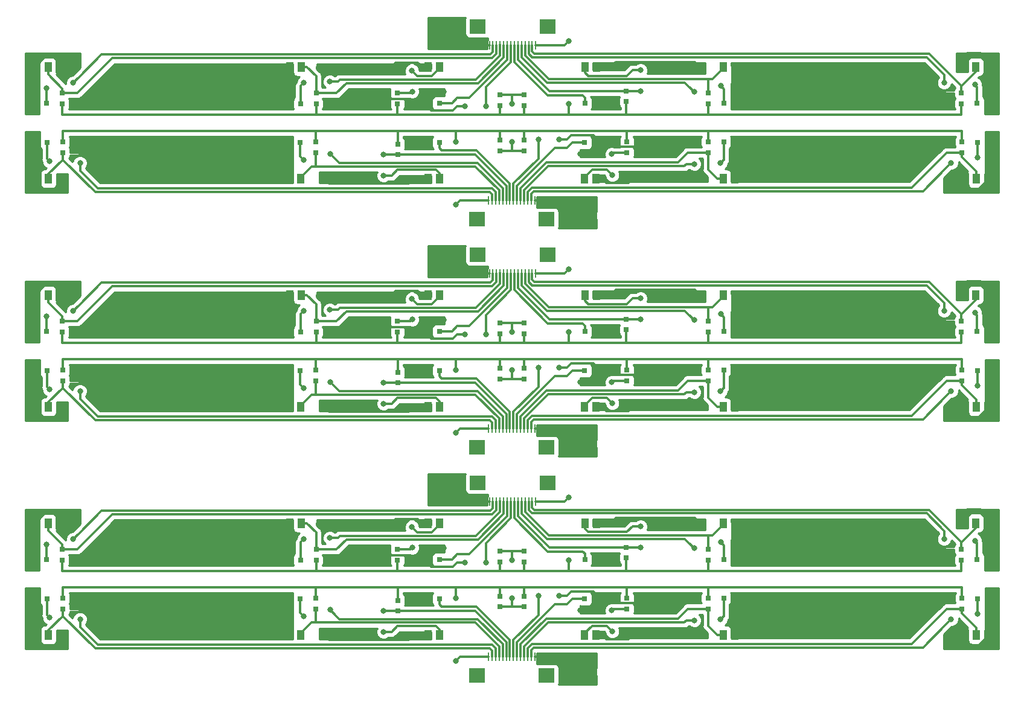
<source format=gbl>
G04 #@! TF.GenerationSoftware,KiCad,Pcbnew,(5.0.0)*
G04 #@! TF.CreationDate,2019-02-16T18:39:58+09:00*
G04 #@! TF.ProjectId,lancer_sensorboard_v3,6C616E6365725F73656E736F72626F61,rev?*
G04 #@! TF.SameCoordinates,Original*
G04 #@! TF.FileFunction,Copper,L2,Bot,Signal*
G04 #@! TF.FilePolarity,Positive*
%FSLAX46Y46*%
G04 Gerber Fmt 4.6, Leading zero omitted, Abs format (unit mm)*
G04 Created by KiCad (PCBNEW (5.0.0)) date 02/16/19 18:39:58*
%MOMM*%
%LPD*%
G01*
G04 APERTURE LIST*
G04 #@! TA.AperFunction,SMDPad,CuDef*
%ADD10R,1.000000X1.450000*%
G04 #@! TD*
G04 #@! TA.AperFunction,SMDPad,CuDef*
%ADD11R,0.800000X0.700000*%
G04 #@! TD*
G04 #@! TA.AperFunction,SMDPad,CuDef*
%ADD12R,0.800000X0.800000*%
G04 #@! TD*
G04 #@! TA.AperFunction,SMDPad,CuDef*
%ADD13R,0.230000X1.250000*%
G04 #@! TD*
G04 #@! TA.AperFunction,SMDPad,CuDef*
%ADD14R,1.800000X2.000000*%
G04 #@! TD*
G04 #@! TA.AperFunction,SMDPad,CuDef*
%ADD15R,2.200000X2.000000*%
G04 #@! TD*
G04 #@! TA.AperFunction,ViaPad*
%ADD16C,0.800000*%
G04 #@! TD*
G04 #@! TA.AperFunction,Conductor*
%ADD17C,0.300000*%
G04 #@! TD*
G04 #@! TA.AperFunction,NonConductor*
%ADD18C,0.254000*%
G04 #@! TD*
G04 APERTURE END LIST*
D10*
G04 #@! TO.P,Q6,2*
G04 #@! TO.N,N/C*
X54938654Y-61675000D03*
G04 #@! TO.P,Q6,1*
X53338654Y-61675000D03*
G04 #@! TD*
D11*
G04 #@! TO.P,R4,1*
G04 #@! TO.N,N/C*
X103913654Y-66825000D03*
G04 #@! TO.P,R4,2*
X103913654Y-65325000D03*
G04 #@! TD*
G04 #@! TO.P,R3,1*
G04 #@! TO.N,N/C*
X136013654Y-66525000D03*
G04 #@! TO.P,R3,2*
X136013654Y-65025000D03*
G04 #@! TD*
G04 #@! TO.P,R6,1*
G04 #@! TO.N,N/C*
X56913654Y-66825000D03*
G04 #@! TO.P,R6,2*
X56913654Y-65325000D03*
G04 #@! TD*
G04 #@! TO.P,R2,1*
G04 #@! TO.N,N/C*
X147513654Y-66825000D03*
G04 #@! TO.P,R2,2*
X147513654Y-65325000D03*
G04 #@! TD*
G04 #@! TO.P,R1,1*
G04 #@! TO.N,N/C*
X183013654Y-66825000D03*
G04 #@! TO.P,R1,2*
X183013654Y-65325000D03*
G04 #@! TD*
G04 #@! TO.P,R5,1*
G04 #@! TO.N,N/C*
X92513654Y-66825000D03*
G04 #@! TO.P,R5,2*
X92513654Y-65325000D03*
G04 #@! TD*
D10*
G04 #@! TO.P,Q2,2*
G04 #@! TO.N,N/C*
X149613654Y-61650000D03*
G04 #@! TO.P,Q2,1*
X151213654Y-61650000D03*
G04 #@! TD*
D12*
G04 #@! TO.P,D2,1*
G04 #@! TO.N,N/C*
X151213654Y-66750000D03*
G04 #@! TO.P,D2,2*
X149713654Y-66750000D03*
G04 #@! TD*
G04 #@! TO.P,D6,1*
G04 #@! TO.N,N/C*
X53213654Y-66750000D03*
G04 #@! TO.P,D6,2*
X54713654Y-66750000D03*
G04 #@! TD*
D10*
G04 #@! TO.P,Q3,2*
G04 #@! TO.N,N/C*
X130213654Y-61650000D03*
G04 #@! TO.P,Q3,1*
X131813654Y-61650000D03*
G04 #@! TD*
D11*
G04 #@! TO.P,C1,1*
G04 #@! TO.N,N/C*
X118313654Y-67100000D03*
G04 #@! TO.P,C1,2*
X118313654Y-65600000D03*
G04 #@! TD*
D13*
G04 #@! TO.P,P1,14*
G04 #@! TO.N,N/C*
X116813654Y-58650000D03*
G04 #@! TO.P,P1,13*
X117313654Y-58650000D03*
G04 #@! TO.P,P1,12*
X117813654Y-58650000D03*
G04 #@! TO.P,P1,11*
X118313654Y-58650000D03*
G04 #@! TO.P,P1,10*
X118813654Y-58650000D03*
G04 #@! TO.P,P1,9*
X119313654Y-58650000D03*
G04 #@! TO.P,P1,8*
X119813654Y-58650000D03*
G04 #@! TO.P,P1,7*
X120313654Y-58650000D03*
G04 #@! TO.P,P1,6*
X120813654Y-58650000D03*
G04 #@! TO.P,P1,5*
X121313654Y-58650000D03*
G04 #@! TO.P,P1,4*
X121813654Y-58650000D03*
G04 #@! TO.P,P1,3*
X122313654Y-58650000D03*
G04 #@! TO.P,P1,2*
X122813654Y-58650000D03*
D14*
G04 #@! TO.P,P1,*
G04 #@! TO.N,*
X124963654Y-55975000D03*
X115163654Y-55975000D03*
D13*
G04 #@! TO.P,P1,1*
G04 #@! TO.N,N/C*
X123313654Y-58650000D03*
D15*
G04 #@! TO.P,P1,*
G04 #@! TO.N,*
X115163654Y-55975000D03*
X124963654Y-55975000D03*
G04 #@! TD*
D12*
G04 #@! TO.P,D5,1*
G04 #@! TO.N,N/C*
X88813654Y-66850000D03*
G04 #@! TO.P,D5,2*
X90313654Y-66850000D03*
G04 #@! TD*
G04 #@! TO.P,D4,1*
G04 #@! TO.N,N/C*
X108313654Y-66750000D03*
G04 #@! TO.P,D4,2*
X109813654Y-66750000D03*
G04 #@! TD*
G04 #@! TO.P,D1,1*
G04 #@! TO.N,N/C*
X186713654Y-66750000D03*
G04 #@! TO.P,D1,2*
X185213654Y-66750000D03*
G04 #@! TD*
D11*
G04 #@! TO.P,C2,1*
G04 #@! TO.N,N/C*
X121713654Y-67100000D03*
G04 #@! TO.P,C2,2*
X121713654Y-65600000D03*
G04 #@! TD*
D10*
G04 #@! TO.P,Q1,2*
G04 #@! TO.N,N/C*
X185013654Y-61650000D03*
G04 #@! TO.P,Q1,1*
X186613654Y-61650000D03*
G04 #@! TD*
G04 #@! TO.P,Q5,2*
G04 #@! TO.N,N/C*
X90413654Y-61650000D03*
G04 #@! TO.P,Q5,1*
X88813654Y-61650000D03*
G04 #@! TD*
D12*
G04 #@! TO.P,D3,1*
G04 #@! TO.N,N/C*
X131713654Y-66750000D03*
G04 #@! TO.P,D3,2*
X130213654Y-66750000D03*
G04 #@! TD*
D10*
G04 #@! TO.P,Q4,2*
G04 #@! TO.N,N/C*
X109813654Y-61650000D03*
G04 #@! TO.P,Q4,1*
X108213654Y-61650000D03*
G04 #@! TD*
G04 #@! TO.P,Q6,2*
G04 #@! TO.N,N/C*
X185061346Y-77325000D03*
G04 #@! TO.P,Q6,1*
X186661346Y-77325000D03*
G04 #@! TD*
D11*
G04 #@! TO.P,R4,1*
G04 #@! TO.N,N/C*
X136086346Y-72175000D03*
G04 #@! TO.P,R4,2*
X136086346Y-73675000D03*
G04 #@! TD*
G04 #@! TO.P,R3,1*
G04 #@! TO.N,N/C*
X103986346Y-72475000D03*
G04 #@! TO.P,R3,2*
X103986346Y-73975000D03*
G04 #@! TD*
G04 #@! TO.P,R6,1*
G04 #@! TO.N,N/C*
X183086346Y-72175000D03*
G04 #@! TO.P,R6,2*
X183086346Y-73675000D03*
G04 #@! TD*
G04 #@! TO.P,R2,1*
G04 #@! TO.N,N/C*
X92486346Y-72175000D03*
G04 #@! TO.P,R2,2*
X92486346Y-73675000D03*
G04 #@! TD*
G04 #@! TO.P,R1,1*
G04 #@! TO.N,N/C*
X56986346Y-72175000D03*
G04 #@! TO.P,R1,2*
X56986346Y-73675000D03*
G04 #@! TD*
G04 #@! TO.P,R5,1*
G04 #@! TO.N,N/C*
X147486346Y-72175000D03*
G04 #@! TO.P,R5,2*
X147486346Y-73675000D03*
G04 #@! TD*
D10*
G04 #@! TO.P,Q2,2*
G04 #@! TO.N,N/C*
X90386346Y-77350000D03*
G04 #@! TO.P,Q2,1*
X88786346Y-77350000D03*
G04 #@! TD*
D12*
G04 #@! TO.P,D2,1*
G04 #@! TO.N,N/C*
X88786346Y-72250000D03*
G04 #@! TO.P,D2,2*
X90286346Y-72250000D03*
G04 #@! TD*
G04 #@! TO.P,D6,1*
G04 #@! TO.N,N/C*
X186786346Y-72250000D03*
G04 #@! TO.P,D6,2*
X185286346Y-72250000D03*
G04 #@! TD*
D10*
G04 #@! TO.P,Q3,2*
G04 #@! TO.N,N/C*
X109786346Y-77350000D03*
G04 #@! TO.P,Q3,1*
X108186346Y-77350000D03*
G04 #@! TD*
D11*
G04 #@! TO.P,C1,1*
G04 #@! TO.N,N/C*
X121686346Y-71900000D03*
G04 #@! TO.P,C1,2*
X121686346Y-73400000D03*
G04 #@! TD*
D13*
G04 #@! TO.P,P1,14*
G04 #@! TO.N,N/C*
X123186346Y-80350000D03*
G04 #@! TO.P,P1,13*
X122686346Y-80350000D03*
G04 #@! TO.P,P1,12*
X122186346Y-80350000D03*
G04 #@! TO.P,P1,11*
X121686346Y-80350000D03*
G04 #@! TO.P,P1,10*
X121186346Y-80350000D03*
G04 #@! TO.P,P1,9*
X120686346Y-80350000D03*
G04 #@! TO.P,P1,8*
X120186346Y-80350000D03*
G04 #@! TO.P,P1,7*
X119686346Y-80350000D03*
G04 #@! TO.P,P1,6*
X119186346Y-80350000D03*
G04 #@! TO.P,P1,5*
X118686346Y-80350000D03*
G04 #@! TO.P,P1,4*
X118186346Y-80350000D03*
G04 #@! TO.P,P1,3*
X117686346Y-80350000D03*
G04 #@! TO.P,P1,2*
X117186346Y-80350000D03*
D14*
G04 #@! TO.P,P1,*
G04 #@! TO.N,*
X115036346Y-83025000D03*
X124836346Y-83025000D03*
D13*
G04 #@! TO.P,P1,1*
G04 #@! TO.N,N/C*
X116686346Y-80350000D03*
D15*
G04 #@! TO.P,P1,*
G04 #@! TO.N,*
X124836346Y-83025000D03*
X115036346Y-83025000D03*
G04 #@! TD*
D12*
G04 #@! TO.P,D5,1*
G04 #@! TO.N,N/C*
X151186346Y-72150000D03*
G04 #@! TO.P,D5,2*
X149686346Y-72150000D03*
G04 #@! TD*
G04 #@! TO.P,D4,1*
G04 #@! TO.N,N/C*
X131686346Y-72250000D03*
G04 #@! TO.P,D4,2*
X130186346Y-72250000D03*
G04 #@! TD*
G04 #@! TO.P,D1,1*
G04 #@! TO.N,N/C*
X53286346Y-72250000D03*
G04 #@! TO.P,D1,2*
X54786346Y-72250000D03*
G04 #@! TD*
D11*
G04 #@! TO.P,C2,1*
G04 #@! TO.N,N/C*
X118286346Y-71900000D03*
G04 #@! TO.P,C2,2*
X118286346Y-73400000D03*
G04 #@! TD*
D10*
G04 #@! TO.P,Q1,2*
G04 #@! TO.N,N/C*
X54986346Y-77350000D03*
G04 #@! TO.P,Q1,1*
X53386346Y-77350000D03*
G04 #@! TD*
G04 #@! TO.P,Q5,2*
G04 #@! TO.N,N/C*
X149586346Y-77350000D03*
G04 #@! TO.P,Q5,1*
X151186346Y-77350000D03*
G04 #@! TD*
D12*
G04 #@! TO.P,D3,1*
G04 #@! TO.N,N/C*
X108286346Y-72250000D03*
G04 #@! TO.P,D3,2*
X109786346Y-72250000D03*
G04 #@! TD*
D10*
G04 #@! TO.P,Q4,2*
G04 #@! TO.N,N/C*
X130186346Y-77350000D03*
G04 #@! TO.P,Q4,1*
X131786346Y-77350000D03*
G04 #@! TD*
G04 #@! TO.P,Q6,2*
G04 #@! TO.N,N/C*
X54938654Y-93675000D03*
G04 #@! TO.P,Q6,1*
X53338654Y-93675000D03*
G04 #@! TD*
D11*
G04 #@! TO.P,R4,1*
G04 #@! TO.N,N/C*
X103913654Y-98825000D03*
G04 #@! TO.P,R4,2*
X103913654Y-97325000D03*
G04 #@! TD*
G04 #@! TO.P,R3,1*
G04 #@! TO.N,N/C*
X136013654Y-98525000D03*
G04 #@! TO.P,R3,2*
X136013654Y-97025000D03*
G04 #@! TD*
G04 #@! TO.P,R6,1*
G04 #@! TO.N,N/C*
X56913654Y-98825000D03*
G04 #@! TO.P,R6,2*
X56913654Y-97325000D03*
G04 #@! TD*
G04 #@! TO.P,R2,1*
G04 #@! TO.N,N/C*
X147513654Y-98825000D03*
G04 #@! TO.P,R2,2*
X147513654Y-97325000D03*
G04 #@! TD*
G04 #@! TO.P,R1,1*
G04 #@! TO.N,N/C*
X183013654Y-98825000D03*
G04 #@! TO.P,R1,2*
X183013654Y-97325000D03*
G04 #@! TD*
G04 #@! TO.P,R5,1*
G04 #@! TO.N,N/C*
X92513654Y-98825000D03*
G04 #@! TO.P,R5,2*
X92513654Y-97325000D03*
G04 #@! TD*
D10*
G04 #@! TO.P,Q2,2*
G04 #@! TO.N,N/C*
X149613654Y-93650000D03*
G04 #@! TO.P,Q2,1*
X151213654Y-93650000D03*
G04 #@! TD*
D12*
G04 #@! TO.P,D2,1*
G04 #@! TO.N,N/C*
X151213654Y-98750000D03*
G04 #@! TO.P,D2,2*
X149713654Y-98750000D03*
G04 #@! TD*
G04 #@! TO.P,D6,1*
G04 #@! TO.N,N/C*
X53213654Y-98750000D03*
G04 #@! TO.P,D6,2*
X54713654Y-98750000D03*
G04 #@! TD*
D10*
G04 #@! TO.P,Q3,2*
G04 #@! TO.N,N/C*
X130213654Y-93650000D03*
G04 #@! TO.P,Q3,1*
X131813654Y-93650000D03*
G04 #@! TD*
D11*
G04 #@! TO.P,C1,1*
G04 #@! TO.N,N/C*
X118313654Y-99100000D03*
G04 #@! TO.P,C1,2*
X118313654Y-97600000D03*
G04 #@! TD*
D13*
G04 #@! TO.P,P1,14*
G04 #@! TO.N,N/C*
X116813654Y-90650000D03*
G04 #@! TO.P,P1,13*
X117313654Y-90650000D03*
G04 #@! TO.P,P1,12*
X117813654Y-90650000D03*
G04 #@! TO.P,P1,11*
X118313654Y-90650000D03*
G04 #@! TO.P,P1,10*
X118813654Y-90650000D03*
G04 #@! TO.P,P1,9*
X119313654Y-90650000D03*
G04 #@! TO.P,P1,8*
X119813654Y-90650000D03*
G04 #@! TO.P,P1,7*
X120313654Y-90650000D03*
G04 #@! TO.P,P1,6*
X120813654Y-90650000D03*
G04 #@! TO.P,P1,5*
X121313654Y-90650000D03*
G04 #@! TO.P,P1,4*
X121813654Y-90650000D03*
G04 #@! TO.P,P1,3*
X122313654Y-90650000D03*
G04 #@! TO.P,P1,2*
X122813654Y-90650000D03*
D14*
G04 #@! TO.P,P1,*
G04 #@! TO.N,*
X124963654Y-87975000D03*
X115163654Y-87975000D03*
D13*
G04 #@! TO.P,P1,1*
G04 #@! TO.N,N/C*
X123313654Y-90650000D03*
D15*
G04 #@! TO.P,P1,*
G04 #@! TO.N,*
X115163654Y-87975000D03*
X124963654Y-87975000D03*
G04 #@! TD*
D12*
G04 #@! TO.P,D5,1*
G04 #@! TO.N,N/C*
X88813654Y-98850000D03*
G04 #@! TO.P,D5,2*
X90313654Y-98850000D03*
G04 #@! TD*
G04 #@! TO.P,D4,1*
G04 #@! TO.N,N/C*
X108313654Y-98750000D03*
G04 #@! TO.P,D4,2*
X109813654Y-98750000D03*
G04 #@! TD*
G04 #@! TO.P,D1,1*
G04 #@! TO.N,N/C*
X186713654Y-98750000D03*
G04 #@! TO.P,D1,2*
X185213654Y-98750000D03*
G04 #@! TD*
D11*
G04 #@! TO.P,C2,1*
G04 #@! TO.N,N/C*
X121713654Y-99100000D03*
G04 #@! TO.P,C2,2*
X121713654Y-97600000D03*
G04 #@! TD*
D10*
G04 #@! TO.P,Q1,2*
G04 #@! TO.N,N/C*
X185013654Y-93650000D03*
G04 #@! TO.P,Q1,1*
X186613654Y-93650000D03*
G04 #@! TD*
G04 #@! TO.P,Q5,2*
G04 #@! TO.N,N/C*
X90413654Y-93650000D03*
G04 #@! TO.P,Q5,1*
X88813654Y-93650000D03*
G04 #@! TD*
D12*
G04 #@! TO.P,D3,1*
G04 #@! TO.N,N/C*
X131713654Y-98750000D03*
G04 #@! TO.P,D3,2*
X130213654Y-98750000D03*
G04 #@! TD*
D10*
G04 #@! TO.P,Q4,2*
G04 #@! TO.N,N/C*
X109813654Y-93650000D03*
G04 #@! TO.P,Q4,1*
X108213654Y-93650000D03*
G04 #@! TD*
G04 #@! TO.P,Q6,2*
G04 #@! TO.N,N/C*
X185061346Y-109325000D03*
G04 #@! TO.P,Q6,1*
X186661346Y-109325000D03*
G04 #@! TD*
D11*
G04 #@! TO.P,R4,1*
G04 #@! TO.N,N/C*
X136086346Y-104175000D03*
G04 #@! TO.P,R4,2*
X136086346Y-105675000D03*
G04 #@! TD*
G04 #@! TO.P,R3,1*
G04 #@! TO.N,N/C*
X103986346Y-104475000D03*
G04 #@! TO.P,R3,2*
X103986346Y-105975000D03*
G04 #@! TD*
G04 #@! TO.P,R6,1*
G04 #@! TO.N,N/C*
X183086346Y-104175000D03*
G04 #@! TO.P,R6,2*
X183086346Y-105675000D03*
G04 #@! TD*
G04 #@! TO.P,R2,1*
G04 #@! TO.N,N/C*
X92486346Y-104175000D03*
G04 #@! TO.P,R2,2*
X92486346Y-105675000D03*
G04 #@! TD*
G04 #@! TO.P,R1,1*
G04 #@! TO.N,N/C*
X56986346Y-104175000D03*
G04 #@! TO.P,R1,2*
X56986346Y-105675000D03*
G04 #@! TD*
G04 #@! TO.P,R5,1*
G04 #@! TO.N,N/C*
X147486346Y-104175000D03*
G04 #@! TO.P,R5,2*
X147486346Y-105675000D03*
G04 #@! TD*
D10*
G04 #@! TO.P,Q2,2*
G04 #@! TO.N,N/C*
X90386346Y-109350000D03*
G04 #@! TO.P,Q2,1*
X88786346Y-109350000D03*
G04 #@! TD*
D12*
G04 #@! TO.P,D2,1*
G04 #@! TO.N,N/C*
X88786346Y-104250000D03*
G04 #@! TO.P,D2,2*
X90286346Y-104250000D03*
G04 #@! TD*
G04 #@! TO.P,D6,1*
G04 #@! TO.N,N/C*
X186786346Y-104250000D03*
G04 #@! TO.P,D6,2*
X185286346Y-104250000D03*
G04 #@! TD*
D10*
G04 #@! TO.P,Q3,2*
G04 #@! TO.N,N/C*
X109786346Y-109350000D03*
G04 #@! TO.P,Q3,1*
X108186346Y-109350000D03*
G04 #@! TD*
D11*
G04 #@! TO.P,C1,1*
G04 #@! TO.N,N/C*
X121686346Y-103900000D03*
G04 #@! TO.P,C1,2*
X121686346Y-105400000D03*
G04 #@! TD*
D13*
G04 #@! TO.P,P1,14*
G04 #@! TO.N,N/C*
X123186346Y-112350000D03*
G04 #@! TO.P,P1,13*
X122686346Y-112350000D03*
G04 #@! TO.P,P1,12*
X122186346Y-112350000D03*
G04 #@! TO.P,P1,11*
X121686346Y-112350000D03*
G04 #@! TO.P,P1,10*
X121186346Y-112350000D03*
G04 #@! TO.P,P1,9*
X120686346Y-112350000D03*
G04 #@! TO.P,P1,8*
X120186346Y-112350000D03*
G04 #@! TO.P,P1,7*
X119686346Y-112350000D03*
G04 #@! TO.P,P1,6*
X119186346Y-112350000D03*
G04 #@! TO.P,P1,5*
X118686346Y-112350000D03*
G04 #@! TO.P,P1,4*
X118186346Y-112350000D03*
G04 #@! TO.P,P1,3*
X117686346Y-112350000D03*
G04 #@! TO.P,P1,2*
X117186346Y-112350000D03*
D14*
G04 #@! TO.P,P1,*
G04 #@! TO.N,*
X115036346Y-115025000D03*
X124836346Y-115025000D03*
D13*
G04 #@! TO.P,P1,1*
G04 #@! TO.N,N/C*
X116686346Y-112350000D03*
D15*
G04 #@! TO.P,P1,*
G04 #@! TO.N,*
X124836346Y-115025000D03*
X115036346Y-115025000D03*
G04 #@! TD*
D12*
G04 #@! TO.P,D5,1*
G04 #@! TO.N,N/C*
X151186346Y-104150000D03*
G04 #@! TO.P,D5,2*
X149686346Y-104150000D03*
G04 #@! TD*
G04 #@! TO.P,D4,1*
G04 #@! TO.N,N/C*
X131686346Y-104250000D03*
G04 #@! TO.P,D4,2*
X130186346Y-104250000D03*
G04 #@! TD*
G04 #@! TO.P,D1,1*
G04 #@! TO.N,N/C*
X53286346Y-104250000D03*
G04 #@! TO.P,D1,2*
X54786346Y-104250000D03*
G04 #@! TD*
D11*
G04 #@! TO.P,C2,1*
G04 #@! TO.N,N/C*
X118286346Y-103900000D03*
G04 #@! TO.P,C2,2*
X118286346Y-105400000D03*
G04 #@! TD*
D10*
G04 #@! TO.P,Q1,2*
G04 #@! TO.N,N/C*
X54986346Y-109350000D03*
G04 #@! TO.P,Q1,1*
X53386346Y-109350000D03*
G04 #@! TD*
G04 #@! TO.P,Q5,2*
G04 #@! TO.N,N/C*
X149586346Y-109350000D03*
G04 #@! TO.P,Q5,1*
X151186346Y-109350000D03*
G04 #@! TD*
D12*
G04 #@! TO.P,D3,1*
G04 #@! TO.N,N/C*
X108286346Y-104250000D03*
G04 #@! TO.P,D3,2*
X109786346Y-104250000D03*
G04 #@! TD*
D10*
G04 #@! TO.P,Q4,2*
G04 #@! TO.N,N/C*
X130186346Y-109350000D03*
G04 #@! TO.P,Q4,1*
X131786346Y-109350000D03*
G04 #@! TD*
G04 #@! TO.P,Q6,2*
G04 #@! TO.N,N/C*
X54938654Y-125675000D03*
G04 #@! TO.P,Q6,1*
X53338654Y-125675000D03*
G04 #@! TD*
D11*
G04 #@! TO.P,R4,1*
G04 #@! TO.N,N/C*
X103913654Y-130825000D03*
G04 #@! TO.P,R4,2*
X103913654Y-129325000D03*
G04 #@! TD*
G04 #@! TO.P,R3,1*
G04 #@! TO.N,N/C*
X136013654Y-130525000D03*
G04 #@! TO.P,R3,2*
X136013654Y-129025000D03*
G04 #@! TD*
G04 #@! TO.P,R6,1*
G04 #@! TO.N,N/C*
X56913654Y-130825000D03*
G04 #@! TO.P,R6,2*
X56913654Y-129325000D03*
G04 #@! TD*
G04 #@! TO.P,R2,1*
G04 #@! TO.N,N/C*
X147513654Y-130825000D03*
G04 #@! TO.P,R2,2*
X147513654Y-129325000D03*
G04 #@! TD*
G04 #@! TO.P,R1,1*
G04 #@! TO.N,N/C*
X183013654Y-130825000D03*
G04 #@! TO.P,R1,2*
X183013654Y-129325000D03*
G04 #@! TD*
G04 #@! TO.P,R5,1*
G04 #@! TO.N,N/C*
X92513654Y-130825000D03*
G04 #@! TO.P,R5,2*
X92513654Y-129325000D03*
G04 #@! TD*
D10*
G04 #@! TO.P,Q2,2*
G04 #@! TO.N,N/C*
X149613654Y-125650000D03*
G04 #@! TO.P,Q2,1*
X151213654Y-125650000D03*
G04 #@! TD*
D12*
G04 #@! TO.P,D2,1*
G04 #@! TO.N,N/C*
X151213654Y-130750000D03*
G04 #@! TO.P,D2,2*
X149713654Y-130750000D03*
G04 #@! TD*
G04 #@! TO.P,D6,1*
G04 #@! TO.N,N/C*
X53213654Y-130750000D03*
G04 #@! TO.P,D6,2*
X54713654Y-130750000D03*
G04 #@! TD*
D10*
G04 #@! TO.P,Q3,2*
G04 #@! TO.N,N/C*
X130213654Y-125650000D03*
G04 #@! TO.P,Q3,1*
X131813654Y-125650000D03*
G04 #@! TD*
D11*
G04 #@! TO.P,C1,1*
G04 #@! TO.N,N/C*
X118313654Y-131100000D03*
G04 #@! TO.P,C1,2*
X118313654Y-129600000D03*
G04 #@! TD*
D13*
G04 #@! TO.P,P1,14*
G04 #@! TO.N,N/C*
X116813654Y-122650000D03*
G04 #@! TO.P,P1,13*
X117313654Y-122650000D03*
G04 #@! TO.P,P1,12*
X117813654Y-122650000D03*
G04 #@! TO.P,P1,11*
X118313654Y-122650000D03*
G04 #@! TO.P,P1,10*
X118813654Y-122650000D03*
G04 #@! TO.P,P1,9*
X119313654Y-122650000D03*
G04 #@! TO.P,P1,8*
X119813654Y-122650000D03*
G04 #@! TO.P,P1,7*
X120313654Y-122650000D03*
G04 #@! TO.P,P1,6*
X120813654Y-122650000D03*
G04 #@! TO.P,P1,5*
X121313654Y-122650000D03*
G04 #@! TO.P,P1,4*
X121813654Y-122650000D03*
G04 #@! TO.P,P1,3*
X122313654Y-122650000D03*
G04 #@! TO.P,P1,2*
X122813654Y-122650000D03*
D14*
G04 #@! TO.P,P1,*
G04 #@! TO.N,*
X124963654Y-119975000D03*
X115163654Y-119975000D03*
D13*
G04 #@! TO.P,P1,1*
G04 #@! TO.N,N/C*
X123313654Y-122650000D03*
D15*
G04 #@! TO.P,P1,*
G04 #@! TO.N,*
X115163654Y-119975000D03*
X124963654Y-119975000D03*
G04 #@! TD*
D12*
G04 #@! TO.P,D5,1*
G04 #@! TO.N,N/C*
X88813654Y-130850000D03*
G04 #@! TO.P,D5,2*
X90313654Y-130850000D03*
G04 #@! TD*
G04 #@! TO.P,D4,1*
G04 #@! TO.N,N/C*
X108313654Y-130750000D03*
G04 #@! TO.P,D4,2*
X109813654Y-130750000D03*
G04 #@! TD*
G04 #@! TO.P,D1,1*
G04 #@! TO.N,N/C*
X186713654Y-130750000D03*
G04 #@! TO.P,D1,2*
X185213654Y-130750000D03*
G04 #@! TD*
D11*
G04 #@! TO.P,C2,1*
G04 #@! TO.N,N/C*
X121713654Y-131100000D03*
G04 #@! TO.P,C2,2*
X121713654Y-129600000D03*
G04 #@! TD*
D10*
G04 #@! TO.P,Q1,2*
G04 #@! TO.N,N/C*
X185013654Y-125650000D03*
G04 #@! TO.P,Q1,1*
X186613654Y-125650000D03*
G04 #@! TD*
G04 #@! TO.P,Q5,2*
G04 #@! TO.N,N/C*
X90413654Y-125650000D03*
G04 #@! TO.P,Q5,1*
X88813654Y-125650000D03*
G04 #@! TD*
D12*
G04 #@! TO.P,D3,1*
G04 #@! TO.N,N/C*
X131713654Y-130750000D03*
G04 #@! TO.P,D3,2*
X130213654Y-130750000D03*
G04 #@! TD*
D10*
G04 #@! TO.P,Q4,2*
G04 #@! TO.N,N/C*
X109813654Y-125650000D03*
G04 #@! TO.P,Q4,1*
X108213654Y-125650000D03*
G04 #@! TD*
G04 #@! TO.P,Q6,2*
G04 #@! TO.N,N/C*
X185061346Y-141325000D03*
G04 #@! TO.P,Q6,1*
X186661346Y-141325000D03*
G04 #@! TD*
D11*
G04 #@! TO.P,R4,1*
G04 #@! TO.N,N/C*
X136086346Y-136175000D03*
G04 #@! TO.P,R4,2*
X136086346Y-137675000D03*
G04 #@! TD*
G04 #@! TO.P,R3,1*
G04 #@! TO.N,N/C*
X103986346Y-136475000D03*
G04 #@! TO.P,R3,2*
X103986346Y-137975000D03*
G04 #@! TD*
G04 #@! TO.P,R6,1*
G04 #@! TO.N,N/C*
X183086346Y-136175000D03*
G04 #@! TO.P,R6,2*
X183086346Y-137675000D03*
G04 #@! TD*
G04 #@! TO.P,R2,1*
G04 #@! TO.N,N/C*
X92486346Y-136175000D03*
G04 #@! TO.P,R2,2*
X92486346Y-137675000D03*
G04 #@! TD*
G04 #@! TO.P,R1,1*
G04 #@! TO.N,N/C*
X56986346Y-136175000D03*
G04 #@! TO.P,R1,2*
X56986346Y-137675000D03*
G04 #@! TD*
G04 #@! TO.P,R5,1*
G04 #@! TO.N,N/C*
X147486346Y-136175000D03*
G04 #@! TO.P,R5,2*
X147486346Y-137675000D03*
G04 #@! TD*
D10*
G04 #@! TO.P,Q2,2*
G04 #@! TO.N,N/C*
X90386346Y-141350000D03*
G04 #@! TO.P,Q2,1*
X88786346Y-141350000D03*
G04 #@! TD*
D12*
G04 #@! TO.P,D2,1*
G04 #@! TO.N,N/C*
X88786346Y-136250000D03*
G04 #@! TO.P,D2,2*
X90286346Y-136250000D03*
G04 #@! TD*
G04 #@! TO.P,D6,1*
G04 #@! TO.N,N/C*
X186786346Y-136250000D03*
G04 #@! TO.P,D6,2*
X185286346Y-136250000D03*
G04 #@! TD*
D10*
G04 #@! TO.P,Q3,2*
G04 #@! TO.N,N/C*
X109786346Y-141350000D03*
G04 #@! TO.P,Q3,1*
X108186346Y-141350000D03*
G04 #@! TD*
D11*
G04 #@! TO.P,C1,1*
G04 #@! TO.N,N/C*
X121686346Y-135900000D03*
G04 #@! TO.P,C1,2*
X121686346Y-137400000D03*
G04 #@! TD*
D13*
G04 #@! TO.P,P1,14*
G04 #@! TO.N,N/C*
X123186346Y-144350000D03*
G04 #@! TO.P,P1,13*
X122686346Y-144350000D03*
G04 #@! TO.P,P1,12*
X122186346Y-144350000D03*
G04 #@! TO.P,P1,11*
X121686346Y-144350000D03*
G04 #@! TO.P,P1,10*
X121186346Y-144350000D03*
G04 #@! TO.P,P1,9*
X120686346Y-144350000D03*
G04 #@! TO.P,P1,8*
X120186346Y-144350000D03*
G04 #@! TO.P,P1,7*
X119686346Y-144350000D03*
G04 #@! TO.P,P1,6*
X119186346Y-144350000D03*
G04 #@! TO.P,P1,5*
X118686346Y-144350000D03*
G04 #@! TO.P,P1,4*
X118186346Y-144350000D03*
G04 #@! TO.P,P1,3*
X117686346Y-144350000D03*
G04 #@! TO.P,P1,2*
X117186346Y-144350000D03*
D14*
G04 #@! TO.P,P1,*
G04 #@! TO.N,*
X115036346Y-147025000D03*
X124836346Y-147025000D03*
D13*
G04 #@! TO.P,P1,1*
G04 #@! TO.N,N/C*
X116686346Y-144350000D03*
D15*
G04 #@! TO.P,P1,*
G04 #@! TO.N,*
X124836346Y-147025000D03*
X115036346Y-147025000D03*
G04 #@! TD*
D12*
G04 #@! TO.P,D5,1*
G04 #@! TO.N,N/C*
X151186346Y-136150000D03*
G04 #@! TO.P,D5,2*
X149686346Y-136150000D03*
G04 #@! TD*
G04 #@! TO.P,D4,1*
G04 #@! TO.N,N/C*
X131686346Y-136250000D03*
G04 #@! TO.P,D4,2*
X130186346Y-136250000D03*
G04 #@! TD*
G04 #@! TO.P,D1,1*
G04 #@! TO.N,N/C*
X53286346Y-136250000D03*
G04 #@! TO.P,D1,2*
X54786346Y-136250000D03*
G04 #@! TD*
D11*
G04 #@! TO.P,C2,1*
G04 #@! TO.N,N/C*
X118286346Y-135900000D03*
G04 #@! TO.P,C2,2*
X118286346Y-137400000D03*
G04 #@! TD*
D10*
G04 #@! TO.P,Q1,2*
G04 #@! TO.N,N/C*
X54986346Y-141350000D03*
G04 #@! TO.P,Q1,1*
X53386346Y-141350000D03*
G04 #@! TD*
G04 #@! TO.P,Q5,2*
G04 #@! TO.N,N/C*
X149586346Y-141350000D03*
G04 #@! TO.P,Q5,1*
X151186346Y-141350000D03*
G04 #@! TD*
D12*
G04 #@! TO.P,D3,1*
G04 #@! TO.N,N/C*
X108286346Y-136250000D03*
G04 #@! TO.P,D3,2*
X109786346Y-136250000D03*
G04 #@! TD*
D10*
G04 #@! TO.P,Q4,2*
G04 #@! TO.N,N/C*
X130186346Y-141350000D03*
G04 #@! TO.P,Q4,1*
X131786346Y-141350000D03*
G04 #@! TD*
D16*
G04 #@! TO.N,*
X123686346Y-135850000D03*
X101986346Y-137950000D03*
X133986352Y-137899990D03*
X94486346Y-137824990D03*
X134054525Y-140799990D03*
X55110666Y-138899320D03*
X112086346Y-144950000D03*
X129586350Y-137850000D03*
X56986350Y-141350000D03*
X105986346Y-136349998D03*
X62811346Y-141350000D03*
X153586346Y-141400000D03*
X145561346Y-139275000D03*
X93611346Y-141300000D03*
X138086346Y-136850000D03*
X126586346Y-135850000D03*
X86286346Y-141350000D03*
X149236346Y-139125000D03*
X146711346Y-141424990D03*
X181561346Y-139125000D03*
X119986346Y-136174998D03*
X181261346Y-141375000D03*
X105986346Y-141550000D03*
X59411348Y-139125000D03*
X112086346Y-136200010D03*
X138086330Y-141350000D03*
X175036346Y-141400000D03*
X185261346Y-138350000D03*
X128336347Y-145275001D03*
X101986346Y-140899990D03*
X90736346Y-138675000D03*
X116313654Y-131150000D03*
X138013654Y-129050000D03*
X106013648Y-129100010D03*
X145513654Y-129175010D03*
X105945475Y-126200010D03*
X184889334Y-128100680D03*
X127913654Y-122050000D03*
X110413650Y-129150000D03*
X183013650Y-125650000D03*
X134013654Y-130650002D03*
X177188654Y-125650000D03*
X86413654Y-125600000D03*
X94438654Y-127725000D03*
X146388654Y-125700000D03*
X101913654Y-130150000D03*
X113413654Y-131150000D03*
X153713654Y-125650000D03*
X90763654Y-127875000D03*
X93288654Y-125575010D03*
X58438654Y-127875000D03*
X120013654Y-130825002D03*
X58738654Y-125625000D03*
X134013654Y-125450000D03*
X180588652Y-127875000D03*
X127913654Y-130799990D03*
X101913670Y-125650000D03*
X64963654Y-125600000D03*
X54738654Y-128650000D03*
X111663653Y-121724999D03*
X138013654Y-126100010D03*
X149263654Y-128325000D03*
X123686346Y-103850000D03*
X101986346Y-105950000D03*
X133986352Y-105899990D03*
X94486346Y-105824990D03*
X134054525Y-108799990D03*
X55110666Y-106899320D03*
X112086346Y-112950000D03*
X129586350Y-105850000D03*
X56986350Y-109350000D03*
X105986346Y-104349998D03*
X62811346Y-109350000D03*
X153586346Y-109400000D03*
X145561346Y-107275000D03*
X93611346Y-109300000D03*
X138086346Y-104850000D03*
X126586346Y-103850000D03*
X86286346Y-109350000D03*
X149236346Y-107125000D03*
X146711346Y-109424990D03*
X181561346Y-107125000D03*
X119986346Y-104174998D03*
X181261346Y-109375000D03*
X105986346Y-109550000D03*
X59411348Y-107125000D03*
X112086346Y-104200010D03*
X138086330Y-109350000D03*
X175036346Y-109400000D03*
X185261346Y-106350000D03*
X128336347Y-113275001D03*
X101986346Y-108899990D03*
X90736346Y-106675000D03*
X116313654Y-99150000D03*
X138013654Y-97050000D03*
X106013648Y-97100010D03*
X145513654Y-97175010D03*
X105945475Y-94200010D03*
X184889334Y-96100680D03*
X127913654Y-90050000D03*
X110413650Y-97150000D03*
X183013650Y-93650000D03*
X134013654Y-98650002D03*
X177188654Y-93650000D03*
X86413654Y-93600000D03*
X94438654Y-95725000D03*
X146388654Y-93700000D03*
X101913654Y-98150000D03*
X113413654Y-99150000D03*
X153713654Y-93650000D03*
X90763654Y-95875000D03*
X93288654Y-93575010D03*
X58438654Y-95875000D03*
X120013654Y-98825002D03*
X58738654Y-93625000D03*
X134013654Y-93450000D03*
X180588652Y-95875000D03*
X127913654Y-98799990D03*
X101913670Y-93650000D03*
X64963654Y-93600000D03*
X54738654Y-96650000D03*
X111663653Y-89724999D03*
X138013654Y-94100010D03*
X149263654Y-96325000D03*
X123686346Y-71850000D03*
X101986346Y-73950000D03*
X133986352Y-73899990D03*
X94486346Y-73824990D03*
X134054525Y-76799990D03*
X55110666Y-74899320D03*
X112086346Y-80950000D03*
X129586350Y-73850000D03*
X56986350Y-77350000D03*
X105986346Y-72349998D03*
X62811346Y-77350000D03*
X153586346Y-77400000D03*
X145561346Y-75275000D03*
X93611346Y-77300000D03*
X138086346Y-72850000D03*
X126586346Y-71850000D03*
X86286346Y-77350000D03*
X149236346Y-75125000D03*
X146711346Y-77424990D03*
X181561346Y-75125000D03*
X119986346Y-72174998D03*
X181261346Y-77375000D03*
X105986346Y-77550000D03*
X59411348Y-75125000D03*
X112086346Y-72200010D03*
X138086330Y-77350000D03*
X175036346Y-77400000D03*
X185261346Y-74350000D03*
X128336347Y-81275001D03*
X101986346Y-76899990D03*
X90736346Y-74675000D03*
X116313654Y-67150000D03*
X138013654Y-65050000D03*
X106013648Y-65100010D03*
X145513654Y-65175010D03*
X105945475Y-62200010D03*
X184889334Y-64100680D03*
X127913654Y-58050000D03*
X110413650Y-65150000D03*
X183013650Y-61650000D03*
X134013654Y-66650002D03*
X177188654Y-61650000D03*
X86413654Y-61600000D03*
X94438654Y-63725000D03*
X146388654Y-61700000D03*
X101913654Y-66150000D03*
X113413654Y-67150000D03*
X153713654Y-61650000D03*
X90763654Y-63875000D03*
X93288654Y-61575010D03*
X58438654Y-63875000D03*
X120013654Y-66825002D03*
X58738654Y-61625000D03*
X134013654Y-61450000D03*
X180588652Y-63875000D03*
X127913654Y-66799990D03*
X101913670Y-61650000D03*
X64963654Y-61600000D03*
X54738654Y-64650000D03*
X111663653Y-57724999D03*
X138013654Y-62100010D03*
X149263654Y-64325000D03*
G04 #@! TD*
D17*
G04 #@! TO.N,*
X151236346Y-141400000D02*
X151186346Y-141350000D01*
X185061346Y-140300000D02*
X185061346Y-141325000D01*
X147486346Y-137675000D02*
X147486346Y-140050000D01*
X147486346Y-140050000D02*
X148786346Y-141350000D01*
X124786346Y-139050000D02*
X121186346Y-142650000D01*
X86286346Y-141350000D02*
X88786346Y-141350000D01*
X86286346Y-141350000D02*
X62811346Y-141350000D01*
X130186346Y-141350000D02*
X130186346Y-141125000D01*
X133304535Y-140050000D02*
X134054525Y-140799990D01*
X183086346Y-134650000D02*
X183086346Y-136175000D01*
X95286345Y-138624989D02*
X94486346Y-137824990D01*
X185286346Y-136250000D02*
X185286346Y-138325000D01*
X119986346Y-137400000D02*
X119986346Y-136174998D01*
X144429976Y-139275000D02*
X144154976Y-139550000D01*
X88786346Y-136250000D02*
X88786346Y-141350000D01*
X114836346Y-139600000D02*
X118186346Y-142950000D01*
X180761347Y-139924999D02*
X181561346Y-139125000D01*
X144154976Y-139550000D02*
X125086346Y-139550000D01*
X121686346Y-144425000D02*
X121686346Y-144350000D01*
X109336356Y-140100010D02*
X109786346Y-140550000D01*
X119686346Y-142050000D02*
X119686346Y-143425000D01*
X110086358Y-137350012D02*
X112638348Y-137350012D01*
X101986346Y-140899990D02*
X103117716Y-140899990D01*
X185286346Y-138325000D02*
X185261346Y-138350000D01*
X117186346Y-143525000D02*
X117186346Y-144350000D01*
X53286346Y-141250000D02*
X53386346Y-141350000D01*
X186786346Y-136250000D02*
X186786346Y-141200000D01*
X95761356Y-139100000D02*
X95286345Y-138624989D01*
X92486346Y-139600000D02*
X114836346Y-139600000D01*
X118286346Y-137400000D02*
X119986346Y-137400000D01*
X122686346Y-143425000D02*
X123036346Y-143075000D01*
X119986346Y-137400000D02*
X121686346Y-137400000D01*
X186786346Y-141200000D02*
X186661346Y-141325000D01*
X90386346Y-141350000D02*
X90386346Y-141125000D01*
X125086346Y-139550000D02*
X121686346Y-142950000D01*
X103117716Y-140899990D02*
X103917696Y-140100010D01*
X53286346Y-136250000D02*
X53286346Y-141250000D01*
X118186346Y-142950000D02*
X118186346Y-144350000D01*
X109786346Y-140550000D02*
X109786346Y-141350000D01*
X103917696Y-140100010D02*
X109336356Y-140100010D01*
X121686346Y-142950000D02*
X121686346Y-144425000D01*
X118686346Y-144350000D02*
X118686346Y-142650000D01*
X109786346Y-136250000D02*
X109786346Y-137050000D01*
X109786346Y-137050000D02*
X110086358Y-137350012D01*
X54986346Y-141350000D02*
X54986346Y-140650000D01*
X56986346Y-137675000D02*
X56986346Y-138675000D01*
X149686346Y-138675000D02*
X149236346Y-139125000D01*
X123036346Y-143075000D02*
X177611346Y-143075000D01*
X147486346Y-136175000D02*
X147486346Y-134650000D01*
X56986346Y-138675000D02*
X61536346Y-143225000D01*
X145561346Y-139275000D02*
X144429976Y-139275000D01*
X90286346Y-136250000D02*
X90286346Y-138225000D01*
X115136346Y-139100000D02*
X95761356Y-139100000D01*
X114986346Y-137350000D02*
X119686346Y-142050000D01*
X61536346Y-143225000D02*
X116886346Y-143225000D01*
X119686346Y-143425000D02*
X119686346Y-144350000D01*
X147086346Y-134650000D02*
X147486346Y-134650000D01*
X147486346Y-134650000D02*
X183086346Y-134650000D01*
X112638360Y-137350000D02*
X114986346Y-137350000D01*
X90386346Y-141125000D02*
X91911346Y-139600000D01*
X90286346Y-138225000D02*
X90736346Y-138675000D01*
X136954960Y-141350000D02*
X138086330Y-141350000D01*
X103986346Y-134650000D02*
X101386346Y-134650000D01*
X136086346Y-135525000D02*
X136086346Y-134650000D01*
X54786346Y-136250000D02*
X54786346Y-138575000D01*
X117686346Y-144350000D02*
X117686346Y-143225000D01*
X54786346Y-138575000D02*
X55110666Y-138899320D01*
X92486346Y-136175000D02*
X92486346Y-134650000D01*
X92486346Y-139150000D02*
X92486346Y-137675000D01*
X112638348Y-137350012D02*
X112638360Y-137350000D01*
X111486346Y-134650000D02*
X112086346Y-134650000D01*
X54986346Y-140650000D02*
X56961346Y-138675000D01*
X177611346Y-143075000D02*
X180761347Y-139924999D01*
X122686346Y-144350000D02*
X122686346Y-143425000D01*
X91911346Y-139600000D02*
X92486346Y-139600000D01*
X56961346Y-138675000D02*
X56986346Y-138675000D01*
X116886346Y-143225000D02*
X117186346Y-143525000D01*
X118686346Y-142650000D02*
X115136346Y-139100000D01*
X92486346Y-139150000D02*
X92486346Y-139600000D01*
X59411348Y-140256370D02*
X59411348Y-139125000D01*
X117186346Y-142725000D02*
X61879978Y-142725000D01*
X117686346Y-143225000D02*
X117186346Y-142725000D01*
X133186346Y-141950000D02*
X136354960Y-141950000D01*
X103986346Y-136475000D02*
X103986346Y-134650000D01*
X92486346Y-134650000D02*
X56986346Y-134650000D01*
X149686346Y-136150000D02*
X149686346Y-138675000D01*
X107036346Y-134650000D02*
X103039561Y-134650000D01*
X61879978Y-142725000D02*
X59411348Y-140256370D01*
X130186346Y-141125000D02*
X131261346Y-140050000D01*
X107986346Y-141550000D02*
X108186346Y-141350000D01*
X148786346Y-141350000D02*
X149586346Y-141350000D01*
X186661346Y-141325000D02*
X186661346Y-141550000D01*
X119186346Y-142350000D02*
X114786346Y-137950000D01*
X103117716Y-137950000D02*
X101986346Y-137950000D01*
X136086346Y-137675000D02*
X134211342Y-137675000D01*
X144611346Y-137675000D02*
X143236346Y-139050000D01*
X183086346Y-137675000D02*
X183086346Y-138325000D01*
X122186346Y-143200000D02*
X122186346Y-144350000D01*
X147486346Y-137675000D02*
X144611346Y-137675000D01*
X131686346Y-136250000D02*
X131686346Y-136950000D01*
X105986346Y-141550000D02*
X107986346Y-141550000D01*
X183086346Y-137675000D02*
X180936346Y-137675000D01*
X186661346Y-141550000D02*
X185036347Y-143174999D01*
X182061345Y-142174999D02*
X181261346Y-141375000D01*
X185036347Y-143174999D02*
X183061345Y-143174999D01*
X127536348Y-144475002D02*
X128336347Y-145275001D01*
X146711346Y-141424990D02*
X138161320Y-141424990D01*
X123686346Y-138550000D02*
X123686346Y-135850000D01*
X121186346Y-142650000D02*
X121186346Y-144350000D01*
X119186346Y-144350000D02*
X119186346Y-142350000D01*
X120186346Y-142050000D02*
X123686346Y-138550000D01*
X180936346Y-137675000D02*
X176036346Y-142575000D01*
X143236346Y-139050000D02*
X124786346Y-139050000D01*
X120186346Y-144350000D02*
X120186346Y-142050000D01*
X54286346Y-143275000D02*
X53386346Y-142375000D01*
X114786346Y-137950000D02*
X103117716Y-137950000D01*
X122811346Y-142575000D02*
X122186346Y-143200000D01*
X183061345Y-143174999D02*
X182061345Y-142174999D01*
X130786346Y-137850000D02*
X130717720Y-137850000D01*
X128317716Y-135250000D02*
X127717716Y-135850000D01*
X130717720Y-137850000D02*
X129586350Y-137850000D01*
X56986350Y-142481370D02*
X56192720Y-143275000D01*
X131686346Y-136250000D02*
X131686346Y-135550000D01*
X131686346Y-136950000D02*
X130786346Y-137850000D01*
X131686346Y-135550000D02*
X131386346Y-135250000D01*
X56192720Y-143275000D02*
X54286346Y-143275000D01*
X105486346Y-142050000D02*
X105986346Y-141550000D01*
X183086346Y-138325000D02*
X185061346Y-140300000D01*
X134211342Y-137675000D02*
X133986352Y-137899990D01*
X138161320Y-141424990D02*
X138086330Y-141350000D01*
X176036346Y-142575000D02*
X122811346Y-142575000D01*
X131261346Y-140050000D02*
X133304535Y-140050000D01*
X93611346Y-141300000D02*
X94361346Y-142050000D01*
X108186348Y-136349998D02*
X108286346Y-136250000D01*
X132586346Y-141350000D02*
X133186346Y-141950000D01*
X131686346Y-136250000D02*
X134153771Y-136250000D01*
X53386346Y-142375000D02*
X53386346Y-141350000D01*
X56986350Y-141350000D02*
X56986350Y-142481370D01*
X131386346Y-135250000D02*
X128317716Y-135250000D01*
X121686346Y-134650000D02*
X128486346Y-134650000D01*
X94361346Y-142050000D02*
X105486346Y-142050000D01*
X127688356Y-137000002D02*
X126036344Y-137000002D01*
X121286346Y-134650000D02*
X121686346Y-134650000D01*
X112086346Y-134650000D02*
X112086346Y-136200010D01*
X120686346Y-142350000D02*
X120686346Y-143425000D01*
X136086346Y-134650000D02*
X138086346Y-134650000D01*
X128438358Y-136250000D02*
X127688356Y-137000002D01*
X56986346Y-134650000D02*
X56986346Y-136175000D01*
X128486346Y-134650000D02*
X136086346Y-134650000D01*
X112686346Y-144350000D02*
X112086346Y-144950000D01*
X120686346Y-143425000D02*
X120686346Y-144350000D01*
X127717716Y-135850000D02*
X126586346Y-135850000D01*
X153586346Y-141400000D02*
X151236346Y-141400000D01*
X137836348Y-136850000D02*
X138086346Y-136850000D01*
X137811347Y-136875001D02*
X137836348Y-136850000D01*
X123186346Y-144350000D02*
X127411346Y-144350000D01*
X134778772Y-136875001D02*
X137811347Y-136875001D01*
X151186346Y-136150000D02*
X151186346Y-141350000D01*
X126036344Y-137000002D02*
X120686346Y-142350000D01*
X107036346Y-134650000D02*
X105486346Y-134650000D01*
X92886346Y-134650000D02*
X92486346Y-134650000D01*
X153586346Y-141400000D02*
X175036346Y-141400000D01*
X136354960Y-141950000D02*
X136954960Y-141350000D01*
X111486346Y-134650000D02*
X107036346Y-134650000D01*
X101386346Y-134650000D02*
X92886346Y-134650000D01*
X127411346Y-144350000D02*
X127536348Y-144475002D01*
X134153771Y-136250000D02*
X134778772Y-136875001D01*
X105986346Y-136349998D02*
X108186348Y-136349998D01*
X112086346Y-134650000D02*
X118286346Y-134650000D01*
X131786346Y-141350000D02*
X132586346Y-141350000D01*
X118286346Y-135900000D02*
X118286346Y-134650000D01*
X116686346Y-144350000D02*
X112686346Y-144350000D01*
X105486346Y-134650000D02*
X103986346Y-134650000D01*
X138086346Y-134650000D02*
X147086346Y-134650000D01*
X118286346Y-134650000D02*
X121286346Y-134650000D01*
X136086346Y-136175000D02*
X136086346Y-135525000D01*
X121686346Y-135900000D02*
X121686346Y-134650000D01*
X130186346Y-136250000D02*
X128438358Y-136250000D01*
X88763654Y-125600000D02*
X88813654Y-125650000D01*
X54938654Y-126700000D02*
X54938654Y-125675000D01*
X92513654Y-129325000D02*
X92513654Y-126950000D01*
X92513654Y-126950000D02*
X91213654Y-125650000D01*
X115213654Y-127950000D02*
X118813654Y-124350000D01*
X153713654Y-125650000D02*
X151213654Y-125650000D01*
X153713654Y-125650000D02*
X177188654Y-125650000D01*
X109813654Y-125650000D02*
X109813654Y-125875000D01*
X106695465Y-126950000D02*
X105945475Y-126200010D01*
X56913654Y-132350000D02*
X56913654Y-130825000D01*
X144713655Y-128375011D02*
X145513654Y-129175010D01*
X54713654Y-130750000D02*
X54713654Y-128675000D01*
X120013654Y-129600000D02*
X120013654Y-130825002D01*
X95570024Y-127725000D02*
X95845024Y-127450000D01*
X151213654Y-130750000D02*
X151213654Y-125650000D01*
X125163654Y-127400000D02*
X121813654Y-124050000D01*
X59238653Y-127075001D02*
X58438654Y-127875000D01*
X95845024Y-127450000D02*
X114913654Y-127450000D01*
X118313654Y-122575000D02*
X118313654Y-122650000D01*
X130663644Y-126899990D02*
X130213654Y-126450000D01*
X120313654Y-124950000D02*
X120313654Y-123575000D01*
X129913642Y-129649988D02*
X127361652Y-129649988D01*
X138013654Y-126100010D02*
X136882284Y-126100010D01*
X54713654Y-128675000D02*
X54738654Y-128650000D01*
X122813654Y-123475000D02*
X122813654Y-122650000D01*
X186713654Y-125750000D02*
X186613654Y-125650000D01*
X53213654Y-130750000D02*
X53213654Y-125800000D01*
X144238644Y-127900000D02*
X144713655Y-128375011D01*
X147513654Y-127400000D02*
X125163654Y-127400000D01*
X121713654Y-129600000D02*
X120013654Y-129600000D01*
X117313654Y-123575000D02*
X116963654Y-123925000D01*
X120013654Y-129600000D02*
X118313654Y-129600000D01*
X53213654Y-125800000D02*
X53338654Y-125675000D01*
X149613654Y-125650000D02*
X149613654Y-125875000D01*
X114913654Y-127450000D02*
X118313654Y-124050000D01*
X136882284Y-126100010D02*
X136082304Y-126899990D01*
X186713654Y-130750000D02*
X186713654Y-125750000D01*
X121813654Y-124050000D02*
X121813654Y-122650000D01*
X130213654Y-126450000D02*
X130213654Y-125650000D01*
X136082304Y-126899990D02*
X130663644Y-126899990D01*
X118313654Y-124050000D02*
X118313654Y-122575000D01*
X121313654Y-122650000D02*
X121313654Y-124350000D01*
X130213654Y-130750000D02*
X130213654Y-129950000D01*
X130213654Y-129950000D02*
X129913642Y-129649988D01*
X185013654Y-125650000D02*
X185013654Y-126350000D01*
X183013654Y-129325000D02*
X183013654Y-128325000D01*
X90313654Y-128325000D02*
X90763654Y-127875000D01*
X116963654Y-123925000D02*
X62388654Y-123925000D01*
X92513654Y-130825000D02*
X92513654Y-132350000D01*
X183013654Y-128325000D02*
X178463654Y-123775000D01*
X94438654Y-127725000D02*
X95570024Y-127725000D01*
X149713654Y-130750000D02*
X149713654Y-128775000D01*
X124863654Y-127900000D02*
X144238644Y-127900000D01*
X125013654Y-129650000D02*
X120313654Y-124950000D01*
X178463654Y-123775000D02*
X123113654Y-123775000D01*
X120313654Y-123575000D02*
X120313654Y-122650000D01*
X92913654Y-132350000D02*
X92513654Y-132350000D01*
X92513654Y-132350000D02*
X56913654Y-132350000D01*
X127361640Y-129650000D02*
X125013654Y-129650000D01*
X149613654Y-125875000D02*
X148088654Y-127400000D01*
X149713654Y-128775000D02*
X149263654Y-128325000D01*
X103045040Y-125650000D02*
X101913670Y-125650000D01*
X136013654Y-132350000D02*
X138613654Y-132350000D01*
X103913654Y-131475000D02*
X103913654Y-132350000D01*
X185213654Y-130750000D02*
X185213654Y-128425000D01*
X122313654Y-122650000D02*
X122313654Y-123775000D01*
X185213654Y-128425000D02*
X184889334Y-128100680D01*
X147513654Y-130825000D02*
X147513654Y-132350000D01*
X147513654Y-127850000D02*
X147513654Y-129325000D01*
X127361652Y-129649988D02*
X127361640Y-129650000D01*
X128513654Y-132350000D02*
X127913654Y-132350000D01*
X185013654Y-126350000D02*
X183038654Y-128325000D01*
X62388654Y-123925000D02*
X59238653Y-127075001D01*
X117313654Y-122650000D02*
X117313654Y-123575000D01*
X148088654Y-127400000D02*
X147513654Y-127400000D01*
X183038654Y-128325000D02*
X183013654Y-128325000D01*
X123113654Y-123775000D02*
X122813654Y-123475000D01*
X121313654Y-124350000D02*
X124863654Y-127900000D01*
X147513654Y-127850000D02*
X147513654Y-127400000D01*
X180588652Y-126743630D02*
X180588652Y-127875000D01*
X122813654Y-124275000D02*
X178120022Y-124275000D01*
X122313654Y-123775000D02*
X122813654Y-124275000D01*
X106813654Y-125050000D02*
X103645040Y-125050000D01*
X136013654Y-130525000D02*
X136013654Y-132350000D01*
X147513654Y-132350000D02*
X183013654Y-132350000D01*
X90313654Y-130850000D02*
X90313654Y-128325000D01*
X132963654Y-132350000D02*
X136960439Y-132350000D01*
X178120022Y-124275000D02*
X180588652Y-126743630D01*
X109813654Y-125875000D02*
X108738654Y-126950000D01*
X132013654Y-125450000D02*
X131813654Y-125650000D01*
X91213654Y-125650000D02*
X90413654Y-125650000D01*
X53338654Y-125675000D02*
X53338654Y-125450000D01*
X120813654Y-124650000D02*
X125213654Y-129050000D01*
X136882284Y-129050000D02*
X138013654Y-129050000D01*
X103913654Y-129325000D02*
X105788658Y-129325000D01*
X95388654Y-129325000D02*
X96763654Y-127950000D01*
X56913654Y-129325000D02*
X56913654Y-128675000D01*
X117813654Y-123800000D02*
X117813654Y-122650000D01*
X92513654Y-129325000D02*
X95388654Y-129325000D01*
X108313654Y-130750000D02*
X108313654Y-130050000D01*
X134013654Y-125450000D02*
X132013654Y-125450000D01*
X56913654Y-129325000D02*
X59063654Y-129325000D01*
X53338654Y-125450000D02*
X54963653Y-123825001D01*
X57938655Y-124825001D02*
X58738654Y-125625000D01*
X54963653Y-123825001D02*
X56938655Y-123825001D01*
X112463652Y-122524998D02*
X111663653Y-121724999D01*
X93288654Y-125575010D02*
X101838680Y-125575010D01*
X116313654Y-128450000D02*
X116313654Y-131150000D01*
X118813654Y-124350000D02*
X118813654Y-122650000D01*
X120813654Y-122650000D02*
X120813654Y-124650000D01*
X119813654Y-124950000D02*
X116313654Y-128450000D01*
X59063654Y-129325000D02*
X63963654Y-124425000D01*
X96763654Y-127950000D02*
X115213654Y-127950000D01*
X119813654Y-122650000D02*
X119813654Y-124950000D01*
X185713654Y-123725000D02*
X186613654Y-124625000D01*
X125213654Y-129050000D02*
X136882284Y-129050000D01*
X117188654Y-124425000D02*
X117813654Y-123800000D01*
X56938655Y-123825001D02*
X57938655Y-124825001D01*
X109213654Y-129150000D02*
X109282280Y-129150000D01*
X111682284Y-131750000D02*
X112282284Y-131150000D01*
X109282280Y-129150000D02*
X110413650Y-129150000D01*
X183013650Y-124518630D02*
X183807280Y-123725000D01*
X108313654Y-130750000D02*
X108313654Y-131450000D01*
X108313654Y-130050000D02*
X109213654Y-129150000D01*
X108313654Y-131450000D02*
X108613654Y-131750000D01*
X183807280Y-123725000D02*
X185713654Y-123725000D01*
X134513654Y-124950000D02*
X134013654Y-125450000D01*
X56913654Y-128675000D02*
X54938654Y-126700000D01*
X105788658Y-129325000D02*
X106013648Y-129100010D01*
X101838680Y-125575010D02*
X101913670Y-125650000D01*
X63963654Y-124425000D02*
X117188654Y-124425000D01*
X108738654Y-126950000D02*
X106695465Y-126950000D01*
X146388654Y-125700000D02*
X145638654Y-124950000D01*
X131813652Y-130650002D02*
X131713654Y-130750000D01*
X107413654Y-125650000D02*
X106813654Y-125050000D01*
X108313654Y-130750000D02*
X105846229Y-130750000D01*
X186613654Y-124625000D02*
X186613654Y-125650000D01*
X183013650Y-125650000D02*
X183013650Y-124518630D01*
X108613654Y-131750000D02*
X111682284Y-131750000D01*
X118313654Y-132350000D02*
X111513654Y-132350000D01*
X145638654Y-124950000D02*
X134513654Y-124950000D01*
X112311644Y-129999998D02*
X113963656Y-129999998D01*
X118713654Y-132350000D02*
X118313654Y-132350000D01*
X127913654Y-132350000D02*
X127913654Y-130799990D01*
X119313654Y-124650000D02*
X119313654Y-123575000D01*
X103913654Y-132350000D02*
X101913654Y-132350000D01*
X111561642Y-130750000D02*
X112311644Y-129999998D01*
X183013654Y-132350000D02*
X183013654Y-130825000D01*
X111513654Y-132350000D02*
X103913654Y-132350000D01*
X127313654Y-122650000D02*
X127913654Y-122050000D01*
X119313654Y-123575000D02*
X119313654Y-122650000D01*
X112282284Y-131150000D02*
X113413654Y-131150000D01*
X86413654Y-125600000D02*
X88763654Y-125600000D01*
X102163652Y-130150000D02*
X101913654Y-130150000D01*
X102188653Y-130124999D02*
X102163652Y-130150000D01*
X116813654Y-122650000D02*
X112588654Y-122650000D01*
X105221228Y-130124999D02*
X102188653Y-130124999D01*
X88813654Y-130850000D02*
X88813654Y-125650000D01*
X113963656Y-129999998D02*
X119313654Y-124650000D01*
X132963654Y-132350000D02*
X134513654Y-132350000D01*
X147113654Y-132350000D02*
X147513654Y-132350000D01*
X86413654Y-125600000D02*
X64963654Y-125600000D01*
X103645040Y-125050000D02*
X103045040Y-125650000D01*
X128513654Y-132350000D02*
X132963654Y-132350000D01*
X138613654Y-132350000D02*
X147113654Y-132350000D01*
X112588654Y-122650000D02*
X112463652Y-122524998D01*
X105846229Y-130750000D02*
X105221228Y-130124999D01*
X134013654Y-130650002D02*
X131813652Y-130650002D01*
X127913654Y-132350000D02*
X121713654Y-132350000D01*
X108213654Y-125650000D02*
X107413654Y-125650000D01*
X121713654Y-131100000D02*
X121713654Y-132350000D01*
X123313654Y-122650000D02*
X127313654Y-122650000D01*
X134513654Y-132350000D02*
X136013654Y-132350000D01*
X101913654Y-132350000D02*
X92913654Y-132350000D01*
X121713654Y-132350000D02*
X118713654Y-132350000D01*
X103913654Y-130825000D02*
X103913654Y-131475000D01*
X118313654Y-131100000D02*
X118313654Y-132350000D01*
X109813654Y-130750000D02*
X111561642Y-130750000D01*
X151236346Y-109400000D02*
X151186346Y-109350000D01*
X185061346Y-108300000D02*
X185061346Y-109325000D01*
X147486346Y-105675000D02*
X147486346Y-108050000D01*
X147486346Y-108050000D02*
X148786346Y-109350000D01*
X124786346Y-107050000D02*
X121186346Y-110650000D01*
X86286346Y-109350000D02*
X88786346Y-109350000D01*
X86286346Y-109350000D02*
X62811346Y-109350000D01*
X130186346Y-109350000D02*
X130186346Y-109125000D01*
X133304535Y-108050000D02*
X134054525Y-108799990D01*
X183086346Y-102650000D02*
X183086346Y-104175000D01*
X95286345Y-106624989D02*
X94486346Y-105824990D01*
X185286346Y-104250000D02*
X185286346Y-106325000D01*
X119986346Y-105400000D02*
X119986346Y-104174998D01*
X144429976Y-107275000D02*
X144154976Y-107550000D01*
X88786346Y-104250000D02*
X88786346Y-109350000D01*
X114836346Y-107600000D02*
X118186346Y-110950000D01*
X180761347Y-107924999D02*
X181561346Y-107125000D01*
X144154976Y-107550000D02*
X125086346Y-107550000D01*
X121686346Y-112425000D02*
X121686346Y-112350000D01*
X109336356Y-108100010D02*
X109786346Y-108550000D01*
X119686346Y-110050000D02*
X119686346Y-111425000D01*
X110086358Y-105350012D02*
X112638348Y-105350012D01*
X101986346Y-108899990D02*
X103117716Y-108899990D01*
X185286346Y-106325000D02*
X185261346Y-106350000D01*
X117186346Y-111525000D02*
X117186346Y-112350000D01*
X53286346Y-109250000D02*
X53386346Y-109350000D01*
X186786346Y-104250000D02*
X186786346Y-109200000D01*
X95761356Y-107100000D02*
X95286345Y-106624989D01*
X92486346Y-107600000D02*
X114836346Y-107600000D01*
X118286346Y-105400000D02*
X119986346Y-105400000D01*
X122686346Y-111425000D02*
X123036346Y-111075000D01*
X119986346Y-105400000D02*
X121686346Y-105400000D01*
X186786346Y-109200000D02*
X186661346Y-109325000D01*
X90386346Y-109350000D02*
X90386346Y-109125000D01*
X125086346Y-107550000D02*
X121686346Y-110950000D01*
X103117716Y-108899990D02*
X103917696Y-108100010D01*
X53286346Y-104250000D02*
X53286346Y-109250000D01*
X118186346Y-110950000D02*
X118186346Y-112350000D01*
X109786346Y-108550000D02*
X109786346Y-109350000D01*
X103917696Y-108100010D02*
X109336356Y-108100010D01*
X121686346Y-110950000D02*
X121686346Y-112425000D01*
X118686346Y-112350000D02*
X118686346Y-110650000D01*
X109786346Y-104250000D02*
X109786346Y-105050000D01*
X109786346Y-105050000D02*
X110086358Y-105350012D01*
X54986346Y-109350000D02*
X54986346Y-108650000D01*
X56986346Y-105675000D02*
X56986346Y-106675000D01*
X149686346Y-106675000D02*
X149236346Y-107125000D01*
X123036346Y-111075000D02*
X177611346Y-111075000D01*
X147486346Y-104175000D02*
X147486346Y-102650000D01*
X56986346Y-106675000D02*
X61536346Y-111225000D01*
X145561346Y-107275000D02*
X144429976Y-107275000D01*
X90286346Y-104250000D02*
X90286346Y-106225000D01*
X115136346Y-107100000D02*
X95761356Y-107100000D01*
X114986346Y-105350000D02*
X119686346Y-110050000D01*
X61536346Y-111225000D02*
X116886346Y-111225000D01*
X119686346Y-111425000D02*
X119686346Y-112350000D01*
X147086346Y-102650000D02*
X147486346Y-102650000D01*
X147486346Y-102650000D02*
X183086346Y-102650000D01*
X112638360Y-105350000D02*
X114986346Y-105350000D01*
X90386346Y-109125000D02*
X91911346Y-107600000D01*
X90286346Y-106225000D02*
X90736346Y-106675000D01*
X136954960Y-109350000D02*
X138086330Y-109350000D01*
X103986346Y-102650000D02*
X101386346Y-102650000D01*
X136086346Y-103525000D02*
X136086346Y-102650000D01*
X54786346Y-104250000D02*
X54786346Y-106575000D01*
X117686346Y-112350000D02*
X117686346Y-111225000D01*
X54786346Y-106575000D02*
X55110666Y-106899320D01*
X92486346Y-104175000D02*
X92486346Y-102650000D01*
X92486346Y-107150000D02*
X92486346Y-105675000D01*
X112638348Y-105350012D02*
X112638360Y-105350000D01*
X111486346Y-102650000D02*
X112086346Y-102650000D01*
X54986346Y-108650000D02*
X56961346Y-106675000D01*
X177611346Y-111075000D02*
X180761347Y-107924999D01*
X122686346Y-112350000D02*
X122686346Y-111425000D01*
X91911346Y-107600000D02*
X92486346Y-107600000D01*
X56961346Y-106675000D02*
X56986346Y-106675000D01*
X116886346Y-111225000D02*
X117186346Y-111525000D01*
X118686346Y-110650000D02*
X115136346Y-107100000D01*
X92486346Y-107150000D02*
X92486346Y-107600000D01*
X59411348Y-108256370D02*
X59411348Y-107125000D01*
X117186346Y-110725000D02*
X61879978Y-110725000D01*
X117686346Y-111225000D02*
X117186346Y-110725000D01*
X133186346Y-109950000D02*
X136354960Y-109950000D01*
X103986346Y-104475000D02*
X103986346Y-102650000D01*
X92486346Y-102650000D02*
X56986346Y-102650000D01*
X149686346Y-104150000D02*
X149686346Y-106675000D01*
X107036346Y-102650000D02*
X103039561Y-102650000D01*
X61879978Y-110725000D02*
X59411348Y-108256370D01*
X130186346Y-109125000D02*
X131261346Y-108050000D01*
X107986346Y-109550000D02*
X108186346Y-109350000D01*
X148786346Y-109350000D02*
X149586346Y-109350000D01*
X186661346Y-109325000D02*
X186661346Y-109550000D01*
X119186346Y-110350000D02*
X114786346Y-105950000D01*
X103117716Y-105950000D02*
X101986346Y-105950000D01*
X136086346Y-105675000D02*
X134211342Y-105675000D01*
X144611346Y-105675000D02*
X143236346Y-107050000D01*
X183086346Y-105675000D02*
X183086346Y-106325000D01*
X122186346Y-111200000D02*
X122186346Y-112350000D01*
X147486346Y-105675000D02*
X144611346Y-105675000D01*
X131686346Y-104250000D02*
X131686346Y-104950000D01*
X105986346Y-109550000D02*
X107986346Y-109550000D01*
X183086346Y-105675000D02*
X180936346Y-105675000D01*
X186661346Y-109550000D02*
X185036347Y-111174999D01*
X182061345Y-110174999D02*
X181261346Y-109375000D01*
X185036347Y-111174999D02*
X183061345Y-111174999D01*
X127536348Y-112475002D02*
X128336347Y-113275001D01*
X146711346Y-109424990D02*
X138161320Y-109424990D01*
X123686346Y-106550000D02*
X123686346Y-103850000D01*
X121186346Y-110650000D02*
X121186346Y-112350000D01*
X119186346Y-112350000D02*
X119186346Y-110350000D01*
X120186346Y-110050000D02*
X123686346Y-106550000D01*
X180936346Y-105675000D02*
X176036346Y-110575000D01*
X143236346Y-107050000D02*
X124786346Y-107050000D01*
X120186346Y-112350000D02*
X120186346Y-110050000D01*
X54286346Y-111275000D02*
X53386346Y-110375000D01*
X114786346Y-105950000D02*
X103117716Y-105950000D01*
X122811346Y-110575000D02*
X122186346Y-111200000D01*
X183061345Y-111174999D02*
X182061345Y-110174999D01*
X130786346Y-105850000D02*
X130717720Y-105850000D01*
X128317716Y-103250000D02*
X127717716Y-103850000D01*
X130717720Y-105850000D02*
X129586350Y-105850000D01*
X56986350Y-110481370D02*
X56192720Y-111275000D01*
X131686346Y-104250000D02*
X131686346Y-103550000D01*
X131686346Y-104950000D02*
X130786346Y-105850000D01*
X131686346Y-103550000D02*
X131386346Y-103250000D01*
X56192720Y-111275000D02*
X54286346Y-111275000D01*
X105486346Y-110050000D02*
X105986346Y-109550000D01*
X183086346Y-106325000D02*
X185061346Y-108300000D01*
X134211342Y-105675000D02*
X133986352Y-105899990D01*
X138161320Y-109424990D02*
X138086330Y-109350000D01*
X176036346Y-110575000D02*
X122811346Y-110575000D01*
X131261346Y-108050000D02*
X133304535Y-108050000D01*
X93611346Y-109300000D02*
X94361346Y-110050000D01*
X108186348Y-104349998D02*
X108286346Y-104250000D01*
X132586346Y-109350000D02*
X133186346Y-109950000D01*
X131686346Y-104250000D02*
X134153771Y-104250000D01*
X53386346Y-110375000D02*
X53386346Y-109350000D01*
X56986350Y-109350000D02*
X56986350Y-110481370D01*
X131386346Y-103250000D02*
X128317716Y-103250000D01*
X121686346Y-102650000D02*
X128486346Y-102650000D01*
X94361346Y-110050000D02*
X105486346Y-110050000D01*
X127688356Y-105000002D02*
X126036344Y-105000002D01*
X121286346Y-102650000D02*
X121686346Y-102650000D01*
X112086346Y-102650000D02*
X112086346Y-104200010D01*
X120686346Y-110350000D02*
X120686346Y-111425000D01*
X136086346Y-102650000D02*
X138086346Y-102650000D01*
X128438358Y-104250000D02*
X127688356Y-105000002D01*
X56986346Y-102650000D02*
X56986346Y-104175000D01*
X128486346Y-102650000D02*
X136086346Y-102650000D01*
X112686346Y-112350000D02*
X112086346Y-112950000D01*
X120686346Y-111425000D02*
X120686346Y-112350000D01*
X127717716Y-103850000D02*
X126586346Y-103850000D01*
X153586346Y-109400000D02*
X151236346Y-109400000D01*
X137836348Y-104850000D02*
X138086346Y-104850000D01*
X137811347Y-104875001D02*
X137836348Y-104850000D01*
X123186346Y-112350000D02*
X127411346Y-112350000D01*
X134778772Y-104875001D02*
X137811347Y-104875001D01*
X151186346Y-104150000D02*
X151186346Y-109350000D01*
X126036344Y-105000002D02*
X120686346Y-110350000D01*
X107036346Y-102650000D02*
X105486346Y-102650000D01*
X92886346Y-102650000D02*
X92486346Y-102650000D01*
X153586346Y-109400000D02*
X175036346Y-109400000D01*
X136354960Y-109950000D02*
X136954960Y-109350000D01*
X111486346Y-102650000D02*
X107036346Y-102650000D01*
X101386346Y-102650000D02*
X92886346Y-102650000D01*
X127411346Y-112350000D02*
X127536348Y-112475002D01*
X134153771Y-104250000D02*
X134778772Y-104875001D01*
X105986346Y-104349998D02*
X108186348Y-104349998D01*
X112086346Y-102650000D02*
X118286346Y-102650000D01*
X131786346Y-109350000D02*
X132586346Y-109350000D01*
X118286346Y-103900000D02*
X118286346Y-102650000D01*
X116686346Y-112350000D02*
X112686346Y-112350000D01*
X105486346Y-102650000D02*
X103986346Y-102650000D01*
X138086346Y-102650000D02*
X147086346Y-102650000D01*
X118286346Y-102650000D02*
X121286346Y-102650000D01*
X136086346Y-104175000D02*
X136086346Y-103525000D01*
X121686346Y-103900000D02*
X121686346Y-102650000D01*
X130186346Y-104250000D02*
X128438358Y-104250000D01*
X88763654Y-93600000D02*
X88813654Y-93650000D01*
X54938654Y-94700000D02*
X54938654Y-93675000D01*
X92513654Y-97325000D02*
X92513654Y-94950000D01*
X92513654Y-94950000D02*
X91213654Y-93650000D01*
X115213654Y-95950000D02*
X118813654Y-92350000D01*
X153713654Y-93650000D02*
X151213654Y-93650000D01*
X153713654Y-93650000D02*
X177188654Y-93650000D01*
X109813654Y-93650000D02*
X109813654Y-93875000D01*
X106695465Y-94950000D02*
X105945475Y-94200010D01*
X56913654Y-100350000D02*
X56913654Y-98825000D01*
X144713655Y-96375011D02*
X145513654Y-97175010D01*
X54713654Y-98750000D02*
X54713654Y-96675000D01*
X120013654Y-97600000D02*
X120013654Y-98825002D01*
X95570024Y-95725000D02*
X95845024Y-95450000D01*
X151213654Y-98750000D02*
X151213654Y-93650000D01*
X125163654Y-95400000D02*
X121813654Y-92050000D01*
X59238653Y-95075001D02*
X58438654Y-95875000D01*
X95845024Y-95450000D02*
X114913654Y-95450000D01*
X118313654Y-90575000D02*
X118313654Y-90650000D01*
X130663644Y-94899990D02*
X130213654Y-94450000D01*
X120313654Y-92950000D02*
X120313654Y-91575000D01*
X129913642Y-97649988D02*
X127361652Y-97649988D01*
X138013654Y-94100010D02*
X136882284Y-94100010D01*
X54713654Y-96675000D02*
X54738654Y-96650000D01*
X122813654Y-91475000D02*
X122813654Y-90650000D01*
X186713654Y-93750000D02*
X186613654Y-93650000D01*
X53213654Y-98750000D02*
X53213654Y-93800000D01*
X144238644Y-95900000D02*
X144713655Y-96375011D01*
X147513654Y-95400000D02*
X125163654Y-95400000D01*
X121713654Y-97600000D02*
X120013654Y-97600000D01*
X117313654Y-91575000D02*
X116963654Y-91925000D01*
X120013654Y-97600000D02*
X118313654Y-97600000D01*
X53213654Y-93800000D02*
X53338654Y-93675000D01*
X149613654Y-93650000D02*
X149613654Y-93875000D01*
X114913654Y-95450000D02*
X118313654Y-92050000D01*
X136882284Y-94100010D02*
X136082304Y-94899990D01*
X186713654Y-98750000D02*
X186713654Y-93750000D01*
X121813654Y-92050000D02*
X121813654Y-90650000D01*
X130213654Y-94450000D02*
X130213654Y-93650000D01*
X136082304Y-94899990D02*
X130663644Y-94899990D01*
X118313654Y-92050000D02*
X118313654Y-90575000D01*
X121313654Y-90650000D02*
X121313654Y-92350000D01*
X130213654Y-98750000D02*
X130213654Y-97950000D01*
X130213654Y-97950000D02*
X129913642Y-97649988D01*
X185013654Y-93650000D02*
X185013654Y-94350000D01*
X183013654Y-97325000D02*
X183013654Y-96325000D01*
X90313654Y-96325000D02*
X90763654Y-95875000D01*
X116963654Y-91925000D02*
X62388654Y-91925000D01*
X92513654Y-98825000D02*
X92513654Y-100350000D01*
X183013654Y-96325000D02*
X178463654Y-91775000D01*
X94438654Y-95725000D02*
X95570024Y-95725000D01*
X149713654Y-98750000D02*
X149713654Y-96775000D01*
X124863654Y-95900000D02*
X144238644Y-95900000D01*
X125013654Y-97650000D02*
X120313654Y-92950000D01*
X178463654Y-91775000D02*
X123113654Y-91775000D01*
X120313654Y-91575000D02*
X120313654Y-90650000D01*
X92913654Y-100350000D02*
X92513654Y-100350000D01*
X92513654Y-100350000D02*
X56913654Y-100350000D01*
X127361640Y-97650000D02*
X125013654Y-97650000D01*
X149613654Y-93875000D02*
X148088654Y-95400000D01*
X149713654Y-96775000D02*
X149263654Y-96325000D01*
X103045040Y-93650000D02*
X101913670Y-93650000D01*
X136013654Y-100350000D02*
X138613654Y-100350000D01*
X103913654Y-99475000D02*
X103913654Y-100350000D01*
X185213654Y-98750000D02*
X185213654Y-96425000D01*
X122313654Y-90650000D02*
X122313654Y-91775000D01*
X185213654Y-96425000D02*
X184889334Y-96100680D01*
X147513654Y-98825000D02*
X147513654Y-100350000D01*
X147513654Y-95850000D02*
X147513654Y-97325000D01*
X127361652Y-97649988D02*
X127361640Y-97650000D01*
X128513654Y-100350000D02*
X127913654Y-100350000D01*
X185013654Y-94350000D02*
X183038654Y-96325000D01*
X62388654Y-91925000D02*
X59238653Y-95075001D01*
X117313654Y-90650000D02*
X117313654Y-91575000D01*
X148088654Y-95400000D02*
X147513654Y-95400000D01*
X183038654Y-96325000D02*
X183013654Y-96325000D01*
X123113654Y-91775000D02*
X122813654Y-91475000D01*
X121313654Y-92350000D02*
X124863654Y-95900000D01*
X147513654Y-95850000D02*
X147513654Y-95400000D01*
X180588652Y-94743630D02*
X180588652Y-95875000D01*
X122813654Y-92275000D02*
X178120022Y-92275000D01*
X122313654Y-91775000D02*
X122813654Y-92275000D01*
X106813654Y-93050000D02*
X103645040Y-93050000D01*
X136013654Y-98525000D02*
X136013654Y-100350000D01*
X147513654Y-100350000D02*
X183013654Y-100350000D01*
X90313654Y-98850000D02*
X90313654Y-96325000D01*
X132963654Y-100350000D02*
X136960439Y-100350000D01*
X178120022Y-92275000D02*
X180588652Y-94743630D01*
X109813654Y-93875000D02*
X108738654Y-94950000D01*
X132013654Y-93450000D02*
X131813654Y-93650000D01*
X91213654Y-93650000D02*
X90413654Y-93650000D01*
X53338654Y-93675000D02*
X53338654Y-93450000D01*
X120813654Y-92650000D02*
X125213654Y-97050000D01*
X136882284Y-97050000D02*
X138013654Y-97050000D01*
X103913654Y-97325000D02*
X105788658Y-97325000D01*
X95388654Y-97325000D02*
X96763654Y-95950000D01*
X56913654Y-97325000D02*
X56913654Y-96675000D01*
X117813654Y-91800000D02*
X117813654Y-90650000D01*
X92513654Y-97325000D02*
X95388654Y-97325000D01*
X108313654Y-98750000D02*
X108313654Y-98050000D01*
X134013654Y-93450000D02*
X132013654Y-93450000D01*
X56913654Y-97325000D02*
X59063654Y-97325000D01*
X53338654Y-93450000D02*
X54963653Y-91825001D01*
X57938655Y-92825001D02*
X58738654Y-93625000D01*
X54963653Y-91825001D02*
X56938655Y-91825001D01*
X112463652Y-90524998D02*
X111663653Y-89724999D01*
X93288654Y-93575010D02*
X101838680Y-93575010D01*
X116313654Y-96450000D02*
X116313654Y-99150000D01*
X118813654Y-92350000D02*
X118813654Y-90650000D01*
X120813654Y-90650000D02*
X120813654Y-92650000D01*
X119813654Y-92950000D02*
X116313654Y-96450000D01*
X59063654Y-97325000D02*
X63963654Y-92425000D01*
X96763654Y-95950000D02*
X115213654Y-95950000D01*
X119813654Y-90650000D02*
X119813654Y-92950000D01*
X185713654Y-91725000D02*
X186613654Y-92625000D01*
X125213654Y-97050000D02*
X136882284Y-97050000D01*
X117188654Y-92425000D02*
X117813654Y-91800000D01*
X56938655Y-91825001D02*
X57938655Y-92825001D01*
X109213654Y-97150000D02*
X109282280Y-97150000D01*
X111682284Y-99750000D02*
X112282284Y-99150000D01*
X109282280Y-97150000D02*
X110413650Y-97150000D01*
X183013650Y-92518630D02*
X183807280Y-91725000D01*
X108313654Y-98750000D02*
X108313654Y-99450000D01*
X108313654Y-98050000D02*
X109213654Y-97150000D01*
X108313654Y-99450000D02*
X108613654Y-99750000D01*
X183807280Y-91725000D02*
X185713654Y-91725000D01*
X134513654Y-92950000D02*
X134013654Y-93450000D01*
X56913654Y-96675000D02*
X54938654Y-94700000D01*
X105788658Y-97325000D02*
X106013648Y-97100010D01*
X101838680Y-93575010D02*
X101913670Y-93650000D01*
X63963654Y-92425000D02*
X117188654Y-92425000D01*
X108738654Y-94950000D02*
X106695465Y-94950000D01*
X146388654Y-93700000D02*
X145638654Y-92950000D01*
X131813652Y-98650002D02*
X131713654Y-98750000D01*
X107413654Y-93650000D02*
X106813654Y-93050000D01*
X108313654Y-98750000D02*
X105846229Y-98750000D01*
X186613654Y-92625000D02*
X186613654Y-93650000D01*
X183013650Y-93650000D02*
X183013650Y-92518630D01*
X108613654Y-99750000D02*
X111682284Y-99750000D01*
X118313654Y-100350000D02*
X111513654Y-100350000D01*
X145638654Y-92950000D02*
X134513654Y-92950000D01*
X112311644Y-97999998D02*
X113963656Y-97999998D01*
X118713654Y-100350000D02*
X118313654Y-100350000D01*
X127913654Y-100350000D02*
X127913654Y-98799990D01*
X119313654Y-92650000D02*
X119313654Y-91575000D01*
X103913654Y-100350000D02*
X101913654Y-100350000D01*
X111561642Y-98750000D02*
X112311644Y-97999998D01*
X183013654Y-100350000D02*
X183013654Y-98825000D01*
X111513654Y-100350000D02*
X103913654Y-100350000D01*
X127313654Y-90650000D02*
X127913654Y-90050000D01*
X119313654Y-91575000D02*
X119313654Y-90650000D01*
X112282284Y-99150000D02*
X113413654Y-99150000D01*
X86413654Y-93600000D02*
X88763654Y-93600000D01*
X102163652Y-98150000D02*
X101913654Y-98150000D01*
X102188653Y-98124999D02*
X102163652Y-98150000D01*
X116813654Y-90650000D02*
X112588654Y-90650000D01*
X105221228Y-98124999D02*
X102188653Y-98124999D01*
X88813654Y-98850000D02*
X88813654Y-93650000D01*
X113963656Y-97999998D02*
X119313654Y-92650000D01*
X132963654Y-100350000D02*
X134513654Y-100350000D01*
X147113654Y-100350000D02*
X147513654Y-100350000D01*
X86413654Y-93600000D02*
X64963654Y-93600000D01*
X103645040Y-93050000D02*
X103045040Y-93650000D01*
X128513654Y-100350000D02*
X132963654Y-100350000D01*
X138613654Y-100350000D02*
X147113654Y-100350000D01*
X112588654Y-90650000D02*
X112463652Y-90524998D01*
X105846229Y-98750000D02*
X105221228Y-98124999D01*
X134013654Y-98650002D02*
X131813652Y-98650002D01*
X127913654Y-100350000D02*
X121713654Y-100350000D01*
X108213654Y-93650000D02*
X107413654Y-93650000D01*
X121713654Y-99100000D02*
X121713654Y-100350000D01*
X123313654Y-90650000D02*
X127313654Y-90650000D01*
X134513654Y-100350000D02*
X136013654Y-100350000D01*
X101913654Y-100350000D02*
X92913654Y-100350000D01*
X121713654Y-100350000D02*
X118713654Y-100350000D01*
X103913654Y-98825000D02*
X103913654Y-99475000D01*
X118313654Y-99100000D02*
X118313654Y-100350000D01*
X109813654Y-98750000D02*
X111561642Y-98750000D01*
X151236346Y-77400000D02*
X151186346Y-77350000D01*
X185061346Y-76300000D02*
X185061346Y-77325000D01*
X147486346Y-73675000D02*
X147486346Y-76050000D01*
X147486346Y-76050000D02*
X148786346Y-77350000D01*
X124786346Y-75050000D02*
X121186346Y-78650000D01*
X86286346Y-77350000D02*
X88786346Y-77350000D01*
X86286346Y-77350000D02*
X62811346Y-77350000D01*
X130186346Y-77350000D02*
X130186346Y-77125000D01*
X133304535Y-76050000D02*
X134054525Y-76799990D01*
X183086346Y-70650000D02*
X183086346Y-72175000D01*
X95286345Y-74624989D02*
X94486346Y-73824990D01*
X185286346Y-72250000D02*
X185286346Y-74325000D01*
X119986346Y-73400000D02*
X119986346Y-72174998D01*
X144429976Y-75275000D02*
X144154976Y-75550000D01*
X88786346Y-72250000D02*
X88786346Y-77350000D01*
X114836346Y-75600000D02*
X118186346Y-78950000D01*
X180761347Y-75924999D02*
X181561346Y-75125000D01*
X144154976Y-75550000D02*
X125086346Y-75550000D01*
X121686346Y-80425000D02*
X121686346Y-80350000D01*
X109336356Y-76100010D02*
X109786346Y-76550000D01*
X119686346Y-78050000D02*
X119686346Y-79425000D01*
X110086358Y-73350012D02*
X112638348Y-73350012D01*
X101986346Y-76899990D02*
X103117716Y-76899990D01*
X185286346Y-74325000D02*
X185261346Y-74350000D01*
X117186346Y-79525000D02*
X117186346Y-80350000D01*
X53286346Y-77250000D02*
X53386346Y-77350000D01*
X186786346Y-72250000D02*
X186786346Y-77200000D01*
X95761356Y-75100000D02*
X95286345Y-74624989D01*
X92486346Y-75600000D02*
X114836346Y-75600000D01*
X118286346Y-73400000D02*
X119986346Y-73400000D01*
X122686346Y-79425000D02*
X123036346Y-79075000D01*
X119986346Y-73400000D02*
X121686346Y-73400000D01*
X186786346Y-77200000D02*
X186661346Y-77325000D01*
X90386346Y-77350000D02*
X90386346Y-77125000D01*
X125086346Y-75550000D02*
X121686346Y-78950000D01*
X103117716Y-76899990D02*
X103917696Y-76100010D01*
X53286346Y-72250000D02*
X53286346Y-77250000D01*
X118186346Y-78950000D02*
X118186346Y-80350000D01*
X109786346Y-76550000D02*
X109786346Y-77350000D01*
X103917696Y-76100010D02*
X109336356Y-76100010D01*
X121686346Y-78950000D02*
X121686346Y-80425000D01*
X118686346Y-80350000D02*
X118686346Y-78650000D01*
X109786346Y-72250000D02*
X109786346Y-73050000D01*
X109786346Y-73050000D02*
X110086358Y-73350012D01*
X54986346Y-77350000D02*
X54986346Y-76650000D01*
X56986346Y-73675000D02*
X56986346Y-74675000D01*
X149686346Y-74675000D02*
X149236346Y-75125000D01*
X123036346Y-79075000D02*
X177611346Y-79075000D01*
X147486346Y-72175000D02*
X147486346Y-70650000D01*
X56986346Y-74675000D02*
X61536346Y-79225000D01*
X145561346Y-75275000D02*
X144429976Y-75275000D01*
X90286346Y-72250000D02*
X90286346Y-74225000D01*
X115136346Y-75100000D02*
X95761356Y-75100000D01*
X114986346Y-73350000D02*
X119686346Y-78050000D01*
X61536346Y-79225000D02*
X116886346Y-79225000D01*
X119686346Y-79425000D02*
X119686346Y-80350000D01*
X147086346Y-70650000D02*
X147486346Y-70650000D01*
X147486346Y-70650000D02*
X183086346Y-70650000D01*
X112638360Y-73350000D02*
X114986346Y-73350000D01*
X90386346Y-77125000D02*
X91911346Y-75600000D01*
X90286346Y-74225000D02*
X90736346Y-74675000D01*
X136954960Y-77350000D02*
X138086330Y-77350000D01*
X103986346Y-70650000D02*
X101386346Y-70650000D01*
X136086346Y-71525000D02*
X136086346Y-70650000D01*
X54786346Y-72250000D02*
X54786346Y-74575000D01*
X117686346Y-80350000D02*
X117686346Y-79225000D01*
X54786346Y-74575000D02*
X55110666Y-74899320D01*
X92486346Y-72175000D02*
X92486346Y-70650000D01*
X92486346Y-75150000D02*
X92486346Y-73675000D01*
X112638348Y-73350012D02*
X112638360Y-73350000D01*
X111486346Y-70650000D02*
X112086346Y-70650000D01*
X54986346Y-76650000D02*
X56961346Y-74675000D01*
X177611346Y-79075000D02*
X180761347Y-75924999D01*
X122686346Y-80350000D02*
X122686346Y-79425000D01*
X91911346Y-75600000D02*
X92486346Y-75600000D01*
X56961346Y-74675000D02*
X56986346Y-74675000D01*
X116886346Y-79225000D02*
X117186346Y-79525000D01*
X118686346Y-78650000D02*
X115136346Y-75100000D01*
X92486346Y-75150000D02*
X92486346Y-75600000D01*
X59411348Y-76256370D02*
X59411348Y-75125000D01*
X117186346Y-78725000D02*
X61879978Y-78725000D01*
X117686346Y-79225000D02*
X117186346Y-78725000D01*
X133186346Y-77950000D02*
X136354960Y-77950000D01*
X103986346Y-72475000D02*
X103986346Y-70650000D01*
X92486346Y-70650000D02*
X56986346Y-70650000D01*
X149686346Y-72150000D02*
X149686346Y-74675000D01*
X107036346Y-70650000D02*
X103039561Y-70650000D01*
X61879978Y-78725000D02*
X59411348Y-76256370D01*
X130186346Y-77125000D02*
X131261346Y-76050000D01*
X107986346Y-77550000D02*
X108186346Y-77350000D01*
X148786346Y-77350000D02*
X149586346Y-77350000D01*
X186661346Y-77325000D02*
X186661346Y-77550000D01*
X119186346Y-78350000D02*
X114786346Y-73950000D01*
X103117716Y-73950000D02*
X101986346Y-73950000D01*
X136086346Y-73675000D02*
X134211342Y-73675000D01*
X144611346Y-73675000D02*
X143236346Y-75050000D01*
X183086346Y-73675000D02*
X183086346Y-74325000D01*
X122186346Y-79200000D02*
X122186346Y-80350000D01*
X147486346Y-73675000D02*
X144611346Y-73675000D01*
X131686346Y-72250000D02*
X131686346Y-72950000D01*
X105986346Y-77550000D02*
X107986346Y-77550000D01*
X183086346Y-73675000D02*
X180936346Y-73675000D01*
X186661346Y-77550000D02*
X185036347Y-79174999D01*
X182061345Y-78174999D02*
X181261346Y-77375000D01*
X185036347Y-79174999D02*
X183061345Y-79174999D01*
X127536348Y-80475002D02*
X128336347Y-81275001D01*
X146711346Y-77424990D02*
X138161320Y-77424990D01*
X123686346Y-74550000D02*
X123686346Y-71850000D01*
X121186346Y-78650000D02*
X121186346Y-80350000D01*
X119186346Y-80350000D02*
X119186346Y-78350000D01*
X120186346Y-78050000D02*
X123686346Y-74550000D01*
X180936346Y-73675000D02*
X176036346Y-78575000D01*
X143236346Y-75050000D02*
X124786346Y-75050000D01*
X120186346Y-80350000D02*
X120186346Y-78050000D01*
X54286346Y-79275000D02*
X53386346Y-78375000D01*
X114786346Y-73950000D02*
X103117716Y-73950000D01*
X122811346Y-78575000D02*
X122186346Y-79200000D01*
X183061345Y-79174999D02*
X182061345Y-78174999D01*
X130786346Y-73850000D02*
X130717720Y-73850000D01*
X128317716Y-71250000D02*
X127717716Y-71850000D01*
X130717720Y-73850000D02*
X129586350Y-73850000D01*
X56986350Y-78481370D02*
X56192720Y-79275000D01*
X131686346Y-72250000D02*
X131686346Y-71550000D01*
X131686346Y-72950000D02*
X130786346Y-73850000D01*
X131686346Y-71550000D02*
X131386346Y-71250000D01*
X56192720Y-79275000D02*
X54286346Y-79275000D01*
X105486346Y-78050000D02*
X105986346Y-77550000D01*
X183086346Y-74325000D02*
X185061346Y-76300000D01*
X134211342Y-73675000D02*
X133986352Y-73899990D01*
X138161320Y-77424990D02*
X138086330Y-77350000D01*
X176036346Y-78575000D02*
X122811346Y-78575000D01*
X131261346Y-76050000D02*
X133304535Y-76050000D01*
X93611346Y-77300000D02*
X94361346Y-78050000D01*
X108186348Y-72349998D02*
X108286346Y-72250000D01*
X132586346Y-77350000D02*
X133186346Y-77950000D01*
X131686346Y-72250000D02*
X134153771Y-72250000D01*
X53386346Y-78375000D02*
X53386346Y-77350000D01*
X56986350Y-77350000D02*
X56986350Y-78481370D01*
X131386346Y-71250000D02*
X128317716Y-71250000D01*
X121686346Y-70650000D02*
X128486346Y-70650000D01*
X94361346Y-78050000D02*
X105486346Y-78050000D01*
X127688356Y-73000002D02*
X126036344Y-73000002D01*
X121286346Y-70650000D02*
X121686346Y-70650000D01*
X112086346Y-70650000D02*
X112086346Y-72200010D01*
X120686346Y-78350000D02*
X120686346Y-79425000D01*
X136086346Y-70650000D02*
X138086346Y-70650000D01*
X128438358Y-72250000D02*
X127688356Y-73000002D01*
X56986346Y-70650000D02*
X56986346Y-72175000D01*
X128486346Y-70650000D02*
X136086346Y-70650000D01*
X112686346Y-80350000D02*
X112086346Y-80950000D01*
X120686346Y-79425000D02*
X120686346Y-80350000D01*
X127717716Y-71850000D02*
X126586346Y-71850000D01*
X153586346Y-77400000D02*
X151236346Y-77400000D01*
X137836348Y-72850000D02*
X138086346Y-72850000D01*
X137811347Y-72875001D02*
X137836348Y-72850000D01*
X123186346Y-80350000D02*
X127411346Y-80350000D01*
X134778772Y-72875001D02*
X137811347Y-72875001D01*
X151186346Y-72150000D02*
X151186346Y-77350000D01*
X126036344Y-73000002D02*
X120686346Y-78350000D01*
X107036346Y-70650000D02*
X105486346Y-70650000D01*
X92886346Y-70650000D02*
X92486346Y-70650000D01*
X153586346Y-77400000D02*
X175036346Y-77400000D01*
X136354960Y-77950000D02*
X136954960Y-77350000D01*
X111486346Y-70650000D02*
X107036346Y-70650000D01*
X101386346Y-70650000D02*
X92886346Y-70650000D01*
X127411346Y-80350000D02*
X127536348Y-80475002D01*
X134153771Y-72250000D02*
X134778772Y-72875001D01*
X105986346Y-72349998D02*
X108186348Y-72349998D01*
X112086346Y-70650000D02*
X118286346Y-70650000D01*
X131786346Y-77350000D02*
X132586346Y-77350000D01*
X118286346Y-71900000D02*
X118286346Y-70650000D01*
X116686346Y-80350000D02*
X112686346Y-80350000D01*
X105486346Y-70650000D02*
X103986346Y-70650000D01*
X138086346Y-70650000D02*
X147086346Y-70650000D01*
X118286346Y-70650000D02*
X121286346Y-70650000D01*
X136086346Y-72175000D02*
X136086346Y-71525000D01*
X121686346Y-71900000D02*
X121686346Y-70650000D01*
X130186346Y-72250000D02*
X128438358Y-72250000D01*
X88763654Y-61600000D02*
X88813654Y-61650000D01*
X54938654Y-62700000D02*
X54938654Y-61675000D01*
X92513654Y-65325000D02*
X92513654Y-62950000D01*
X92513654Y-62950000D02*
X91213654Y-61650000D01*
X115213654Y-63950000D02*
X118813654Y-60350000D01*
X153713654Y-61650000D02*
X151213654Y-61650000D01*
X153713654Y-61650000D02*
X177188654Y-61650000D01*
X109813654Y-61650000D02*
X109813654Y-61875000D01*
X106695465Y-62950000D02*
X105945475Y-62200010D01*
X56913654Y-68350000D02*
X56913654Y-66825000D01*
X144713655Y-64375011D02*
X145513654Y-65175010D01*
X54713654Y-66750000D02*
X54713654Y-64675000D01*
X120013654Y-65600000D02*
X120013654Y-66825002D01*
X95570024Y-63725000D02*
X95845024Y-63450000D01*
X151213654Y-66750000D02*
X151213654Y-61650000D01*
X125163654Y-63400000D02*
X121813654Y-60050000D01*
X59238653Y-63075001D02*
X58438654Y-63875000D01*
X95845024Y-63450000D02*
X114913654Y-63450000D01*
X118313654Y-58575000D02*
X118313654Y-58650000D01*
X130663644Y-62899990D02*
X130213654Y-62450000D01*
X120313654Y-60950000D02*
X120313654Y-59575000D01*
X129913642Y-65649988D02*
X127361652Y-65649988D01*
X138013654Y-62100010D02*
X136882284Y-62100010D01*
X54713654Y-64675000D02*
X54738654Y-64650000D01*
X122813654Y-59475000D02*
X122813654Y-58650000D01*
X186713654Y-61750000D02*
X186613654Y-61650000D01*
X53213654Y-66750000D02*
X53213654Y-61800000D01*
X144238644Y-63900000D02*
X144713655Y-64375011D01*
X147513654Y-63400000D02*
X125163654Y-63400000D01*
X121713654Y-65600000D02*
X120013654Y-65600000D01*
X117313654Y-59575000D02*
X116963654Y-59925000D01*
X120013654Y-65600000D02*
X118313654Y-65600000D01*
X53213654Y-61800000D02*
X53338654Y-61675000D01*
X149613654Y-61650000D02*
X149613654Y-61875000D01*
X114913654Y-63450000D02*
X118313654Y-60050000D01*
X136882284Y-62100010D02*
X136082304Y-62899990D01*
X186713654Y-66750000D02*
X186713654Y-61750000D01*
X121813654Y-60050000D02*
X121813654Y-58650000D01*
X130213654Y-62450000D02*
X130213654Y-61650000D01*
X136082304Y-62899990D02*
X130663644Y-62899990D01*
X118313654Y-60050000D02*
X118313654Y-58575000D01*
X121313654Y-58650000D02*
X121313654Y-60350000D01*
X130213654Y-66750000D02*
X130213654Y-65950000D01*
X130213654Y-65950000D02*
X129913642Y-65649988D01*
X185013654Y-61650000D02*
X185013654Y-62350000D01*
X183013654Y-65325000D02*
X183013654Y-64325000D01*
X90313654Y-64325000D02*
X90763654Y-63875000D01*
X116963654Y-59925000D02*
X62388654Y-59925000D01*
X92513654Y-66825000D02*
X92513654Y-68350000D01*
X183013654Y-64325000D02*
X178463654Y-59775000D01*
X94438654Y-63725000D02*
X95570024Y-63725000D01*
X149713654Y-66750000D02*
X149713654Y-64775000D01*
X124863654Y-63900000D02*
X144238644Y-63900000D01*
X125013654Y-65650000D02*
X120313654Y-60950000D01*
X178463654Y-59775000D02*
X123113654Y-59775000D01*
X120313654Y-59575000D02*
X120313654Y-58650000D01*
X92913654Y-68350000D02*
X92513654Y-68350000D01*
X92513654Y-68350000D02*
X56913654Y-68350000D01*
X127361640Y-65650000D02*
X125013654Y-65650000D01*
X149613654Y-61875000D02*
X148088654Y-63400000D01*
X149713654Y-64775000D02*
X149263654Y-64325000D01*
X103045040Y-61650000D02*
X101913670Y-61650000D01*
X136013654Y-68350000D02*
X138613654Y-68350000D01*
X103913654Y-67475000D02*
X103913654Y-68350000D01*
X185213654Y-66750000D02*
X185213654Y-64425000D01*
X122313654Y-58650000D02*
X122313654Y-59775000D01*
X185213654Y-64425000D02*
X184889334Y-64100680D01*
X147513654Y-66825000D02*
X147513654Y-68350000D01*
X147513654Y-63850000D02*
X147513654Y-65325000D01*
X127361652Y-65649988D02*
X127361640Y-65650000D01*
X128513654Y-68350000D02*
X127913654Y-68350000D01*
X185013654Y-62350000D02*
X183038654Y-64325000D01*
X62388654Y-59925000D02*
X59238653Y-63075001D01*
X117313654Y-58650000D02*
X117313654Y-59575000D01*
X148088654Y-63400000D02*
X147513654Y-63400000D01*
X183038654Y-64325000D02*
X183013654Y-64325000D01*
X123113654Y-59775000D02*
X122813654Y-59475000D01*
X121313654Y-60350000D02*
X124863654Y-63900000D01*
X147513654Y-63850000D02*
X147513654Y-63400000D01*
X180588652Y-62743630D02*
X180588652Y-63875000D01*
X122813654Y-60275000D02*
X178120022Y-60275000D01*
X122313654Y-59775000D02*
X122813654Y-60275000D01*
X106813654Y-61050000D02*
X103645040Y-61050000D01*
X136013654Y-66525000D02*
X136013654Y-68350000D01*
X147513654Y-68350000D02*
X183013654Y-68350000D01*
X90313654Y-66850000D02*
X90313654Y-64325000D01*
X132963654Y-68350000D02*
X136960439Y-68350000D01*
X178120022Y-60275000D02*
X180588652Y-62743630D01*
X109813654Y-61875000D02*
X108738654Y-62950000D01*
X132013654Y-61450000D02*
X131813654Y-61650000D01*
X91213654Y-61650000D02*
X90413654Y-61650000D01*
X53338654Y-61675000D02*
X53338654Y-61450000D01*
X120813654Y-60650000D02*
X125213654Y-65050000D01*
X136882284Y-65050000D02*
X138013654Y-65050000D01*
X103913654Y-65325000D02*
X105788658Y-65325000D01*
X95388654Y-65325000D02*
X96763654Y-63950000D01*
X56913654Y-65325000D02*
X56913654Y-64675000D01*
X117813654Y-59800000D02*
X117813654Y-58650000D01*
X92513654Y-65325000D02*
X95388654Y-65325000D01*
X108313654Y-66750000D02*
X108313654Y-66050000D01*
X134013654Y-61450000D02*
X132013654Y-61450000D01*
X56913654Y-65325000D02*
X59063654Y-65325000D01*
X53338654Y-61450000D02*
X54963653Y-59825001D01*
X57938655Y-60825001D02*
X58738654Y-61625000D01*
X54963653Y-59825001D02*
X56938655Y-59825001D01*
X112463652Y-58524998D02*
X111663653Y-57724999D01*
X93288654Y-61575010D02*
X101838680Y-61575010D01*
X116313654Y-64450000D02*
X116313654Y-67150000D01*
X118813654Y-60350000D02*
X118813654Y-58650000D01*
X120813654Y-58650000D02*
X120813654Y-60650000D01*
X119813654Y-60950000D02*
X116313654Y-64450000D01*
X59063654Y-65325000D02*
X63963654Y-60425000D01*
X96763654Y-63950000D02*
X115213654Y-63950000D01*
X119813654Y-58650000D02*
X119813654Y-60950000D01*
X185713654Y-59725000D02*
X186613654Y-60625000D01*
X125213654Y-65050000D02*
X136882284Y-65050000D01*
X117188654Y-60425000D02*
X117813654Y-59800000D01*
X56938655Y-59825001D02*
X57938655Y-60825001D01*
X109213654Y-65150000D02*
X109282280Y-65150000D01*
X111682284Y-67750000D02*
X112282284Y-67150000D01*
X109282280Y-65150000D02*
X110413650Y-65150000D01*
X183013650Y-60518630D02*
X183807280Y-59725000D01*
X108313654Y-66750000D02*
X108313654Y-67450000D01*
X108313654Y-66050000D02*
X109213654Y-65150000D01*
X108313654Y-67450000D02*
X108613654Y-67750000D01*
X183807280Y-59725000D02*
X185713654Y-59725000D01*
X134513654Y-60950000D02*
X134013654Y-61450000D01*
X56913654Y-64675000D02*
X54938654Y-62700000D01*
X105788658Y-65325000D02*
X106013648Y-65100010D01*
X101838680Y-61575010D02*
X101913670Y-61650000D01*
X63963654Y-60425000D02*
X117188654Y-60425000D01*
X108738654Y-62950000D02*
X106695465Y-62950000D01*
X146388654Y-61700000D02*
X145638654Y-60950000D01*
X131813652Y-66650002D02*
X131713654Y-66750000D01*
X107413654Y-61650000D02*
X106813654Y-61050000D01*
X108313654Y-66750000D02*
X105846229Y-66750000D01*
X186613654Y-60625000D02*
X186613654Y-61650000D01*
X183013650Y-61650000D02*
X183013650Y-60518630D01*
X108613654Y-67750000D02*
X111682284Y-67750000D01*
X118313654Y-68350000D02*
X111513654Y-68350000D01*
X145638654Y-60950000D02*
X134513654Y-60950000D01*
X112311644Y-65999998D02*
X113963656Y-65999998D01*
X118713654Y-68350000D02*
X118313654Y-68350000D01*
X127913654Y-68350000D02*
X127913654Y-66799990D01*
X119313654Y-60650000D02*
X119313654Y-59575000D01*
X103913654Y-68350000D02*
X101913654Y-68350000D01*
X111561642Y-66750000D02*
X112311644Y-65999998D01*
X183013654Y-68350000D02*
X183013654Y-66825000D01*
X111513654Y-68350000D02*
X103913654Y-68350000D01*
X127313654Y-58650000D02*
X127913654Y-58050000D01*
X119313654Y-59575000D02*
X119313654Y-58650000D01*
X112282284Y-67150000D02*
X113413654Y-67150000D01*
X86413654Y-61600000D02*
X88763654Y-61600000D01*
X102163652Y-66150000D02*
X101913654Y-66150000D01*
X102188653Y-66124999D02*
X102163652Y-66150000D01*
X116813654Y-58650000D02*
X112588654Y-58650000D01*
X105221228Y-66124999D02*
X102188653Y-66124999D01*
X88813654Y-66850000D02*
X88813654Y-61650000D01*
X113963656Y-65999998D02*
X119313654Y-60650000D01*
X132963654Y-68350000D02*
X134513654Y-68350000D01*
X147113654Y-68350000D02*
X147513654Y-68350000D01*
X86413654Y-61600000D02*
X64963654Y-61600000D01*
X103645040Y-61050000D02*
X103045040Y-61650000D01*
X128513654Y-68350000D02*
X132963654Y-68350000D01*
X138613654Y-68350000D02*
X147113654Y-68350000D01*
X112588654Y-58650000D02*
X112463652Y-58524998D01*
X105846229Y-66750000D02*
X105221228Y-66124999D01*
X134013654Y-66650002D02*
X131813652Y-66650002D01*
X127913654Y-68350000D02*
X121713654Y-68350000D01*
X108213654Y-61650000D02*
X107413654Y-61650000D01*
X121713654Y-67100000D02*
X121713654Y-68350000D01*
X123313654Y-58650000D02*
X127313654Y-58650000D01*
X134513654Y-68350000D02*
X136013654Y-68350000D01*
X101913654Y-68350000D02*
X92913654Y-68350000D01*
X121713654Y-68350000D02*
X118713654Y-68350000D01*
X103913654Y-66825000D02*
X103913654Y-67475000D01*
X118313654Y-67100000D02*
X118313654Y-68350000D01*
X109813654Y-66750000D02*
X111561642Y-66750000D01*
G04 #@! TD*
D18*
G36*
X131809346Y-145915407D02*
X131751346Y-146055431D01*
X131751346Y-146944569D01*
X131809346Y-147084593D01*
X131809346Y-148265000D01*
X126536048Y-148265000D01*
X126583786Y-148025000D01*
X126583786Y-146025000D01*
X126534503Y-145777235D01*
X126394155Y-145567191D01*
X126184111Y-145426843D01*
X125936346Y-145377560D01*
X123736346Y-145377560D01*
X123633586Y-145398000D01*
X123438346Y-145398000D01*
X123438346Y-145027486D01*
X123448786Y-144975000D01*
X123448786Y-144540733D01*
X123471346Y-144427316D01*
X123471346Y-143860000D01*
X131809346Y-143860000D01*
X131809346Y-145915407D01*
X131809346Y-145915407D01*
G37*
X131809346Y-145915407D02*
X131751346Y-146055431D01*
X131751346Y-146944569D01*
X131809346Y-147084593D01*
X131809346Y-148265000D01*
X126536048Y-148265000D01*
X126583786Y-148025000D01*
X126583786Y-146025000D01*
X126534503Y-145777235D01*
X126394155Y-145567191D01*
X126184111Y-145426843D01*
X125936346Y-145377560D01*
X123736346Y-145377560D01*
X123633586Y-145398000D01*
X123438346Y-145398000D01*
X123438346Y-145027486D01*
X123448786Y-144975000D01*
X123448786Y-144540733D01*
X123471346Y-144427316D01*
X123471346Y-143860000D01*
X131809346Y-143860000D01*
X131809346Y-145915407D01*
G36*
X188265001Y-143265000D02*
X180563346Y-143265000D01*
X180563346Y-141233158D01*
X181371096Y-140425408D01*
X181371098Y-140425405D01*
X181636503Y-140160000D01*
X181767220Y-140160000D01*
X182147626Y-140002431D01*
X182438777Y-139711280D01*
X182596346Y-139330874D01*
X182596346Y-138945157D01*
X183949188Y-140298000D01*
X181736346Y-140298000D01*
X181687745Y-140307667D01*
X181646543Y-140335197D01*
X181619013Y-140376399D01*
X181609346Y-140425000D01*
X181609346Y-140450000D01*
X181619013Y-140498601D01*
X181646543Y-140539803D01*
X181687745Y-140567333D01*
X181736346Y-140577000D01*
X183918481Y-140577000D01*
X183913906Y-140600000D01*
X183913906Y-142050000D01*
X183963189Y-142297765D01*
X184103537Y-142507809D01*
X184313581Y-142648157D01*
X184561346Y-142697440D01*
X185561346Y-142697440D01*
X185809111Y-142648157D01*
X186019155Y-142507809D01*
X186159503Y-142297765D01*
X186208786Y-142050000D01*
X186208786Y-141927000D01*
X186211346Y-141927000D01*
X186259947Y-141917333D01*
X186301149Y-141889803D01*
X186328679Y-141848601D01*
X186338346Y-141800000D01*
X186338346Y-134735000D01*
X188265000Y-134735000D01*
X188265001Y-143265000D01*
X188265001Y-143265000D01*
G37*
X188265001Y-143265000D02*
X180563346Y-143265000D01*
X180563346Y-141233158D01*
X181371096Y-140425408D01*
X181371098Y-140425405D01*
X181636503Y-140160000D01*
X181767220Y-140160000D01*
X182147626Y-140002431D01*
X182438777Y-139711280D01*
X182596346Y-139330874D01*
X182596346Y-138945157D01*
X183949188Y-140298000D01*
X181736346Y-140298000D01*
X181687745Y-140307667D01*
X181646543Y-140335197D01*
X181619013Y-140376399D01*
X181609346Y-140425000D01*
X181609346Y-140450000D01*
X181619013Y-140498601D01*
X181646543Y-140539803D01*
X181687745Y-140567333D01*
X181736346Y-140577000D01*
X183918481Y-140577000D01*
X183913906Y-140600000D01*
X183913906Y-142050000D01*
X183963189Y-142297765D01*
X184103537Y-142507809D01*
X184313581Y-142648157D01*
X184561346Y-142697440D01*
X185561346Y-142697440D01*
X185809111Y-142648157D01*
X186019155Y-142507809D01*
X186159503Y-142297765D01*
X186208786Y-142050000D01*
X186208786Y-141927000D01*
X186211346Y-141927000D01*
X186259947Y-141917333D01*
X186301149Y-141889803D01*
X186328679Y-141848601D01*
X186338346Y-141800000D01*
X186338346Y-134735000D01*
X188265000Y-134735000D01*
X188265001Y-143265000D01*
G36*
X53734346Y-135850000D02*
X53738906Y-135872925D01*
X53738906Y-136650000D01*
X53788189Y-136897765D01*
X53928537Y-137107809D01*
X54001346Y-137156459D01*
X54001347Y-138497684D01*
X53985968Y-138575000D01*
X54046892Y-138881291D01*
X54075666Y-138924354D01*
X54075666Y-139105194D01*
X54233235Y-139485600D01*
X54524386Y-139776751D01*
X54683522Y-139842667D01*
X54548629Y-139977560D01*
X54486346Y-139977560D01*
X54238581Y-140026843D01*
X54028537Y-140167191D01*
X53888189Y-140377235D01*
X53838906Y-140625000D01*
X53838906Y-142075000D01*
X53888189Y-142322765D01*
X54028537Y-142532809D01*
X54238581Y-142673157D01*
X54486346Y-142722440D01*
X55486346Y-142722440D01*
X55734111Y-142673157D01*
X55944155Y-142532809D01*
X56084503Y-142322765D01*
X56133786Y-142075000D01*
X56133786Y-140652000D01*
X57709346Y-140652000D01*
X57709346Y-143265000D01*
X51735000Y-143265000D01*
X51735000Y-134735000D01*
X53734346Y-134735000D01*
X53734346Y-135850000D01*
X53734346Y-135850000D01*
G37*
X53734346Y-135850000D02*
X53738906Y-135872925D01*
X53738906Y-136650000D01*
X53788189Y-136897765D01*
X53928537Y-137107809D01*
X54001346Y-137156459D01*
X54001347Y-138497684D01*
X53985968Y-138575000D01*
X54046892Y-138881291D01*
X54075666Y-138924354D01*
X54075666Y-139105194D01*
X54233235Y-139485600D01*
X54524386Y-139776751D01*
X54683522Y-139842667D01*
X54548629Y-139977560D01*
X54486346Y-139977560D01*
X54238581Y-140026843D01*
X54028537Y-140167191D01*
X53888189Y-140377235D01*
X53838906Y-140625000D01*
X53838906Y-142075000D01*
X53888189Y-142322765D01*
X54028537Y-142532809D01*
X54238581Y-142673157D01*
X54486346Y-142722440D01*
X55486346Y-142722440D01*
X55734111Y-142673157D01*
X55944155Y-142532809D01*
X56084503Y-142322765D01*
X56133786Y-142075000D01*
X56133786Y-140652000D01*
X57709346Y-140652000D01*
X57709346Y-143265000D01*
X51735000Y-143265000D01*
X51735000Y-134735000D01*
X53734346Y-134735000D01*
X53734346Y-135850000D01*
G36*
X89252797Y-135780166D02*
X89238906Y-135850000D01*
X89238906Y-136650000D01*
X89249814Y-136704839D01*
X89234347Y-141499590D01*
X89238906Y-141522706D01*
X89238906Y-141940000D01*
X62205136Y-141940000D01*
X60196348Y-139931213D01*
X60196348Y-139803711D01*
X60288779Y-139711280D01*
X60446348Y-139330874D01*
X60446348Y-138919126D01*
X60288779Y-138538720D01*
X59997628Y-138247569D01*
X59617222Y-138090000D01*
X59205474Y-138090000D01*
X58825068Y-138247569D01*
X58533917Y-138538720D01*
X58376348Y-138919126D01*
X58376348Y-138954845D01*
X57868251Y-138446748D01*
X57984503Y-138272765D01*
X58033786Y-138025000D01*
X58033786Y-138002000D01*
X59186346Y-138002000D01*
X59234947Y-137992333D01*
X59276149Y-137964803D01*
X59303679Y-137923601D01*
X59313346Y-137875000D01*
X59313346Y-137825000D01*
X59303679Y-137776399D01*
X59276149Y-137735197D01*
X59234947Y-137707667D01*
X59186346Y-137698000D01*
X58033786Y-137698000D01*
X58033786Y-137325000D01*
X57984503Y-137077235D01*
X57882782Y-136925000D01*
X57984503Y-136772765D01*
X58033786Y-136525000D01*
X58033786Y-135825000D01*
X57984503Y-135577235D01*
X57889464Y-135435000D01*
X89253910Y-135435000D01*
X89252797Y-135780166D01*
X89252797Y-135780166D01*
G37*
X89252797Y-135780166D02*
X89238906Y-135850000D01*
X89238906Y-136650000D01*
X89249814Y-136704839D01*
X89234347Y-141499590D01*
X89238906Y-141522706D01*
X89238906Y-141940000D01*
X62205136Y-141940000D01*
X60196348Y-139931213D01*
X60196348Y-139803711D01*
X60288779Y-139711280D01*
X60446348Y-139330874D01*
X60446348Y-138919126D01*
X60288779Y-138538720D01*
X59997628Y-138247569D01*
X59617222Y-138090000D01*
X59205474Y-138090000D01*
X58825068Y-138247569D01*
X58533917Y-138538720D01*
X58376348Y-138919126D01*
X58376348Y-138954845D01*
X57868251Y-138446748D01*
X57984503Y-138272765D01*
X58033786Y-138025000D01*
X58033786Y-138002000D01*
X59186346Y-138002000D01*
X59234947Y-137992333D01*
X59276149Y-137964803D01*
X59303679Y-137923601D01*
X59313346Y-137875000D01*
X59313346Y-137825000D01*
X59303679Y-137776399D01*
X59276149Y-137735197D01*
X59234947Y-137707667D01*
X59186346Y-137698000D01*
X58033786Y-137698000D01*
X58033786Y-137325000D01*
X57984503Y-137077235D01*
X57882782Y-136925000D01*
X57984503Y-136772765D01*
X58033786Y-136525000D01*
X58033786Y-135825000D01*
X57984503Y-135577235D01*
X57889464Y-135435000D01*
X89253910Y-135435000D01*
X89252797Y-135780166D01*
G36*
X100951346Y-140694116D02*
X100951346Y-141105864D01*
X101108915Y-141486270D01*
X101400066Y-141777421D01*
X101780472Y-141934990D01*
X102192220Y-141934990D01*
X102572626Y-141777421D01*
X102665057Y-141684990D01*
X103040404Y-141684990D01*
X103117716Y-141700368D01*
X103195028Y-141684990D01*
X103195032Y-141684990D01*
X103424008Y-141639444D01*
X103683669Y-141465943D01*
X103727465Y-141400398D01*
X104242853Y-140885010D01*
X108638906Y-140885010D01*
X108638906Y-141940000D01*
X92938346Y-141940000D01*
X92938346Y-140385000D01*
X101079386Y-140385000D01*
X100951346Y-140694116D01*
X100951346Y-140694116D01*
G37*
X100951346Y-140694116D02*
X100951346Y-141105864D01*
X101108915Y-141486270D01*
X101400066Y-141777421D01*
X101780472Y-141934990D01*
X102192220Y-141934990D01*
X102572626Y-141777421D01*
X102665057Y-141684990D01*
X103040404Y-141684990D01*
X103117716Y-141700368D01*
X103195028Y-141684990D01*
X103195032Y-141684990D01*
X103424008Y-141639444D01*
X103683669Y-141465943D01*
X103727465Y-141400398D01*
X104242853Y-140885010D01*
X108638906Y-140885010D01*
X108638906Y-141940000D01*
X92938346Y-141940000D01*
X92938346Y-140385000D01*
X101079386Y-140385000D01*
X100951346Y-140694116D01*
G36*
X146628537Y-138482809D02*
X146701346Y-138531459D01*
X146701347Y-139972683D01*
X146685968Y-140050000D01*
X146746892Y-140356291D01*
X146876597Y-140550408D01*
X146876600Y-140550411D01*
X146920394Y-140615953D01*
X146985936Y-140659747D01*
X147407812Y-141081623D01*
X147389171Y-141790000D01*
X134369015Y-141790000D01*
X134640805Y-141677421D01*
X134931956Y-141386270D01*
X135089525Y-141005864D01*
X135089525Y-140594116D01*
X134982196Y-140335000D01*
X144077664Y-140335000D01*
X144154976Y-140350378D01*
X144232288Y-140335000D01*
X144232292Y-140335000D01*
X144461268Y-140289454D01*
X144720929Y-140115953D01*
X144758316Y-140060000D01*
X144882635Y-140060000D01*
X144975066Y-140152431D01*
X145355472Y-140310000D01*
X145767220Y-140310000D01*
X146147626Y-140152431D01*
X146438777Y-139861280D01*
X146596346Y-139480874D01*
X146596346Y-139069126D01*
X146438777Y-138688720D01*
X146210057Y-138460000D01*
X146613296Y-138460000D01*
X146628537Y-138482809D01*
X146628537Y-138482809D01*
G37*
X146628537Y-138482809D02*
X146701346Y-138531459D01*
X146701347Y-139972683D01*
X146685968Y-140050000D01*
X146746892Y-140356291D01*
X146876597Y-140550408D01*
X146876600Y-140550411D01*
X146920394Y-140615953D01*
X146985936Y-140659747D01*
X147407812Y-141081623D01*
X147389171Y-141790000D01*
X134369015Y-141790000D01*
X134640805Y-141677421D01*
X134931956Y-141386270D01*
X135089525Y-141005864D01*
X135089525Y-140594116D01*
X134982196Y-140335000D01*
X144077664Y-140335000D01*
X144154976Y-140350378D01*
X144232288Y-140335000D01*
X144232292Y-140335000D01*
X144461268Y-140289454D01*
X144720929Y-140115953D01*
X144758316Y-140060000D01*
X144882635Y-140060000D01*
X144975066Y-140152431D01*
X145355472Y-140310000D01*
X145767220Y-140310000D01*
X146147626Y-140152431D01*
X146438777Y-139861280D01*
X146596346Y-139480874D01*
X146596346Y-139069126D01*
X146438777Y-138688720D01*
X146210057Y-138460000D01*
X146613296Y-138460000D01*
X146628537Y-138482809D01*
G36*
X133019525Y-140875147D02*
X133019525Y-141005864D01*
X133177094Y-141386270D01*
X133468245Y-141677421D01*
X133740035Y-141790000D01*
X131333786Y-141790000D01*
X131333786Y-141087717D01*
X131586503Y-140835000D01*
X132979378Y-140835000D01*
X133019525Y-140875147D01*
X133019525Y-140875147D01*
G37*
X133019525Y-140875147D02*
X133019525Y-141005864D01*
X133177094Y-141386270D01*
X133468245Y-141677421D01*
X133740035Y-141790000D01*
X131333786Y-141790000D01*
X131333786Y-141087717D01*
X131586503Y-140835000D01*
X132979378Y-140835000D01*
X133019525Y-140875147D01*
G36*
X182088189Y-135577235D02*
X182038906Y-135825000D01*
X182038906Y-136525000D01*
X182088189Y-136772765D01*
X182166524Y-136890000D01*
X181013656Y-136890000D01*
X180936345Y-136874622D01*
X180859034Y-136890000D01*
X180859030Y-136890000D01*
X180630054Y-136935546D01*
X180570440Y-136975379D01*
X180435937Y-137065251D01*
X180435935Y-137065253D01*
X180370393Y-137109047D01*
X180326599Y-137174589D01*
X175711189Y-141790000D01*
X150733786Y-141790000D01*
X150733786Y-140625000D01*
X150684503Y-140377235D01*
X150544155Y-140167191D01*
X150334111Y-140026843D01*
X150086346Y-139977560D01*
X149847497Y-139977560D01*
X150113777Y-139711280D01*
X150271346Y-139330874D01*
X150271346Y-139212447D01*
X150425800Y-138981292D01*
X150471346Y-138752316D01*
X150471346Y-138752313D01*
X150486724Y-138675001D01*
X150471346Y-138597689D01*
X150471346Y-137056459D01*
X150544155Y-137007809D01*
X150684503Y-136797765D01*
X150733786Y-136550000D01*
X150733786Y-135750000D01*
X150684503Y-135502235D01*
X150639578Y-135435000D01*
X182183228Y-135435000D01*
X182088189Y-135577235D01*
X182088189Y-135577235D01*
G37*
X182088189Y-135577235D02*
X182038906Y-135825000D01*
X182038906Y-136525000D01*
X182088189Y-136772765D01*
X182166524Y-136890000D01*
X181013656Y-136890000D01*
X180936345Y-136874622D01*
X180859034Y-136890000D01*
X180859030Y-136890000D01*
X180630054Y-136935546D01*
X180570440Y-136975379D01*
X180435937Y-137065251D01*
X180435935Y-137065253D01*
X180370393Y-137109047D01*
X180326599Y-137174589D01*
X175711189Y-141790000D01*
X150733786Y-141790000D01*
X150733786Y-140625000D01*
X150684503Y-140377235D01*
X150544155Y-140167191D01*
X150334111Y-140026843D01*
X150086346Y-139977560D01*
X149847497Y-139977560D01*
X150113777Y-139711280D01*
X150271346Y-139330874D01*
X150271346Y-139212447D01*
X150425800Y-138981292D01*
X150471346Y-138752316D01*
X150471346Y-138752313D01*
X150486724Y-138675001D01*
X150471346Y-138597689D01*
X150471346Y-137056459D01*
X150544155Y-137007809D01*
X150684503Y-136797765D01*
X150733786Y-136550000D01*
X150733786Y-135750000D01*
X150684503Y-135502235D01*
X150639578Y-135435000D01*
X182183228Y-135435000D01*
X182088189Y-135577235D01*
G36*
X146488189Y-135577235D02*
X146438906Y-135825000D01*
X146438906Y-136525000D01*
X146488189Y-136772765D01*
X146566524Y-136890000D01*
X144688658Y-136890000D01*
X144611346Y-136874622D01*
X144534034Y-136890000D01*
X144534030Y-136890000D01*
X144305054Y-136935546D01*
X144045393Y-137109047D01*
X144001597Y-137174592D01*
X142911189Y-138265000D01*
X137086048Y-138265000D01*
X137133786Y-138025000D01*
X137133786Y-137325000D01*
X137084503Y-137077235D01*
X136982782Y-136925000D01*
X137084503Y-136772765D01*
X137133786Y-136525000D01*
X137133786Y-135825000D01*
X137084503Y-135577235D01*
X136989464Y-135435000D01*
X146583228Y-135435000D01*
X146488189Y-135577235D01*
X146488189Y-135577235D01*
G37*
X146488189Y-135577235D02*
X146438906Y-135825000D01*
X146438906Y-136525000D01*
X146488189Y-136772765D01*
X146566524Y-136890000D01*
X144688658Y-136890000D01*
X144611346Y-136874622D01*
X144534034Y-136890000D01*
X144534030Y-136890000D01*
X144305054Y-136935546D01*
X144045393Y-137109047D01*
X144001597Y-137174592D01*
X142911189Y-138265000D01*
X137086048Y-138265000D01*
X137133786Y-138025000D01*
X137133786Y-137325000D01*
X137084503Y-137077235D01*
X136982782Y-136925000D01*
X137084503Y-136772765D01*
X137133786Y-136525000D01*
X137133786Y-135825000D01*
X137084503Y-135577235D01*
X136989464Y-135435000D01*
X146583228Y-135435000D01*
X146488189Y-135577235D01*
G36*
X135088189Y-135577235D02*
X135038906Y-135825000D01*
X135038906Y-136525000D01*
X135088189Y-136772765D01*
X135166524Y-136890000D01*
X134288654Y-136890000D01*
X134219302Y-136876205D01*
X134192226Y-136864990D01*
X133780478Y-136864990D01*
X133400072Y-137022559D01*
X133108921Y-137313710D01*
X132951352Y-137694116D01*
X132951352Y-138105864D01*
X133017268Y-138265000D01*
X129513346Y-138265000D01*
X129513346Y-137231295D01*
X129538581Y-137248157D01*
X129786346Y-137297440D01*
X130586346Y-137297440D01*
X130834111Y-137248157D01*
X131044155Y-137107809D01*
X131184503Y-136897765D01*
X131233786Y-136650000D01*
X131233786Y-135850000D01*
X131184503Y-135602235D01*
X131072759Y-135435000D01*
X135183228Y-135435000D01*
X135088189Y-135577235D01*
X135088189Y-135577235D01*
G37*
X135088189Y-135577235D02*
X135038906Y-135825000D01*
X135038906Y-136525000D01*
X135088189Y-136772765D01*
X135166524Y-136890000D01*
X134288654Y-136890000D01*
X134219302Y-136876205D01*
X134192226Y-136864990D01*
X133780478Y-136864990D01*
X133400072Y-137022559D01*
X133108921Y-137313710D01*
X132951352Y-137694116D01*
X132951352Y-138105864D01*
X133017268Y-138265000D01*
X129513346Y-138265000D01*
X129513346Y-137231295D01*
X129538581Y-137248157D01*
X129786346Y-137297440D01*
X130586346Y-137297440D01*
X130834111Y-137248157D01*
X131044155Y-137107809D01*
X131184503Y-136897765D01*
X131233786Y-136650000D01*
X131233786Y-135850000D01*
X131184503Y-135602235D01*
X131072759Y-135435000D01*
X135183228Y-135435000D01*
X135088189Y-135577235D01*
G36*
X108788189Y-135602235D02*
X108738906Y-135850000D01*
X108738906Y-136650000D01*
X108788189Y-136897765D01*
X108928537Y-137107809D01*
X109008032Y-137160926D01*
X109008842Y-137165000D01*
X104922873Y-137165000D01*
X104984503Y-137072765D01*
X105033786Y-136825000D01*
X105033786Y-136125000D01*
X104984503Y-135877235D01*
X104844155Y-135667191D01*
X104771346Y-135618541D01*
X104771346Y-135435000D01*
X108899933Y-135435000D01*
X108788189Y-135602235D01*
X108788189Y-135602235D01*
G37*
X108788189Y-135602235D02*
X108738906Y-135850000D01*
X108738906Y-136650000D01*
X108788189Y-136897765D01*
X108928537Y-137107809D01*
X109008032Y-137160926D01*
X109008842Y-137165000D01*
X104922873Y-137165000D01*
X104984503Y-137072765D01*
X105033786Y-136825000D01*
X105033786Y-136125000D01*
X104984503Y-135877235D01*
X104844155Y-135667191D01*
X104771346Y-135618541D01*
X104771346Y-135435000D01*
X108899933Y-135435000D01*
X108788189Y-135602235D01*
G36*
X108190654Y-121084593D02*
X108248654Y-120944569D01*
X108248654Y-120055431D01*
X108190654Y-119915407D01*
X108190654Y-118735000D01*
X113463952Y-118735000D01*
X113416214Y-118975000D01*
X113416214Y-120975000D01*
X113465497Y-121222765D01*
X113605845Y-121432809D01*
X113815889Y-121573157D01*
X114063654Y-121622440D01*
X116263654Y-121622440D01*
X116366414Y-121602000D01*
X116561654Y-121602000D01*
X116561654Y-121972514D01*
X116551214Y-122025000D01*
X116551214Y-122459267D01*
X116528654Y-122572684D01*
X116528654Y-123140000D01*
X108190654Y-123140000D01*
X108190654Y-121084593D01*
X108190654Y-121084593D01*
G37*
X108190654Y-121084593D02*
X108248654Y-120944569D01*
X108248654Y-120055431D01*
X108190654Y-119915407D01*
X108190654Y-118735000D01*
X113463952Y-118735000D01*
X113416214Y-118975000D01*
X113416214Y-120975000D01*
X113465497Y-121222765D01*
X113605845Y-121432809D01*
X113815889Y-121573157D01*
X114063654Y-121622440D01*
X116263654Y-121622440D01*
X116366414Y-121602000D01*
X116561654Y-121602000D01*
X116561654Y-121972514D01*
X116551214Y-122025000D01*
X116551214Y-122459267D01*
X116528654Y-122572684D01*
X116528654Y-123140000D01*
X108190654Y-123140000D01*
X108190654Y-121084593D01*
G36*
X51734999Y-123735000D02*
X59436654Y-123735000D01*
X59436654Y-125766842D01*
X58628904Y-126574592D01*
X58628902Y-126574595D01*
X58363497Y-126840000D01*
X58232780Y-126840000D01*
X57852374Y-126997569D01*
X57561223Y-127288720D01*
X57403654Y-127669126D01*
X57403654Y-128054843D01*
X56050812Y-126702000D01*
X58263654Y-126702000D01*
X58312255Y-126692333D01*
X58353457Y-126664803D01*
X58380987Y-126623601D01*
X58390654Y-126575000D01*
X58390654Y-126550000D01*
X58380987Y-126501399D01*
X58353457Y-126460197D01*
X58312255Y-126432667D01*
X58263654Y-126423000D01*
X56081519Y-126423000D01*
X56086094Y-126400000D01*
X56086094Y-124950000D01*
X56036811Y-124702235D01*
X55896463Y-124492191D01*
X55686419Y-124351843D01*
X55438654Y-124302560D01*
X54438654Y-124302560D01*
X54190889Y-124351843D01*
X53980845Y-124492191D01*
X53840497Y-124702235D01*
X53791214Y-124950000D01*
X53791214Y-125073000D01*
X53788654Y-125073000D01*
X53740053Y-125082667D01*
X53698851Y-125110197D01*
X53671321Y-125151399D01*
X53661654Y-125200000D01*
X53661654Y-132265000D01*
X51735000Y-132265000D01*
X51734999Y-123735000D01*
X51734999Y-123735000D01*
G37*
X51734999Y-123735000D02*
X59436654Y-123735000D01*
X59436654Y-125766842D01*
X58628904Y-126574592D01*
X58628902Y-126574595D01*
X58363497Y-126840000D01*
X58232780Y-126840000D01*
X57852374Y-126997569D01*
X57561223Y-127288720D01*
X57403654Y-127669126D01*
X57403654Y-128054843D01*
X56050812Y-126702000D01*
X58263654Y-126702000D01*
X58312255Y-126692333D01*
X58353457Y-126664803D01*
X58380987Y-126623601D01*
X58390654Y-126575000D01*
X58390654Y-126550000D01*
X58380987Y-126501399D01*
X58353457Y-126460197D01*
X58312255Y-126432667D01*
X58263654Y-126423000D01*
X56081519Y-126423000D01*
X56086094Y-126400000D01*
X56086094Y-124950000D01*
X56036811Y-124702235D01*
X55896463Y-124492191D01*
X55686419Y-124351843D01*
X55438654Y-124302560D01*
X54438654Y-124302560D01*
X54190889Y-124351843D01*
X53980845Y-124492191D01*
X53840497Y-124702235D01*
X53791214Y-124950000D01*
X53791214Y-125073000D01*
X53788654Y-125073000D01*
X53740053Y-125082667D01*
X53698851Y-125110197D01*
X53671321Y-125151399D01*
X53661654Y-125200000D01*
X53661654Y-132265000D01*
X51735000Y-132265000D01*
X51734999Y-123735000D01*
G36*
X186265654Y-131150000D02*
X186261094Y-131127075D01*
X186261094Y-130350000D01*
X186211811Y-130102235D01*
X186071463Y-129892191D01*
X185998654Y-129843541D01*
X185998653Y-128502316D01*
X186014032Y-128425000D01*
X185953108Y-128118709D01*
X185924334Y-128075646D01*
X185924334Y-127894806D01*
X185766765Y-127514400D01*
X185475614Y-127223249D01*
X185316478Y-127157333D01*
X185451371Y-127022440D01*
X185513654Y-127022440D01*
X185761419Y-126973157D01*
X185971463Y-126832809D01*
X186111811Y-126622765D01*
X186161094Y-126375000D01*
X186161094Y-124925000D01*
X186111811Y-124677235D01*
X185971463Y-124467191D01*
X185761419Y-124326843D01*
X185513654Y-124277560D01*
X184513654Y-124277560D01*
X184265889Y-124326843D01*
X184055845Y-124467191D01*
X183915497Y-124677235D01*
X183866214Y-124925000D01*
X183866214Y-126348000D01*
X182290654Y-126348000D01*
X182290654Y-123735000D01*
X188265000Y-123735000D01*
X188265000Y-132265000D01*
X186265654Y-132265000D01*
X186265654Y-131150000D01*
X186265654Y-131150000D01*
G37*
X186265654Y-131150000D02*
X186261094Y-131127075D01*
X186261094Y-130350000D01*
X186211811Y-130102235D01*
X186071463Y-129892191D01*
X185998654Y-129843541D01*
X185998653Y-128502316D01*
X186014032Y-128425000D01*
X185953108Y-128118709D01*
X185924334Y-128075646D01*
X185924334Y-127894806D01*
X185766765Y-127514400D01*
X185475614Y-127223249D01*
X185316478Y-127157333D01*
X185451371Y-127022440D01*
X185513654Y-127022440D01*
X185761419Y-126973157D01*
X185971463Y-126832809D01*
X186111811Y-126622765D01*
X186161094Y-126375000D01*
X186161094Y-124925000D01*
X186111811Y-124677235D01*
X185971463Y-124467191D01*
X185761419Y-124326843D01*
X185513654Y-124277560D01*
X184513654Y-124277560D01*
X184265889Y-124326843D01*
X184055845Y-124467191D01*
X183915497Y-124677235D01*
X183866214Y-124925000D01*
X183866214Y-126348000D01*
X182290654Y-126348000D01*
X182290654Y-123735000D01*
X188265000Y-123735000D01*
X188265000Y-132265000D01*
X186265654Y-132265000D01*
X186265654Y-131150000D01*
G36*
X150747203Y-131219834D02*
X150761094Y-131150000D01*
X150761094Y-130350000D01*
X150750186Y-130295161D01*
X150765653Y-125500410D01*
X150761094Y-125477294D01*
X150761094Y-125060000D01*
X177794864Y-125060000D01*
X179803652Y-127068787D01*
X179803652Y-127196289D01*
X179711221Y-127288720D01*
X179553652Y-127669126D01*
X179553652Y-128080874D01*
X179711221Y-128461280D01*
X180002372Y-128752431D01*
X180382778Y-128910000D01*
X180794526Y-128910000D01*
X181174932Y-128752431D01*
X181466083Y-128461280D01*
X181623652Y-128080874D01*
X181623652Y-128045155D01*
X182131749Y-128553252D01*
X182015497Y-128727235D01*
X181966214Y-128975000D01*
X181966214Y-128998000D01*
X180813654Y-128998000D01*
X180765053Y-129007667D01*
X180723851Y-129035197D01*
X180696321Y-129076399D01*
X180686654Y-129125000D01*
X180686654Y-129175000D01*
X180696321Y-129223601D01*
X180723851Y-129264803D01*
X180765053Y-129292333D01*
X180813654Y-129302000D01*
X181966214Y-129302000D01*
X181966214Y-129675000D01*
X182015497Y-129922765D01*
X182117218Y-130075000D01*
X182015497Y-130227235D01*
X181966214Y-130475000D01*
X181966214Y-131175000D01*
X182015497Y-131422765D01*
X182110536Y-131565000D01*
X150746090Y-131565000D01*
X150747203Y-131219834D01*
X150747203Y-131219834D01*
G37*
X150747203Y-131219834D02*
X150761094Y-131150000D01*
X150761094Y-130350000D01*
X150750186Y-130295161D01*
X150765653Y-125500410D01*
X150761094Y-125477294D01*
X150761094Y-125060000D01*
X177794864Y-125060000D01*
X179803652Y-127068787D01*
X179803652Y-127196289D01*
X179711221Y-127288720D01*
X179553652Y-127669126D01*
X179553652Y-128080874D01*
X179711221Y-128461280D01*
X180002372Y-128752431D01*
X180382778Y-128910000D01*
X180794526Y-128910000D01*
X181174932Y-128752431D01*
X181466083Y-128461280D01*
X181623652Y-128080874D01*
X181623652Y-128045155D01*
X182131749Y-128553252D01*
X182015497Y-128727235D01*
X181966214Y-128975000D01*
X181966214Y-128998000D01*
X180813654Y-128998000D01*
X180765053Y-129007667D01*
X180723851Y-129035197D01*
X180696321Y-129076399D01*
X180686654Y-129125000D01*
X180686654Y-129175000D01*
X180696321Y-129223601D01*
X180723851Y-129264803D01*
X180765053Y-129292333D01*
X180813654Y-129302000D01*
X181966214Y-129302000D01*
X181966214Y-129675000D01*
X182015497Y-129922765D01*
X182117218Y-130075000D01*
X182015497Y-130227235D01*
X181966214Y-130475000D01*
X181966214Y-131175000D01*
X182015497Y-131422765D01*
X182110536Y-131565000D01*
X150746090Y-131565000D01*
X150747203Y-131219834D01*
G36*
X139048654Y-126305884D02*
X139048654Y-125894136D01*
X138891085Y-125513730D01*
X138599934Y-125222579D01*
X138219528Y-125065010D01*
X137807780Y-125065010D01*
X137427374Y-125222579D01*
X137334943Y-125315010D01*
X136959596Y-125315010D01*
X136882284Y-125299632D01*
X136804972Y-125315010D01*
X136804968Y-125315010D01*
X136575992Y-125360556D01*
X136316331Y-125534057D01*
X136272535Y-125599602D01*
X135757147Y-126114990D01*
X131361094Y-126114990D01*
X131361094Y-125060000D01*
X147061654Y-125060000D01*
X147061654Y-126615000D01*
X138920614Y-126615000D01*
X139048654Y-126305884D01*
X139048654Y-126305884D01*
G37*
X139048654Y-126305884D02*
X139048654Y-125894136D01*
X138891085Y-125513730D01*
X138599934Y-125222579D01*
X138219528Y-125065010D01*
X137807780Y-125065010D01*
X137427374Y-125222579D01*
X137334943Y-125315010D01*
X136959596Y-125315010D01*
X136882284Y-125299632D01*
X136804972Y-125315010D01*
X136804968Y-125315010D01*
X136575992Y-125360556D01*
X136316331Y-125534057D01*
X136272535Y-125599602D01*
X135757147Y-126114990D01*
X131361094Y-126114990D01*
X131361094Y-125060000D01*
X147061654Y-125060000D01*
X147061654Y-126615000D01*
X138920614Y-126615000D01*
X139048654Y-126305884D01*
G36*
X93371463Y-128517191D02*
X93298654Y-128468541D01*
X93298653Y-127027317D01*
X93314032Y-126950000D01*
X93253108Y-126643709D01*
X93123403Y-126449592D01*
X93123400Y-126449589D01*
X93079606Y-126384047D01*
X93014064Y-126340253D01*
X92592188Y-125918377D01*
X92610829Y-125210000D01*
X105630985Y-125210000D01*
X105359195Y-125322579D01*
X105068044Y-125613730D01*
X104910475Y-125994136D01*
X104910475Y-126405884D01*
X105017804Y-126665000D01*
X95922336Y-126665000D01*
X95845024Y-126649622D01*
X95767712Y-126665000D01*
X95767708Y-126665000D01*
X95538732Y-126710546D01*
X95279071Y-126884047D01*
X95241684Y-126940000D01*
X95117365Y-126940000D01*
X95024934Y-126847569D01*
X94644528Y-126690000D01*
X94232780Y-126690000D01*
X93852374Y-126847569D01*
X93561223Y-127138720D01*
X93403654Y-127519126D01*
X93403654Y-127930874D01*
X93561223Y-128311280D01*
X93789943Y-128540000D01*
X93386704Y-128540000D01*
X93371463Y-128517191D01*
X93371463Y-128517191D01*
G37*
X93371463Y-128517191D02*
X93298654Y-128468541D01*
X93298653Y-127027317D01*
X93314032Y-126950000D01*
X93253108Y-126643709D01*
X93123403Y-126449592D01*
X93123400Y-126449589D01*
X93079606Y-126384047D01*
X93014064Y-126340253D01*
X92592188Y-125918377D01*
X92610829Y-125210000D01*
X105630985Y-125210000D01*
X105359195Y-125322579D01*
X105068044Y-125613730D01*
X104910475Y-125994136D01*
X104910475Y-126405884D01*
X105017804Y-126665000D01*
X95922336Y-126665000D01*
X95845024Y-126649622D01*
X95767712Y-126665000D01*
X95767708Y-126665000D01*
X95538732Y-126710546D01*
X95279071Y-126884047D01*
X95241684Y-126940000D01*
X95117365Y-126940000D01*
X95024934Y-126847569D01*
X94644528Y-126690000D01*
X94232780Y-126690000D01*
X93852374Y-126847569D01*
X93561223Y-127138720D01*
X93403654Y-127519126D01*
X93403654Y-127930874D01*
X93561223Y-128311280D01*
X93789943Y-128540000D01*
X93386704Y-128540000D01*
X93371463Y-128517191D01*
G36*
X106980475Y-126124853D02*
X106980475Y-125994136D01*
X106822906Y-125613730D01*
X106531755Y-125322579D01*
X106259965Y-125210000D01*
X108666214Y-125210000D01*
X108666214Y-125912283D01*
X108413497Y-126165000D01*
X107020622Y-126165000D01*
X106980475Y-126124853D01*
X106980475Y-126124853D01*
G37*
X106980475Y-126124853D02*
X106980475Y-125994136D01*
X106822906Y-125613730D01*
X106531755Y-125322579D01*
X106259965Y-125210000D01*
X108666214Y-125210000D01*
X108666214Y-125912283D01*
X108413497Y-126165000D01*
X107020622Y-126165000D01*
X106980475Y-126124853D01*
G36*
X57911811Y-131422765D02*
X57961094Y-131175000D01*
X57961094Y-130475000D01*
X57911811Y-130227235D01*
X57833476Y-130110000D01*
X58986344Y-130110000D01*
X59063655Y-130125378D01*
X59140966Y-130110000D01*
X59140970Y-130110000D01*
X59369946Y-130064454D01*
X59429560Y-130024621D01*
X59564063Y-129934749D01*
X59564065Y-129934747D01*
X59629607Y-129890953D01*
X59673401Y-129825411D01*
X64288811Y-125210000D01*
X89266214Y-125210000D01*
X89266214Y-126375000D01*
X89315497Y-126622765D01*
X89455845Y-126832809D01*
X89665889Y-126973157D01*
X89913654Y-127022440D01*
X90152503Y-127022440D01*
X89886223Y-127288720D01*
X89728654Y-127669126D01*
X89728654Y-127787553D01*
X89574200Y-128018708D01*
X89528654Y-128247684D01*
X89528654Y-128247687D01*
X89513276Y-128324999D01*
X89528654Y-128402311D01*
X89528654Y-129943541D01*
X89455845Y-129992191D01*
X89315497Y-130202235D01*
X89266214Y-130450000D01*
X89266214Y-131250000D01*
X89315497Y-131497765D01*
X89360422Y-131565000D01*
X57816772Y-131565000D01*
X57911811Y-131422765D01*
X57911811Y-131422765D01*
G37*
X57911811Y-131422765D02*
X57961094Y-131175000D01*
X57961094Y-130475000D01*
X57911811Y-130227235D01*
X57833476Y-130110000D01*
X58986344Y-130110000D01*
X59063655Y-130125378D01*
X59140966Y-130110000D01*
X59140970Y-130110000D01*
X59369946Y-130064454D01*
X59429560Y-130024621D01*
X59564063Y-129934749D01*
X59564065Y-129934747D01*
X59629607Y-129890953D01*
X59673401Y-129825411D01*
X64288811Y-125210000D01*
X89266214Y-125210000D01*
X89266214Y-126375000D01*
X89315497Y-126622765D01*
X89455845Y-126832809D01*
X89665889Y-126973157D01*
X89913654Y-127022440D01*
X90152503Y-127022440D01*
X89886223Y-127288720D01*
X89728654Y-127669126D01*
X89728654Y-127787553D01*
X89574200Y-128018708D01*
X89528654Y-128247684D01*
X89528654Y-128247687D01*
X89513276Y-128324999D01*
X89528654Y-128402311D01*
X89528654Y-129943541D01*
X89455845Y-129992191D01*
X89315497Y-130202235D01*
X89266214Y-130450000D01*
X89266214Y-131250000D01*
X89315497Y-131497765D01*
X89360422Y-131565000D01*
X57816772Y-131565000D01*
X57911811Y-131422765D01*
G36*
X93511811Y-131422765D02*
X93561094Y-131175000D01*
X93561094Y-130475000D01*
X93511811Y-130227235D01*
X93433476Y-130110000D01*
X95311342Y-130110000D01*
X95388654Y-130125378D01*
X95465966Y-130110000D01*
X95465970Y-130110000D01*
X95694946Y-130064454D01*
X95954607Y-129890953D01*
X95998403Y-129825408D01*
X97088811Y-128735000D01*
X102913952Y-128735000D01*
X102866214Y-128975000D01*
X102866214Y-129675000D01*
X102915497Y-129922765D01*
X103017218Y-130075000D01*
X102915497Y-130227235D01*
X102866214Y-130475000D01*
X102866214Y-131175000D01*
X102915497Y-131422765D01*
X103010536Y-131565000D01*
X93416772Y-131565000D01*
X93511811Y-131422765D01*
X93511811Y-131422765D01*
G37*
X93511811Y-131422765D02*
X93561094Y-131175000D01*
X93561094Y-130475000D01*
X93511811Y-130227235D01*
X93433476Y-130110000D01*
X95311342Y-130110000D01*
X95388654Y-130125378D01*
X95465966Y-130110000D01*
X95465970Y-130110000D01*
X95694946Y-130064454D01*
X95954607Y-129890953D01*
X95998403Y-129825408D01*
X97088811Y-128735000D01*
X102913952Y-128735000D01*
X102866214Y-128975000D01*
X102866214Y-129675000D01*
X102915497Y-129922765D01*
X103017218Y-130075000D01*
X102915497Y-130227235D01*
X102866214Y-130475000D01*
X102866214Y-131175000D01*
X102915497Y-131422765D01*
X103010536Y-131565000D01*
X93416772Y-131565000D01*
X93511811Y-131422765D01*
G36*
X104911811Y-131422765D02*
X104961094Y-131175000D01*
X104961094Y-130475000D01*
X104911811Y-130227235D01*
X104833476Y-130110000D01*
X105711346Y-130110000D01*
X105780698Y-130123795D01*
X105807774Y-130135010D01*
X106219522Y-130135010D01*
X106599928Y-129977441D01*
X106891079Y-129686290D01*
X107048648Y-129305884D01*
X107048648Y-128894136D01*
X106982732Y-128735000D01*
X110486654Y-128735000D01*
X110486654Y-129768705D01*
X110461419Y-129751843D01*
X110213654Y-129702560D01*
X109413654Y-129702560D01*
X109165889Y-129751843D01*
X108955845Y-129892191D01*
X108815497Y-130102235D01*
X108766214Y-130350000D01*
X108766214Y-131150000D01*
X108815497Y-131397765D01*
X108927241Y-131565000D01*
X104816772Y-131565000D01*
X104911811Y-131422765D01*
X104911811Y-131422765D01*
G37*
X104911811Y-131422765D02*
X104961094Y-131175000D01*
X104961094Y-130475000D01*
X104911811Y-130227235D01*
X104833476Y-130110000D01*
X105711346Y-130110000D01*
X105780698Y-130123795D01*
X105807774Y-130135010D01*
X106219522Y-130135010D01*
X106599928Y-129977441D01*
X106891079Y-129686290D01*
X107048648Y-129305884D01*
X107048648Y-128894136D01*
X106982732Y-128735000D01*
X110486654Y-128735000D01*
X110486654Y-129768705D01*
X110461419Y-129751843D01*
X110213654Y-129702560D01*
X109413654Y-129702560D01*
X109165889Y-129751843D01*
X108955845Y-129892191D01*
X108815497Y-130102235D01*
X108766214Y-130350000D01*
X108766214Y-131150000D01*
X108815497Y-131397765D01*
X108927241Y-131565000D01*
X104816772Y-131565000D01*
X104911811Y-131422765D01*
G36*
X131211811Y-131397765D02*
X131261094Y-131150000D01*
X131261094Y-130350000D01*
X131211811Y-130102235D01*
X131071463Y-129892191D01*
X130991968Y-129839074D01*
X130991158Y-129835000D01*
X135077127Y-129835000D01*
X135015497Y-129927235D01*
X134966214Y-130175000D01*
X134966214Y-130875000D01*
X135015497Y-131122765D01*
X135155845Y-131332809D01*
X135228654Y-131381459D01*
X135228654Y-131565000D01*
X131100067Y-131565000D01*
X131211811Y-131397765D01*
X131211811Y-131397765D01*
G37*
X131211811Y-131397765D02*
X131261094Y-131150000D01*
X131261094Y-130350000D01*
X131211811Y-130102235D01*
X131071463Y-129892191D01*
X130991968Y-129839074D01*
X130991158Y-129835000D01*
X135077127Y-129835000D01*
X135015497Y-129927235D01*
X134966214Y-130175000D01*
X134966214Y-130875000D01*
X135015497Y-131122765D01*
X135155845Y-131332809D01*
X135228654Y-131381459D01*
X135228654Y-131565000D01*
X131100067Y-131565000D01*
X131211811Y-131397765D01*
G36*
X131809346Y-113915407D02*
X131751346Y-114055431D01*
X131751346Y-114944569D01*
X131809346Y-115084593D01*
X131809346Y-116265000D01*
X126536048Y-116265000D01*
X126583786Y-116025000D01*
X126583786Y-114025000D01*
X126534503Y-113777235D01*
X126394155Y-113567191D01*
X126184111Y-113426843D01*
X125936346Y-113377560D01*
X123736346Y-113377560D01*
X123633586Y-113398000D01*
X123438346Y-113398000D01*
X123438346Y-113027486D01*
X123448786Y-112975000D01*
X123448786Y-112540733D01*
X123471346Y-112427316D01*
X123471346Y-111860000D01*
X131809346Y-111860000D01*
X131809346Y-113915407D01*
X131809346Y-113915407D01*
G37*
X131809346Y-113915407D02*
X131751346Y-114055431D01*
X131751346Y-114944569D01*
X131809346Y-115084593D01*
X131809346Y-116265000D01*
X126536048Y-116265000D01*
X126583786Y-116025000D01*
X126583786Y-114025000D01*
X126534503Y-113777235D01*
X126394155Y-113567191D01*
X126184111Y-113426843D01*
X125936346Y-113377560D01*
X123736346Y-113377560D01*
X123633586Y-113398000D01*
X123438346Y-113398000D01*
X123438346Y-113027486D01*
X123448786Y-112975000D01*
X123448786Y-112540733D01*
X123471346Y-112427316D01*
X123471346Y-111860000D01*
X131809346Y-111860000D01*
X131809346Y-113915407D01*
G36*
X188265001Y-111265000D02*
X180563346Y-111265000D01*
X180563346Y-109233158D01*
X181371096Y-108425408D01*
X181371098Y-108425405D01*
X181636503Y-108160000D01*
X181767220Y-108160000D01*
X182147626Y-108002431D01*
X182438777Y-107711280D01*
X182596346Y-107330874D01*
X182596346Y-106945157D01*
X183949188Y-108298000D01*
X181736346Y-108298000D01*
X181687745Y-108307667D01*
X181646543Y-108335197D01*
X181619013Y-108376399D01*
X181609346Y-108425000D01*
X181609346Y-108450000D01*
X181619013Y-108498601D01*
X181646543Y-108539803D01*
X181687745Y-108567333D01*
X181736346Y-108577000D01*
X183918481Y-108577000D01*
X183913906Y-108600000D01*
X183913906Y-110050000D01*
X183963189Y-110297765D01*
X184103537Y-110507809D01*
X184313581Y-110648157D01*
X184561346Y-110697440D01*
X185561346Y-110697440D01*
X185809111Y-110648157D01*
X186019155Y-110507809D01*
X186159503Y-110297765D01*
X186208786Y-110050000D01*
X186208786Y-109927000D01*
X186211346Y-109927000D01*
X186259947Y-109917333D01*
X186301149Y-109889803D01*
X186328679Y-109848601D01*
X186338346Y-109800000D01*
X186338346Y-102735000D01*
X188265000Y-102735000D01*
X188265001Y-111265000D01*
X188265001Y-111265000D01*
G37*
X188265001Y-111265000D02*
X180563346Y-111265000D01*
X180563346Y-109233158D01*
X181371096Y-108425408D01*
X181371098Y-108425405D01*
X181636503Y-108160000D01*
X181767220Y-108160000D01*
X182147626Y-108002431D01*
X182438777Y-107711280D01*
X182596346Y-107330874D01*
X182596346Y-106945157D01*
X183949188Y-108298000D01*
X181736346Y-108298000D01*
X181687745Y-108307667D01*
X181646543Y-108335197D01*
X181619013Y-108376399D01*
X181609346Y-108425000D01*
X181609346Y-108450000D01*
X181619013Y-108498601D01*
X181646543Y-108539803D01*
X181687745Y-108567333D01*
X181736346Y-108577000D01*
X183918481Y-108577000D01*
X183913906Y-108600000D01*
X183913906Y-110050000D01*
X183963189Y-110297765D01*
X184103537Y-110507809D01*
X184313581Y-110648157D01*
X184561346Y-110697440D01*
X185561346Y-110697440D01*
X185809111Y-110648157D01*
X186019155Y-110507809D01*
X186159503Y-110297765D01*
X186208786Y-110050000D01*
X186208786Y-109927000D01*
X186211346Y-109927000D01*
X186259947Y-109917333D01*
X186301149Y-109889803D01*
X186328679Y-109848601D01*
X186338346Y-109800000D01*
X186338346Y-102735000D01*
X188265000Y-102735000D01*
X188265001Y-111265000D01*
G36*
X53734346Y-103850000D02*
X53738906Y-103872925D01*
X53738906Y-104650000D01*
X53788189Y-104897765D01*
X53928537Y-105107809D01*
X54001346Y-105156459D01*
X54001347Y-106497684D01*
X53985968Y-106575000D01*
X54046892Y-106881291D01*
X54075666Y-106924354D01*
X54075666Y-107105194D01*
X54233235Y-107485600D01*
X54524386Y-107776751D01*
X54683522Y-107842667D01*
X54548629Y-107977560D01*
X54486346Y-107977560D01*
X54238581Y-108026843D01*
X54028537Y-108167191D01*
X53888189Y-108377235D01*
X53838906Y-108625000D01*
X53838906Y-110075000D01*
X53888189Y-110322765D01*
X54028537Y-110532809D01*
X54238581Y-110673157D01*
X54486346Y-110722440D01*
X55486346Y-110722440D01*
X55734111Y-110673157D01*
X55944155Y-110532809D01*
X56084503Y-110322765D01*
X56133786Y-110075000D01*
X56133786Y-108652000D01*
X57709346Y-108652000D01*
X57709346Y-111265000D01*
X51735000Y-111265000D01*
X51735000Y-102735000D01*
X53734346Y-102735000D01*
X53734346Y-103850000D01*
X53734346Y-103850000D01*
G37*
X53734346Y-103850000D02*
X53738906Y-103872925D01*
X53738906Y-104650000D01*
X53788189Y-104897765D01*
X53928537Y-105107809D01*
X54001346Y-105156459D01*
X54001347Y-106497684D01*
X53985968Y-106575000D01*
X54046892Y-106881291D01*
X54075666Y-106924354D01*
X54075666Y-107105194D01*
X54233235Y-107485600D01*
X54524386Y-107776751D01*
X54683522Y-107842667D01*
X54548629Y-107977560D01*
X54486346Y-107977560D01*
X54238581Y-108026843D01*
X54028537Y-108167191D01*
X53888189Y-108377235D01*
X53838906Y-108625000D01*
X53838906Y-110075000D01*
X53888189Y-110322765D01*
X54028537Y-110532809D01*
X54238581Y-110673157D01*
X54486346Y-110722440D01*
X55486346Y-110722440D01*
X55734111Y-110673157D01*
X55944155Y-110532809D01*
X56084503Y-110322765D01*
X56133786Y-110075000D01*
X56133786Y-108652000D01*
X57709346Y-108652000D01*
X57709346Y-111265000D01*
X51735000Y-111265000D01*
X51735000Y-102735000D01*
X53734346Y-102735000D01*
X53734346Y-103850000D01*
G36*
X89252797Y-103780166D02*
X89238906Y-103850000D01*
X89238906Y-104650000D01*
X89249814Y-104704839D01*
X89234347Y-109499590D01*
X89238906Y-109522706D01*
X89238906Y-109940000D01*
X62205136Y-109940000D01*
X60196348Y-107931213D01*
X60196348Y-107803711D01*
X60288779Y-107711280D01*
X60446348Y-107330874D01*
X60446348Y-106919126D01*
X60288779Y-106538720D01*
X59997628Y-106247569D01*
X59617222Y-106090000D01*
X59205474Y-106090000D01*
X58825068Y-106247569D01*
X58533917Y-106538720D01*
X58376348Y-106919126D01*
X58376348Y-106954845D01*
X57868251Y-106446748D01*
X57984503Y-106272765D01*
X58033786Y-106025000D01*
X58033786Y-106002000D01*
X59186346Y-106002000D01*
X59234947Y-105992333D01*
X59276149Y-105964803D01*
X59303679Y-105923601D01*
X59313346Y-105875000D01*
X59313346Y-105825000D01*
X59303679Y-105776399D01*
X59276149Y-105735197D01*
X59234947Y-105707667D01*
X59186346Y-105698000D01*
X58033786Y-105698000D01*
X58033786Y-105325000D01*
X57984503Y-105077235D01*
X57882782Y-104925000D01*
X57984503Y-104772765D01*
X58033786Y-104525000D01*
X58033786Y-103825000D01*
X57984503Y-103577235D01*
X57889464Y-103435000D01*
X89253910Y-103435000D01*
X89252797Y-103780166D01*
X89252797Y-103780166D01*
G37*
X89252797Y-103780166D02*
X89238906Y-103850000D01*
X89238906Y-104650000D01*
X89249814Y-104704839D01*
X89234347Y-109499590D01*
X89238906Y-109522706D01*
X89238906Y-109940000D01*
X62205136Y-109940000D01*
X60196348Y-107931213D01*
X60196348Y-107803711D01*
X60288779Y-107711280D01*
X60446348Y-107330874D01*
X60446348Y-106919126D01*
X60288779Y-106538720D01*
X59997628Y-106247569D01*
X59617222Y-106090000D01*
X59205474Y-106090000D01*
X58825068Y-106247569D01*
X58533917Y-106538720D01*
X58376348Y-106919126D01*
X58376348Y-106954845D01*
X57868251Y-106446748D01*
X57984503Y-106272765D01*
X58033786Y-106025000D01*
X58033786Y-106002000D01*
X59186346Y-106002000D01*
X59234947Y-105992333D01*
X59276149Y-105964803D01*
X59303679Y-105923601D01*
X59313346Y-105875000D01*
X59313346Y-105825000D01*
X59303679Y-105776399D01*
X59276149Y-105735197D01*
X59234947Y-105707667D01*
X59186346Y-105698000D01*
X58033786Y-105698000D01*
X58033786Y-105325000D01*
X57984503Y-105077235D01*
X57882782Y-104925000D01*
X57984503Y-104772765D01*
X58033786Y-104525000D01*
X58033786Y-103825000D01*
X57984503Y-103577235D01*
X57889464Y-103435000D01*
X89253910Y-103435000D01*
X89252797Y-103780166D01*
G36*
X100951346Y-108694116D02*
X100951346Y-109105864D01*
X101108915Y-109486270D01*
X101400066Y-109777421D01*
X101780472Y-109934990D01*
X102192220Y-109934990D01*
X102572626Y-109777421D01*
X102665057Y-109684990D01*
X103040404Y-109684990D01*
X103117716Y-109700368D01*
X103195028Y-109684990D01*
X103195032Y-109684990D01*
X103424008Y-109639444D01*
X103683669Y-109465943D01*
X103727465Y-109400398D01*
X104242853Y-108885010D01*
X108638906Y-108885010D01*
X108638906Y-109940000D01*
X92938346Y-109940000D01*
X92938346Y-108385000D01*
X101079386Y-108385000D01*
X100951346Y-108694116D01*
X100951346Y-108694116D01*
G37*
X100951346Y-108694116D02*
X100951346Y-109105864D01*
X101108915Y-109486270D01*
X101400066Y-109777421D01*
X101780472Y-109934990D01*
X102192220Y-109934990D01*
X102572626Y-109777421D01*
X102665057Y-109684990D01*
X103040404Y-109684990D01*
X103117716Y-109700368D01*
X103195028Y-109684990D01*
X103195032Y-109684990D01*
X103424008Y-109639444D01*
X103683669Y-109465943D01*
X103727465Y-109400398D01*
X104242853Y-108885010D01*
X108638906Y-108885010D01*
X108638906Y-109940000D01*
X92938346Y-109940000D01*
X92938346Y-108385000D01*
X101079386Y-108385000D01*
X100951346Y-108694116D01*
G36*
X146628537Y-106482809D02*
X146701346Y-106531459D01*
X146701347Y-107972683D01*
X146685968Y-108050000D01*
X146746892Y-108356291D01*
X146876597Y-108550408D01*
X146876600Y-108550411D01*
X146920394Y-108615953D01*
X146985936Y-108659747D01*
X147407812Y-109081623D01*
X147389171Y-109790000D01*
X134369015Y-109790000D01*
X134640805Y-109677421D01*
X134931956Y-109386270D01*
X135089525Y-109005864D01*
X135089525Y-108594116D01*
X134982196Y-108335000D01*
X144077664Y-108335000D01*
X144154976Y-108350378D01*
X144232288Y-108335000D01*
X144232292Y-108335000D01*
X144461268Y-108289454D01*
X144720929Y-108115953D01*
X144758316Y-108060000D01*
X144882635Y-108060000D01*
X144975066Y-108152431D01*
X145355472Y-108310000D01*
X145767220Y-108310000D01*
X146147626Y-108152431D01*
X146438777Y-107861280D01*
X146596346Y-107480874D01*
X146596346Y-107069126D01*
X146438777Y-106688720D01*
X146210057Y-106460000D01*
X146613296Y-106460000D01*
X146628537Y-106482809D01*
X146628537Y-106482809D01*
G37*
X146628537Y-106482809D02*
X146701346Y-106531459D01*
X146701347Y-107972683D01*
X146685968Y-108050000D01*
X146746892Y-108356291D01*
X146876597Y-108550408D01*
X146876600Y-108550411D01*
X146920394Y-108615953D01*
X146985936Y-108659747D01*
X147407812Y-109081623D01*
X147389171Y-109790000D01*
X134369015Y-109790000D01*
X134640805Y-109677421D01*
X134931956Y-109386270D01*
X135089525Y-109005864D01*
X135089525Y-108594116D01*
X134982196Y-108335000D01*
X144077664Y-108335000D01*
X144154976Y-108350378D01*
X144232288Y-108335000D01*
X144232292Y-108335000D01*
X144461268Y-108289454D01*
X144720929Y-108115953D01*
X144758316Y-108060000D01*
X144882635Y-108060000D01*
X144975066Y-108152431D01*
X145355472Y-108310000D01*
X145767220Y-108310000D01*
X146147626Y-108152431D01*
X146438777Y-107861280D01*
X146596346Y-107480874D01*
X146596346Y-107069126D01*
X146438777Y-106688720D01*
X146210057Y-106460000D01*
X146613296Y-106460000D01*
X146628537Y-106482809D01*
G36*
X133019525Y-108875147D02*
X133019525Y-109005864D01*
X133177094Y-109386270D01*
X133468245Y-109677421D01*
X133740035Y-109790000D01*
X131333786Y-109790000D01*
X131333786Y-109087717D01*
X131586503Y-108835000D01*
X132979378Y-108835000D01*
X133019525Y-108875147D01*
X133019525Y-108875147D01*
G37*
X133019525Y-108875147D02*
X133019525Y-109005864D01*
X133177094Y-109386270D01*
X133468245Y-109677421D01*
X133740035Y-109790000D01*
X131333786Y-109790000D01*
X131333786Y-109087717D01*
X131586503Y-108835000D01*
X132979378Y-108835000D01*
X133019525Y-108875147D01*
G36*
X182088189Y-103577235D02*
X182038906Y-103825000D01*
X182038906Y-104525000D01*
X182088189Y-104772765D01*
X182166524Y-104890000D01*
X181013656Y-104890000D01*
X180936345Y-104874622D01*
X180859034Y-104890000D01*
X180859030Y-104890000D01*
X180630054Y-104935546D01*
X180570440Y-104975379D01*
X180435937Y-105065251D01*
X180435935Y-105065253D01*
X180370393Y-105109047D01*
X180326599Y-105174589D01*
X175711189Y-109790000D01*
X150733786Y-109790000D01*
X150733786Y-108625000D01*
X150684503Y-108377235D01*
X150544155Y-108167191D01*
X150334111Y-108026843D01*
X150086346Y-107977560D01*
X149847497Y-107977560D01*
X150113777Y-107711280D01*
X150271346Y-107330874D01*
X150271346Y-107212447D01*
X150425800Y-106981292D01*
X150471346Y-106752316D01*
X150471346Y-106752313D01*
X150486724Y-106675001D01*
X150471346Y-106597689D01*
X150471346Y-105056459D01*
X150544155Y-105007809D01*
X150684503Y-104797765D01*
X150733786Y-104550000D01*
X150733786Y-103750000D01*
X150684503Y-103502235D01*
X150639578Y-103435000D01*
X182183228Y-103435000D01*
X182088189Y-103577235D01*
X182088189Y-103577235D01*
G37*
X182088189Y-103577235D02*
X182038906Y-103825000D01*
X182038906Y-104525000D01*
X182088189Y-104772765D01*
X182166524Y-104890000D01*
X181013656Y-104890000D01*
X180936345Y-104874622D01*
X180859034Y-104890000D01*
X180859030Y-104890000D01*
X180630054Y-104935546D01*
X180570440Y-104975379D01*
X180435937Y-105065251D01*
X180435935Y-105065253D01*
X180370393Y-105109047D01*
X180326599Y-105174589D01*
X175711189Y-109790000D01*
X150733786Y-109790000D01*
X150733786Y-108625000D01*
X150684503Y-108377235D01*
X150544155Y-108167191D01*
X150334111Y-108026843D01*
X150086346Y-107977560D01*
X149847497Y-107977560D01*
X150113777Y-107711280D01*
X150271346Y-107330874D01*
X150271346Y-107212447D01*
X150425800Y-106981292D01*
X150471346Y-106752316D01*
X150471346Y-106752313D01*
X150486724Y-106675001D01*
X150471346Y-106597689D01*
X150471346Y-105056459D01*
X150544155Y-105007809D01*
X150684503Y-104797765D01*
X150733786Y-104550000D01*
X150733786Y-103750000D01*
X150684503Y-103502235D01*
X150639578Y-103435000D01*
X182183228Y-103435000D01*
X182088189Y-103577235D01*
G36*
X146488189Y-103577235D02*
X146438906Y-103825000D01*
X146438906Y-104525000D01*
X146488189Y-104772765D01*
X146566524Y-104890000D01*
X144688658Y-104890000D01*
X144611346Y-104874622D01*
X144534034Y-104890000D01*
X144534030Y-104890000D01*
X144305054Y-104935546D01*
X144045393Y-105109047D01*
X144001597Y-105174592D01*
X142911189Y-106265000D01*
X137086048Y-106265000D01*
X137133786Y-106025000D01*
X137133786Y-105325000D01*
X137084503Y-105077235D01*
X136982782Y-104925000D01*
X137084503Y-104772765D01*
X137133786Y-104525000D01*
X137133786Y-103825000D01*
X137084503Y-103577235D01*
X136989464Y-103435000D01*
X146583228Y-103435000D01*
X146488189Y-103577235D01*
X146488189Y-103577235D01*
G37*
X146488189Y-103577235D02*
X146438906Y-103825000D01*
X146438906Y-104525000D01*
X146488189Y-104772765D01*
X146566524Y-104890000D01*
X144688658Y-104890000D01*
X144611346Y-104874622D01*
X144534034Y-104890000D01*
X144534030Y-104890000D01*
X144305054Y-104935546D01*
X144045393Y-105109047D01*
X144001597Y-105174592D01*
X142911189Y-106265000D01*
X137086048Y-106265000D01*
X137133786Y-106025000D01*
X137133786Y-105325000D01*
X137084503Y-105077235D01*
X136982782Y-104925000D01*
X137084503Y-104772765D01*
X137133786Y-104525000D01*
X137133786Y-103825000D01*
X137084503Y-103577235D01*
X136989464Y-103435000D01*
X146583228Y-103435000D01*
X146488189Y-103577235D01*
G36*
X135088189Y-103577235D02*
X135038906Y-103825000D01*
X135038906Y-104525000D01*
X135088189Y-104772765D01*
X135166524Y-104890000D01*
X134288654Y-104890000D01*
X134219302Y-104876205D01*
X134192226Y-104864990D01*
X133780478Y-104864990D01*
X133400072Y-105022559D01*
X133108921Y-105313710D01*
X132951352Y-105694116D01*
X132951352Y-106105864D01*
X133017268Y-106265000D01*
X129513346Y-106265000D01*
X129513346Y-105231295D01*
X129538581Y-105248157D01*
X129786346Y-105297440D01*
X130586346Y-105297440D01*
X130834111Y-105248157D01*
X131044155Y-105107809D01*
X131184503Y-104897765D01*
X131233786Y-104650000D01*
X131233786Y-103850000D01*
X131184503Y-103602235D01*
X131072759Y-103435000D01*
X135183228Y-103435000D01*
X135088189Y-103577235D01*
X135088189Y-103577235D01*
G37*
X135088189Y-103577235D02*
X135038906Y-103825000D01*
X135038906Y-104525000D01*
X135088189Y-104772765D01*
X135166524Y-104890000D01*
X134288654Y-104890000D01*
X134219302Y-104876205D01*
X134192226Y-104864990D01*
X133780478Y-104864990D01*
X133400072Y-105022559D01*
X133108921Y-105313710D01*
X132951352Y-105694116D01*
X132951352Y-106105864D01*
X133017268Y-106265000D01*
X129513346Y-106265000D01*
X129513346Y-105231295D01*
X129538581Y-105248157D01*
X129786346Y-105297440D01*
X130586346Y-105297440D01*
X130834111Y-105248157D01*
X131044155Y-105107809D01*
X131184503Y-104897765D01*
X131233786Y-104650000D01*
X131233786Y-103850000D01*
X131184503Y-103602235D01*
X131072759Y-103435000D01*
X135183228Y-103435000D01*
X135088189Y-103577235D01*
G36*
X108788189Y-103602235D02*
X108738906Y-103850000D01*
X108738906Y-104650000D01*
X108788189Y-104897765D01*
X108928537Y-105107809D01*
X109008032Y-105160926D01*
X109008842Y-105165000D01*
X104922873Y-105165000D01*
X104984503Y-105072765D01*
X105033786Y-104825000D01*
X105033786Y-104125000D01*
X104984503Y-103877235D01*
X104844155Y-103667191D01*
X104771346Y-103618541D01*
X104771346Y-103435000D01*
X108899933Y-103435000D01*
X108788189Y-103602235D01*
X108788189Y-103602235D01*
G37*
X108788189Y-103602235D02*
X108738906Y-103850000D01*
X108738906Y-104650000D01*
X108788189Y-104897765D01*
X108928537Y-105107809D01*
X109008032Y-105160926D01*
X109008842Y-105165000D01*
X104922873Y-105165000D01*
X104984503Y-105072765D01*
X105033786Y-104825000D01*
X105033786Y-104125000D01*
X104984503Y-103877235D01*
X104844155Y-103667191D01*
X104771346Y-103618541D01*
X104771346Y-103435000D01*
X108899933Y-103435000D01*
X108788189Y-103602235D01*
G36*
X108190654Y-89084593D02*
X108248654Y-88944569D01*
X108248654Y-88055431D01*
X108190654Y-87915407D01*
X108190654Y-86735000D01*
X113463952Y-86735000D01*
X113416214Y-86975000D01*
X113416214Y-88975000D01*
X113465497Y-89222765D01*
X113605845Y-89432809D01*
X113815889Y-89573157D01*
X114063654Y-89622440D01*
X116263654Y-89622440D01*
X116366414Y-89602000D01*
X116561654Y-89602000D01*
X116561654Y-89972514D01*
X116551214Y-90025000D01*
X116551214Y-90459267D01*
X116528654Y-90572684D01*
X116528654Y-91140000D01*
X108190654Y-91140000D01*
X108190654Y-89084593D01*
X108190654Y-89084593D01*
G37*
X108190654Y-89084593D02*
X108248654Y-88944569D01*
X108248654Y-88055431D01*
X108190654Y-87915407D01*
X108190654Y-86735000D01*
X113463952Y-86735000D01*
X113416214Y-86975000D01*
X113416214Y-88975000D01*
X113465497Y-89222765D01*
X113605845Y-89432809D01*
X113815889Y-89573157D01*
X114063654Y-89622440D01*
X116263654Y-89622440D01*
X116366414Y-89602000D01*
X116561654Y-89602000D01*
X116561654Y-89972514D01*
X116551214Y-90025000D01*
X116551214Y-90459267D01*
X116528654Y-90572684D01*
X116528654Y-91140000D01*
X108190654Y-91140000D01*
X108190654Y-89084593D01*
G36*
X51734999Y-91735000D02*
X59436654Y-91735000D01*
X59436654Y-93766842D01*
X58628904Y-94574592D01*
X58628902Y-94574595D01*
X58363497Y-94840000D01*
X58232780Y-94840000D01*
X57852374Y-94997569D01*
X57561223Y-95288720D01*
X57403654Y-95669126D01*
X57403654Y-96054843D01*
X56050812Y-94702000D01*
X58263654Y-94702000D01*
X58312255Y-94692333D01*
X58353457Y-94664803D01*
X58380987Y-94623601D01*
X58390654Y-94575000D01*
X58390654Y-94550000D01*
X58380987Y-94501399D01*
X58353457Y-94460197D01*
X58312255Y-94432667D01*
X58263654Y-94423000D01*
X56081519Y-94423000D01*
X56086094Y-94400000D01*
X56086094Y-92950000D01*
X56036811Y-92702235D01*
X55896463Y-92492191D01*
X55686419Y-92351843D01*
X55438654Y-92302560D01*
X54438654Y-92302560D01*
X54190889Y-92351843D01*
X53980845Y-92492191D01*
X53840497Y-92702235D01*
X53791214Y-92950000D01*
X53791214Y-93073000D01*
X53788654Y-93073000D01*
X53740053Y-93082667D01*
X53698851Y-93110197D01*
X53671321Y-93151399D01*
X53661654Y-93200000D01*
X53661654Y-100265000D01*
X51735000Y-100265000D01*
X51734999Y-91735000D01*
X51734999Y-91735000D01*
G37*
X51734999Y-91735000D02*
X59436654Y-91735000D01*
X59436654Y-93766842D01*
X58628904Y-94574592D01*
X58628902Y-94574595D01*
X58363497Y-94840000D01*
X58232780Y-94840000D01*
X57852374Y-94997569D01*
X57561223Y-95288720D01*
X57403654Y-95669126D01*
X57403654Y-96054843D01*
X56050812Y-94702000D01*
X58263654Y-94702000D01*
X58312255Y-94692333D01*
X58353457Y-94664803D01*
X58380987Y-94623601D01*
X58390654Y-94575000D01*
X58390654Y-94550000D01*
X58380987Y-94501399D01*
X58353457Y-94460197D01*
X58312255Y-94432667D01*
X58263654Y-94423000D01*
X56081519Y-94423000D01*
X56086094Y-94400000D01*
X56086094Y-92950000D01*
X56036811Y-92702235D01*
X55896463Y-92492191D01*
X55686419Y-92351843D01*
X55438654Y-92302560D01*
X54438654Y-92302560D01*
X54190889Y-92351843D01*
X53980845Y-92492191D01*
X53840497Y-92702235D01*
X53791214Y-92950000D01*
X53791214Y-93073000D01*
X53788654Y-93073000D01*
X53740053Y-93082667D01*
X53698851Y-93110197D01*
X53671321Y-93151399D01*
X53661654Y-93200000D01*
X53661654Y-100265000D01*
X51735000Y-100265000D01*
X51734999Y-91735000D01*
G36*
X186265654Y-99150000D02*
X186261094Y-99127075D01*
X186261094Y-98350000D01*
X186211811Y-98102235D01*
X186071463Y-97892191D01*
X185998654Y-97843541D01*
X185998653Y-96502316D01*
X186014032Y-96425000D01*
X185953108Y-96118709D01*
X185924334Y-96075646D01*
X185924334Y-95894806D01*
X185766765Y-95514400D01*
X185475614Y-95223249D01*
X185316478Y-95157333D01*
X185451371Y-95022440D01*
X185513654Y-95022440D01*
X185761419Y-94973157D01*
X185971463Y-94832809D01*
X186111811Y-94622765D01*
X186161094Y-94375000D01*
X186161094Y-92925000D01*
X186111811Y-92677235D01*
X185971463Y-92467191D01*
X185761419Y-92326843D01*
X185513654Y-92277560D01*
X184513654Y-92277560D01*
X184265889Y-92326843D01*
X184055845Y-92467191D01*
X183915497Y-92677235D01*
X183866214Y-92925000D01*
X183866214Y-94348000D01*
X182290654Y-94348000D01*
X182290654Y-91735000D01*
X188265000Y-91735000D01*
X188265000Y-100265000D01*
X186265654Y-100265000D01*
X186265654Y-99150000D01*
X186265654Y-99150000D01*
G37*
X186265654Y-99150000D02*
X186261094Y-99127075D01*
X186261094Y-98350000D01*
X186211811Y-98102235D01*
X186071463Y-97892191D01*
X185998654Y-97843541D01*
X185998653Y-96502316D01*
X186014032Y-96425000D01*
X185953108Y-96118709D01*
X185924334Y-96075646D01*
X185924334Y-95894806D01*
X185766765Y-95514400D01*
X185475614Y-95223249D01*
X185316478Y-95157333D01*
X185451371Y-95022440D01*
X185513654Y-95022440D01*
X185761419Y-94973157D01*
X185971463Y-94832809D01*
X186111811Y-94622765D01*
X186161094Y-94375000D01*
X186161094Y-92925000D01*
X186111811Y-92677235D01*
X185971463Y-92467191D01*
X185761419Y-92326843D01*
X185513654Y-92277560D01*
X184513654Y-92277560D01*
X184265889Y-92326843D01*
X184055845Y-92467191D01*
X183915497Y-92677235D01*
X183866214Y-92925000D01*
X183866214Y-94348000D01*
X182290654Y-94348000D01*
X182290654Y-91735000D01*
X188265000Y-91735000D01*
X188265000Y-100265000D01*
X186265654Y-100265000D01*
X186265654Y-99150000D01*
G36*
X150747203Y-99219834D02*
X150761094Y-99150000D01*
X150761094Y-98350000D01*
X150750186Y-98295161D01*
X150765653Y-93500410D01*
X150761094Y-93477294D01*
X150761094Y-93060000D01*
X177794864Y-93060000D01*
X179803652Y-95068787D01*
X179803652Y-95196289D01*
X179711221Y-95288720D01*
X179553652Y-95669126D01*
X179553652Y-96080874D01*
X179711221Y-96461280D01*
X180002372Y-96752431D01*
X180382778Y-96910000D01*
X180794526Y-96910000D01*
X181174932Y-96752431D01*
X181466083Y-96461280D01*
X181623652Y-96080874D01*
X181623652Y-96045155D01*
X182131749Y-96553252D01*
X182015497Y-96727235D01*
X181966214Y-96975000D01*
X181966214Y-96998000D01*
X180813654Y-96998000D01*
X180765053Y-97007667D01*
X180723851Y-97035197D01*
X180696321Y-97076399D01*
X180686654Y-97125000D01*
X180686654Y-97175000D01*
X180696321Y-97223601D01*
X180723851Y-97264803D01*
X180765053Y-97292333D01*
X180813654Y-97302000D01*
X181966214Y-97302000D01*
X181966214Y-97675000D01*
X182015497Y-97922765D01*
X182117218Y-98075000D01*
X182015497Y-98227235D01*
X181966214Y-98475000D01*
X181966214Y-99175000D01*
X182015497Y-99422765D01*
X182110536Y-99565000D01*
X150746090Y-99565000D01*
X150747203Y-99219834D01*
X150747203Y-99219834D01*
G37*
X150747203Y-99219834D02*
X150761094Y-99150000D01*
X150761094Y-98350000D01*
X150750186Y-98295161D01*
X150765653Y-93500410D01*
X150761094Y-93477294D01*
X150761094Y-93060000D01*
X177794864Y-93060000D01*
X179803652Y-95068787D01*
X179803652Y-95196289D01*
X179711221Y-95288720D01*
X179553652Y-95669126D01*
X179553652Y-96080874D01*
X179711221Y-96461280D01*
X180002372Y-96752431D01*
X180382778Y-96910000D01*
X180794526Y-96910000D01*
X181174932Y-96752431D01*
X181466083Y-96461280D01*
X181623652Y-96080874D01*
X181623652Y-96045155D01*
X182131749Y-96553252D01*
X182015497Y-96727235D01*
X181966214Y-96975000D01*
X181966214Y-96998000D01*
X180813654Y-96998000D01*
X180765053Y-97007667D01*
X180723851Y-97035197D01*
X180696321Y-97076399D01*
X180686654Y-97125000D01*
X180686654Y-97175000D01*
X180696321Y-97223601D01*
X180723851Y-97264803D01*
X180765053Y-97292333D01*
X180813654Y-97302000D01*
X181966214Y-97302000D01*
X181966214Y-97675000D01*
X182015497Y-97922765D01*
X182117218Y-98075000D01*
X182015497Y-98227235D01*
X181966214Y-98475000D01*
X181966214Y-99175000D01*
X182015497Y-99422765D01*
X182110536Y-99565000D01*
X150746090Y-99565000D01*
X150747203Y-99219834D01*
G36*
X139048654Y-94305884D02*
X139048654Y-93894136D01*
X138891085Y-93513730D01*
X138599934Y-93222579D01*
X138219528Y-93065010D01*
X137807780Y-93065010D01*
X137427374Y-93222579D01*
X137334943Y-93315010D01*
X136959596Y-93315010D01*
X136882284Y-93299632D01*
X136804972Y-93315010D01*
X136804968Y-93315010D01*
X136575992Y-93360556D01*
X136316331Y-93534057D01*
X136272535Y-93599602D01*
X135757147Y-94114990D01*
X131361094Y-94114990D01*
X131361094Y-93060000D01*
X147061654Y-93060000D01*
X147061654Y-94615000D01*
X138920614Y-94615000D01*
X139048654Y-94305884D01*
X139048654Y-94305884D01*
G37*
X139048654Y-94305884D02*
X139048654Y-93894136D01*
X138891085Y-93513730D01*
X138599934Y-93222579D01*
X138219528Y-93065010D01*
X137807780Y-93065010D01*
X137427374Y-93222579D01*
X137334943Y-93315010D01*
X136959596Y-93315010D01*
X136882284Y-93299632D01*
X136804972Y-93315010D01*
X136804968Y-93315010D01*
X136575992Y-93360556D01*
X136316331Y-93534057D01*
X136272535Y-93599602D01*
X135757147Y-94114990D01*
X131361094Y-94114990D01*
X131361094Y-93060000D01*
X147061654Y-93060000D01*
X147061654Y-94615000D01*
X138920614Y-94615000D01*
X139048654Y-94305884D01*
G36*
X93371463Y-96517191D02*
X93298654Y-96468541D01*
X93298653Y-95027317D01*
X93314032Y-94950000D01*
X93253108Y-94643709D01*
X93123403Y-94449592D01*
X93123400Y-94449589D01*
X93079606Y-94384047D01*
X93014064Y-94340253D01*
X92592188Y-93918377D01*
X92610829Y-93210000D01*
X105630985Y-93210000D01*
X105359195Y-93322579D01*
X105068044Y-93613730D01*
X104910475Y-93994136D01*
X104910475Y-94405884D01*
X105017804Y-94665000D01*
X95922336Y-94665000D01*
X95845024Y-94649622D01*
X95767712Y-94665000D01*
X95767708Y-94665000D01*
X95538732Y-94710546D01*
X95279071Y-94884047D01*
X95241684Y-94940000D01*
X95117365Y-94940000D01*
X95024934Y-94847569D01*
X94644528Y-94690000D01*
X94232780Y-94690000D01*
X93852374Y-94847569D01*
X93561223Y-95138720D01*
X93403654Y-95519126D01*
X93403654Y-95930874D01*
X93561223Y-96311280D01*
X93789943Y-96540000D01*
X93386704Y-96540000D01*
X93371463Y-96517191D01*
X93371463Y-96517191D01*
G37*
X93371463Y-96517191D02*
X93298654Y-96468541D01*
X93298653Y-95027317D01*
X93314032Y-94950000D01*
X93253108Y-94643709D01*
X93123403Y-94449592D01*
X93123400Y-94449589D01*
X93079606Y-94384047D01*
X93014064Y-94340253D01*
X92592188Y-93918377D01*
X92610829Y-93210000D01*
X105630985Y-93210000D01*
X105359195Y-93322579D01*
X105068044Y-93613730D01*
X104910475Y-93994136D01*
X104910475Y-94405884D01*
X105017804Y-94665000D01*
X95922336Y-94665000D01*
X95845024Y-94649622D01*
X95767712Y-94665000D01*
X95767708Y-94665000D01*
X95538732Y-94710546D01*
X95279071Y-94884047D01*
X95241684Y-94940000D01*
X95117365Y-94940000D01*
X95024934Y-94847569D01*
X94644528Y-94690000D01*
X94232780Y-94690000D01*
X93852374Y-94847569D01*
X93561223Y-95138720D01*
X93403654Y-95519126D01*
X93403654Y-95930874D01*
X93561223Y-96311280D01*
X93789943Y-96540000D01*
X93386704Y-96540000D01*
X93371463Y-96517191D01*
G36*
X106980475Y-94124853D02*
X106980475Y-93994136D01*
X106822906Y-93613730D01*
X106531755Y-93322579D01*
X106259965Y-93210000D01*
X108666214Y-93210000D01*
X108666214Y-93912283D01*
X108413497Y-94165000D01*
X107020622Y-94165000D01*
X106980475Y-94124853D01*
X106980475Y-94124853D01*
G37*
X106980475Y-94124853D02*
X106980475Y-93994136D01*
X106822906Y-93613730D01*
X106531755Y-93322579D01*
X106259965Y-93210000D01*
X108666214Y-93210000D01*
X108666214Y-93912283D01*
X108413497Y-94165000D01*
X107020622Y-94165000D01*
X106980475Y-94124853D01*
G36*
X57911811Y-99422765D02*
X57961094Y-99175000D01*
X57961094Y-98475000D01*
X57911811Y-98227235D01*
X57833476Y-98110000D01*
X58986344Y-98110000D01*
X59063655Y-98125378D01*
X59140966Y-98110000D01*
X59140970Y-98110000D01*
X59369946Y-98064454D01*
X59429560Y-98024621D01*
X59564063Y-97934749D01*
X59564065Y-97934747D01*
X59629607Y-97890953D01*
X59673401Y-97825411D01*
X64288811Y-93210000D01*
X89266214Y-93210000D01*
X89266214Y-94375000D01*
X89315497Y-94622765D01*
X89455845Y-94832809D01*
X89665889Y-94973157D01*
X89913654Y-95022440D01*
X90152503Y-95022440D01*
X89886223Y-95288720D01*
X89728654Y-95669126D01*
X89728654Y-95787553D01*
X89574200Y-96018708D01*
X89528654Y-96247684D01*
X89528654Y-96247687D01*
X89513276Y-96324999D01*
X89528654Y-96402311D01*
X89528654Y-97943541D01*
X89455845Y-97992191D01*
X89315497Y-98202235D01*
X89266214Y-98450000D01*
X89266214Y-99250000D01*
X89315497Y-99497765D01*
X89360422Y-99565000D01*
X57816772Y-99565000D01*
X57911811Y-99422765D01*
X57911811Y-99422765D01*
G37*
X57911811Y-99422765D02*
X57961094Y-99175000D01*
X57961094Y-98475000D01*
X57911811Y-98227235D01*
X57833476Y-98110000D01*
X58986344Y-98110000D01*
X59063655Y-98125378D01*
X59140966Y-98110000D01*
X59140970Y-98110000D01*
X59369946Y-98064454D01*
X59429560Y-98024621D01*
X59564063Y-97934749D01*
X59564065Y-97934747D01*
X59629607Y-97890953D01*
X59673401Y-97825411D01*
X64288811Y-93210000D01*
X89266214Y-93210000D01*
X89266214Y-94375000D01*
X89315497Y-94622765D01*
X89455845Y-94832809D01*
X89665889Y-94973157D01*
X89913654Y-95022440D01*
X90152503Y-95022440D01*
X89886223Y-95288720D01*
X89728654Y-95669126D01*
X89728654Y-95787553D01*
X89574200Y-96018708D01*
X89528654Y-96247684D01*
X89528654Y-96247687D01*
X89513276Y-96324999D01*
X89528654Y-96402311D01*
X89528654Y-97943541D01*
X89455845Y-97992191D01*
X89315497Y-98202235D01*
X89266214Y-98450000D01*
X89266214Y-99250000D01*
X89315497Y-99497765D01*
X89360422Y-99565000D01*
X57816772Y-99565000D01*
X57911811Y-99422765D01*
G36*
X93511811Y-99422765D02*
X93561094Y-99175000D01*
X93561094Y-98475000D01*
X93511811Y-98227235D01*
X93433476Y-98110000D01*
X95311342Y-98110000D01*
X95388654Y-98125378D01*
X95465966Y-98110000D01*
X95465970Y-98110000D01*
X95694946Y-98064454D01*
X95954607Y-97890953D01*
X95998403Y-97825408D01*
X97088811Y-96735000D01*
X102913952Y-96735000D01*
X102866214Y-96975000D01*
X102866214Y-97675000D01*
X102915497Y-97922765D01*
X103017218Y-98075000D01*
X102915497Y-98227235D01*
X102866214Y-98475000D01*
X102866214Y-99175000D01*
X102915497Y-99422765D01*
X103010536Y-99565000D01*
X93416772Y-99565000D01*
X93511811Y-99422765D01*
X93511811Y-99422765D01*
G37*
X93511811Y-99422765D02*
X93561094Y-99175000D01*
X93561094Y-98475000D01*
X93511811Y-98227235D01*
X93433476Y-98110000D01*
X95311342Y-98110000D01*
X95388654Y-98125378D01*
X95465966Y-98110000D01*
X95465970Y-98110000D01*
X95694946Y-98064454D01*
X95954607Y-97890953D01*
X95998403Y-97825408D01*
X97088811Y-96735000D01*
X102913952Y-96735000D01*
X102866214Y-96975000D01*
X102866214Y-97675000D01*
X102915497Y-97922765D01*
X103017218Y-98075000D01*
X102915497Y-98227235D01*
X102866214Y-98475000D01*
X102866214Y-99175000D01*
X102915497Y-99422765D01*
X103010536Y-99565000D01*
X93416772Y-99565000D01*
X93511811Y-99422765D01*
G36*
X104911811Y-99422765D02*
X104961094Y-99175000D01*
X104961094Y-98475000D01*
X104911811Y-98227235D01*
X104833476Y-98110000D01*
X105711346Y-98110000D01*
X105780698Y-98123795D01*
X105807774Y-98135010D01*
X106219522Y-98135010D01*
X106599928Y-97977441D01*
X106891079Y-97686290D01*
X107048648Y-97305884D01*
X107048648Y-96894136D01*
X106982732Y-96735000D01*
X110486654Y-96735000D01*
X110486654Y-97768705D01*
X110461419Y-97751843D01*
X110213654Y-97702560D01*
X109413654Y-97702560D01*
X109165889Y-97751843D01*
X108955845Y-97892191D01*
X108815497Y-98102235D01*
X108766214Y-98350000D01*
X108766214Y-99150000D01*
X108815497Y-99397765D01*
X108927241Y-99565000D01*
X104816772Y-99565000D01*
X104911811Y-99422765D01*
X104911811Y-99422765D01*
G37*
X104911811Y-99422765D02*
X104961094Y-99175000D01*
X104961094Y-98475000D01*
X104911811Y-98227235D01*
X104833476Y-98110000D01*
X105711346Y-98110000D01*
X105780698Y-98123795D01*
X105807774Y-98135010D01*
X106219522Y-98135010D01*
X106599928Y-97977441D01*
X106891079Y-97686290D01*
X107048648Y-97305884D01*
X107048648Y-96894136D01*
X106982732Y-96735000D01*
X110486654Y-96735000D01*
X110486654Y-97768705D01*
X110461419Y-97751843D01*
X110213654Y-97702560D01*
X109413654Y-97702560D01*
X109165889Y-97751843D01*
X108955845Y-97892191D01*
X108815497Y-98102235D01*
X108766214Y-98350000D01*
X108766214Y-99150000D01*
X108815497Y-99397765D01*
X108927241Y-99565000D01*
X104816772Y-99565000D01*
X104911811Y-99422765D01*
G36*
X131211811Y-99397765D02*
X131261094Y-99150000D01*
X131261094Y-98350000D01*
X131211811Y-98102235D01*
X131071463Y-97892191D01*
X130991968Y-97839074D01*
X130991158Y-97835000D01*
X135077127Y-97835000D01*
X135015497Y-97927235D01*
X134966214Y-98175000D01*
X134966214Y-98875000D01*
X135015497Y-99122765D01*
X135155845Y-99332809D01*
X135228654Y-99381459D01*
X135228654Y-99565000D01*
X131100067Y-99565000D01*
X131211811Y-99397765D01*
X131211811Y-99397765D01*
G37*
X131211811Y-99397765D02*
X131261094Y-99150000D01*
X131261094Y-98350000D01*
X131211811Y-98102235D01*
X131071463Y-97892191D01*
X130991968Y-97839074D01*
X130991158Y-97835000D01*
X135077127Y-97835000D01*
X135015497Y-97927235D01*
X134966214Y-98175000D01*
X134966214Y-98875000D01*
X135015497Y-99122765D01*
X135155845Y-99332809D01*
X135228654Y-99381459D01*
X135228654Y-99565000D01*
X131100067Y-99565000D01*
X131211811Y-99397765D01*
G36*
X131809346Y-81915407D02*
X131751346Y-82055431D01*
X131751346Y-82944569D01*
X131809346Y-83084593D01*
X131809346Y-84265000D01*
X126536048Y-84265000D01*
X126583786Y-84025000D01*
X126583786Y-82025000D01*
X126534503Y-81777235D01*
X126394155Y-81567191D01*
X126184111Y-81426843D01*
X125936346Y-81377560D01*
X123736346Y-81377560D01*
X123633586Y-81398000D01*
X123438346Y-81398000D01*
X123438346Y-81027486D01*
X123448786Y-80975000D01*
X123448786Y-80540733D01*
X123471346Y-80427316D01*
X123471346Y-79860000D01*
X131809346Y-79860000D01*
X131809346Y-81915407D01*
X131809346Y-81915407D01*
G37*
X131809346Y-81915407D02*
X131751346Y-82055431D01*
X131751346Y-82944569D01*
X131809346Y-83084593D01*
X131809346Y-84265000D01*
X126536048Y-84265000D01*
X126583786Y-84025000D01*
X126583786Y-82025000D01*
X126534503Y-81777235D01*
X126394155Y-81567191D01*
X126184111Y-81426843D01*
X125936346Y-81377560D01*
X123736346Y-81377560D01*
X123633586Y-81398000D01*
X123438346Y-81398000D01*
X123438346Y-81027486D01*
X123448786Y-80975000D01*
X123448786Y-80540733D01*
X123471346Y-80427316D01*
X123471346Y-79860000D01*
X131809346Y-79860000D01*
X131809346Y-81915407D01*
G36*
X188265001Y-79265000D02*
X180563346Y-79265000D01*
X180563346Y-77233158D01*
X181371096Y-76425408D01*
X181371098Y-76425405D01*
X181636503Y-76160000D01*
X181767220Y-76160000D01*
X182147626Y-76002431D01*
X182438777Y-75711280D01*
X182596346Y-75330874D01*
X182596346Y-74945157D01*
X183949188Y-76298000D01*
X181736346Y-76298000D01*
X181687745Y-76307667D01*
X181646543Y-76335197D01*
X181619013Y-76376399D01*
X181609346Y-76425000D01*
X181609346Y-76450000D01*
X181619013Y-76498601D01*
X181646543Y-76539803D01*
X181687745Y-76567333D01*
X181736346Y-76577000D01*
X183918481Y-76577000D01*
X183913906Y-76600000D01*
X183913906Y-78050000D01*
X183963189Y-78297765D01*
X184103537Y-78507809D01*
X184313581Y-78648157D01*
X184561346Y-78697440D01*
X185561346Y-78697440D01*
X185809111Y-78648157D01*
X186019155Y-78507809D01*
X186159503Y-78297765D01*
X186208786Y-78050000D01*
X186208786Y-77927000D01*
X186211346Y-77927000D01*
X186259947Y-77917333D01*
X186301149Y-77889803D01*
X186328679Y-77848601D01*
X186338346Y-77800000D01*
X186338346Y-70735000D01*
X188265000Y-70735000D01*
X188265001Y-79265000D01*
X188265001Y-79265000D01*
G37*
X188265001Y-79265000D02*
X180563346Y-79265000D01*
X180563346Y-77233158D01*
X181371096Y-76425408D01*
X181371098Y-76425405D01*
X181636503Y-76160000D01*
X181767220Y-76160000D01*
X182147626Y-76002431D01*
X182438777Y-75711280D01*
X182596346Y-75330874D01*
X182596346Y-74945157D01*
X183949188Y-76298000D01*
X181736346Y-76298000D01*
X181687745Y-76307667D01*
X181646543Y-76335197D01*
X181619013Y-76376399D01*
X181609346Y-76425000D01*
X181609346Y-76450000D01*
X181619013Y-76498601D01*
X181646543Y-76539803D01*
X181687745Y-76567333D01*
X181736346Y-76577000D01*
X183918481Y-76577000D01*
X183913906Y-76600000D01*
X183913906Y-78050000D01*
X183963189Y-78297765D01*
X184103537Y-78507809D01*
X184313581Y-78648157D01*
X184561346Y-78697440D01*
X185561346Y-78697440D01*
X185809111Y-78648157D01*
X186019155Y-78507809D01*
X186159503Y-78297765D01*
X186208786Y-78050000D01*
X186208786Y-77927000D01*
X186211346Y-77927000D01*
X186259947Y-77917333D01*
X186301149Y-77889803D01*
X186328679Y-77848601D01*
X186338346Y-77800000D01*
X186338346Y-70735000D01*
X188265000Y-70735000D01*
X188265001Y-79265000D01*
G36*
X53734346Y-71850000D02*
X53738906Y-71872925D01*
X53738906Y-72650000D01*
X53788189Y-72897765D01*
X53928537Y-73107809D01*
X54001346Y-73156459D01*
X54001347Y-74497684D01*
X53985968Y-74575000D01*
X54046892Y-74881291D01*
X54075666Y-74924354D01*
X54075666Y-75105194D01*
X54233235Y-75485600D01*
X54524386Y-75776751D01*
X54683522Y-75842667D01*
X54548629Y-75977560D01*
X54486346Y-75977560D01*
X54238581Y-76026843D01*
X54028537Y-76167191D01*
X53888189Y-76377235D01*
X53838906Y-76625000D01*
X53838906Y-78075000D01*
X53888189Y-78322765D01*
X54028537Y-78532809D01*
X54238581Y-78673157D01*
X54486346Y-78722440D01*
X55486346Y-78722440D01*
X55734111Y-78673157D01*
X55944155Y-78532809D01*
X56084503Y-78322765D01*
X56133786Y-78075000D01*
X56133786Y-76652000D01*
X57709346Y-76652000D01*
X57709346Y-79265000D01*
X51735000Y-79265000D01*
X51735000Y-70735000D01*
X53734346Y-70735000D01*
X53734346Y-71850000D01*
X53734346Y-71850000D01*
G37*
X53734346Y-71850000D02*
X53738906Y-71872925D01*
X53738906Y-72650000D01*
X53788189Y-72897765D01*
X53928537Y-73107809D01*
X54001346Y-73156459D01*
X54001347Y-74497684D01*
X53985968Y-74575000D01*
X54046892Y-74881291D01*
X54075666Y-74924354D01*
X54075666Y-75105194D01*
X54233235Y-75485600D01*
X54524386Y-75776751D01*
X54683522Y-75842667D01*
X54548629Y-75977560D01*
X54486346Y-75977560D01*
X54238581Y-76026843D01*
X54028537Y-76167191D01*
X53888189Y-76377235D01*
X53838906Y-76625000D01*
X53838906Y-78075000D01*
X53888189Y-78322765D01*
X54028537Y-78532809D01*
X54238581Y-78673157D01*
X54486346Y-78722440D01*
X55486346Y-78722440D01*
X55734111Y-78673157D01*
X55944155Y-78532809D01*
X56084503Y-78322765D01*
X56133786Y-78075000D01*
X56133786Y-76652000D01*
X57709346Y-76652000D01*
X57709346Y-79265000D01*
X51735000Y-79265000D01*
X51735000Y-70735000D01*
X53734346Y-70735000D01*
X53734346Y-71850000D01*
G36*
X89252797Y-71780166D02*
X89238906Y-71850000D01*
X89238906Y-72650000D01*
X89249814Y-72704839D01*
X89234347Y-77499590D01*
X89238906Y-77522706D01*
X89238906Y-77940000D01*
X62205136Y-77940000D01*
X60196348Y-75931213D01*
X60196348Y-75803711D01*
X60288779Y-75711280D01*
X60446348Y-75330874D01*
X60446348Y-74919126D01*
X60288779Y-74538720D01*
X59997628Y-74247569D01*
X59617222Y-74090000D01*
X59205474Y-74090000D01*
X58825068Y-74247569D01*
X58533917Y-74538720D01*
X58376348Y-74919126D01*
X58376348Y-74954845D01*
X57868251Y-74446748D01*
X57984503Y-74272765D01*
X58033786Y-74025000D01*
X58033786Y-74002000D01*
X59186346Y-74002000D01*
X59234947Y-73992333D01*
X59276149Y-73964803D01*
X59303679Y-73923601D01*
X59313346Y-73875000D01*
X59313346Y-73825000D01*
X59303679Y-73776399D01*
X59276149Y-73735197D01*
X59234947Y-73707667D01*
X59186346Y-73698000D01*
X58033786Y-73698000D01*
X58033786Y-73325000D01*
X57984503Y-73077235D01*
X57882782Y-72925000D01*
X57984503Y-72772765D01*
X58033786Y-72525000D01*
X58033786Y-71825000D01*
X57984503Y-71577235D01*
X57889464Y-71435000D01*
X89253910Y-71435000D01*
X89252797Y-71780166D01*
X89252797Y-71780166D01*
G37*
X89252797Y-71780166D02*
X89238906Y-71850000D01*
X89238906Y-72650000D01*
X89249814Y-72704839D01*
X89234347Y-77499590D01*
X89238906Y-77522706D01*
X89238906Y-77940000D01*
X62205136Y-77940000D01*
X60196348Y-75931213D01*
X60196348Y-75803711D01*
X60288779Y-75711280D01*
X60446348Y-75330874D01*
X60446348Y-74919126D01*
X60288779Y-74538720D01*
X59997628Y-74247569D01*
X59617222Y-74090000D01*
X59205474Y-74090000D01*
X58825068Y-74247569D01*
X58533917Y-74538720D01*
X58376348Y-74919126D01*
X58376348Y-74954845D01*
X57868251Y-74446748D01*
X57984503Y-74272765D01*
X58033786Y-74025000D01*
X58033786Y-74002000D01*
X59186346Y-74002000D01*
X59234947Y-73992333D01*
X59276149Y-73964803D01*
X59303679Y-73923601D01*
X59313346Y-73875000D01*
X59313346Y-73825000D01*
X59303679Y-73776399D01*
X59276149Y-73735197D01*
X59234947Y-73707667D01*
X59186346Y-73698000D01*
X58033786Y-73698000D01*
X58033786Y-73325000D01*
X57984503Y-73077235D01*
X57882782Y-72925000D01*
X57984503Y-72772765D01*
X58033786Y-72525000D01*
X58033786Y-71825000D01*
X57984503Y-71577235D01*
X57889464Y-71435000D01*
X89253910Y-71435000D01*
X89252797Y-71780166D01*
G36*
X100951346Y-76694116D02*
X100951346Y-77105864D01*
X101108915Y-77486270D01*
X101400066Y-77777421D01*
X101780472Y-77934990D01*
X102192220Y-77934990D01*
X102572626Y-77777421D01*
X102665057Y-77684990D01*
X103040404Y-77684990D01*
X103117716Y-77700368D01*
X103195028Y-77684990D01*
X103195032Y-77684990D01*
X103424008Y-77639444D01*
X103683669Y-77465943D01*
X103727465Y-77400398D01*
X104242853Y-76885010D01*
X108638906Y-76885010D01*
X108638906Y-77940000D01*
X92938346Y-77940000D01*
X92938346Y-76385000D01*
X101079386Y-76385000D01*
X100951346Y-76694116D01*
X100951346Y-76694116D01*
G37*
X100951346Y-76694116D02*
X100951346Y-77105864D01*
X101108915Y-77486270D01*
X101400066Y-77777421D01*
X101780472Y-77934990D01*
X102192220Y-77934990D01*
X102572626Y-77777421D01*
X102665057Y-77684990D01*
X103040404Y-77684990D01*
X103117716Y-77700368D01*
X103195028Y-77684990D01*
X103195032Y-77684990D01*
X103424008Y-77639444D01*
X103683669Y-77465943D01*
X103727465Y-77400398D01*
X104242853Y-76885010D01*
X108638906Y-76885010D01*
X108638906Y-77940000D01*
X92938346Y-77940000D01*
X92938346Y-76385000D01*
X101079386Y-76385000D01*
X100951346Y-76694116D01*
G36*
X146628537Y-74482809D02*
X146701346Y-74531459D01*
X146701347Y-75972683D01*
X146685968Y-76050000D01*
X146746892Y-76356291D01*
X146876597Y-76550408D01*
X146876600Y-76550411D01*
X146920394Y-76615953D01*
X146985936Y-76659747D01*
X147407812Y-77081623D01*
X147389171Y-77790000D01*
X134369015Y-77790000D01*
X134640805Y-77677421D01*
X134931956Y-77386270D01*
X135089525Y-77005864D01*
X135089525Y-76594116D01*
X134982196Y-76335000D01*
X144077664Y-76335000D01*
X144154976Y-76350378D01*
X144232288Y-76335000D01*
X144232292Y-76335000D01*
X144461268Y-76289454D01*
X144720929Y-76115953D01*
X144758316Y-76060000D01*
X144882635Y-76060000D01*
X144975066Y-76152431D01*
X145355472Y-76310000D01*
X145767220Y-76310000D01*
X146147626Y-76152431D01*
X146438777Y-75861280D01*
X146596346Y-75480874D01*
X146596346Y-75069126D01*
X146438777Y-74688720D01*
X146210057Y-74460000D01*
X146613296Y-74460000D01*
X146628537Y-74482809D01*
X146628537Y-74482809D01*
G37*
X146628537Y-74482809D02*
X146701346Y-74531459D01*
X146701347Y-75972683D01*
X146685968Y-76050000D01*
X146746892Y-76356291D01*
X146876597Y-76550408D01*
X146876600Y-76550411D01*
X146920394Y-76615953D01*
X146985936Y-76659747D01*
X147407812Y-77081623D01*
X147389171Y-77790000D01*
X134369015Y-77790000D01*
X134640805Y-77677421D01*
X134931956Y-77386270D01*
X135089525Y-77005864D01*
X135089525Y-76594116D01*
X134982196Y-76335000D01*
X144077664Y-76335000D01*
X144154976Y-76350378D01*
X144232288Y-76335000D01*
X144232292Y-76335000D01*
X144461268Y-76289454D01*
X144720929Y-76115953D01*
X144758316Y-76060000D01*
X144882635Y-76060000D01*
X144975066Y-76152431D01*
X145355472Y-76310000D01*
X145767220Y-76310000D01*
X146147626Y-76152431D01*
X146438777Y-75861280D01*
X146596346Y-75480874D01*
X146596346Y-75069126D01*
X146438777Y-74688720D01*
X146210057Y-74460000D01*
X146613296Y-74460000D01*
X146628537Y-74482809D01*
G36*
X133019525Y-76875147D02*
X133019525Y-77005864D01*
X133177094Y-77386270D01*
X133468245Y-77677421D01*
X133740035Y-77790000D01*
X131333786Y-77790000D01*
X131333786Y-77087717D01*
X131586503Y-76835000D01*
X132979378Y-76835000D01*
X133019525Y-76875147D01*
X133019525Y-76875147D01*
G37*
X133019525Y-76875147D02*
X133019525Y-77005864D01*
X133177094Y-77386270D01*
X133468245Y-77677421D01*
X133740035Y-77790000D01*
X131333786Y-77790000D01*
X131333786Y-77087717D01*
X131586503Y-76835000D01*
X132979378Y-76835000D01*
X133019525Y-76875147D01*
G36*
X182088189Y-71577235D02*
X182038906Y-71825000D01*
X182038906Y-72525000D01*
X182088189Y-72772765D01*
X182166524Y-72890000D01*
X181013656Y-72890000D01*
X180936345Y-72874622D01*
X180859034Y-72890000D01*
X180859030Y-72890000D01*
X180630054Y-72935546D01*
X180570440Y-72975379D01*
X180435937Y-73065251D01*
X180435935Y-73065253D01*
X180370393Y-73109047D01*
X180326599Y-73174589D01*
X175711189Y-77790000D01*
X150733786Y-77790000D01*
X150733786Y-76625000D01*
X150684503Y-76377235D01*
X150544155Y-76167191D01*
X150334111Y-76026843D01*
X150086346Y-75977560D01*
X149847497Y-75977560D01*
X150113777Y-75711280D01*
X150271346Y-75330874D01*
X150271346Y-75212447D01*
X150425800Y-74981292D01*
X150471346Y-74752316D01*
X150471346Y-74752313D01*
X150486724Y-74675001D01*
X150471346Y-74597689D01*
X150471346Y-73056459D01*
X150544155Y-73007809D01*
X150684503Y-72797765D01*
X150733786Y-72550000D01*
X150733786Y-71750000D01*
X150684503Y-71502235D01*
X150639578Y-71435000D01*
X182183228Y-71435000D01*
X182088189Y-71577235D01*
X182088189Y-71577235D01*
G37*
X182088189Y-71577235D02*
X182038906Y-71825000D01*
X182038906Y-72525000D01*
X182088189Y-72772765D01*
X182166524Y-72890000D01*
X181013656Y-72890000D01*
X180936345Y-72874622D01*
X180859034Y-72890000D01*
X180859030Y-72890000D01*
X180630054Y-72935546D01*
X180570440Y-72975379D01*
X180435937Y-73065251D01*
X180435935Y-73065253D01*
X180370393Y-73109047D01*
X180326599Y-73174589D01*
X175711189Y-77790000D01*
X150733786Y-77790000D01*
X150733786Y-76625000D01*
X150684503Y-76377235D01*
X150544155Y-76167191D01*
X150334111Y-76026843D01*
X150086346Y-75977560D01*
X149847497Y-75977560D01*
X150113777Y-75711280D01*
X150271346Y-75330874D01*
X150271346Y-75212447D01*
X150425800Y-74981292D01*
X150471346Y-74752316D01*
X150471346Y-74752313D01*
X150486724Y-74675001D01*
X150471346Y-74597689D01*
X150471346Y-73056459D01*
X150544155Y-73007809D01*
X150684503Y-72797765D01*
X150733786Y-72550000D01*
X150733786Y-71750000D01*
X150684503Y-71502235D01*
X150639578Y-71435000D01*
X182183228Y-71435000D01*
X182088189Y-71577235D01*
G36*
X146488189Y-71577235D02*
X146438906Y-71825000D01*
X146438906Y-72525000D01*
X146488189Y-72772765D01*
X146566524Y-72890000D01*
X144688658Y-72890000D01*
X144611346Y-72874622D01*
X144534034Y-72890000D01*
X144534030Y-72890000D01*
X144305054Y-72935546D01*
X144045393Y-73109047D01*
X144001597Y-73174592D01*
X142911189Y-74265000D01*
X137086048Y-74265000D01*
X137133786Y-74025000D01*
X137133786Y-73325000D01*
X137084503Y-73077235D01*
X136982782Y-72925000D01*
X137084503Y-72772765D01*
X137133786Y-72525000D01*
X137133786Y-71825000D01*
X137084503Y-71577235D01*
X136989464Y-71435000D01*
X146583228Y-71435000D01*
X146488189Y-71577235D01*
X146488189Y-71577235D01*
G37*
X146488189Y-71577235D02*
X146438906Y-71825000D01*
X146438906Y-72525000D01*
X146488189Y-72772765D01*
X146566524Y-72890000D01*
X144688658Y-72890000D01*
X144611346Y-72874622D01*
X144534034Y-72890000D01*
X144534030Y-72890000D01*
X144305054Y-72935546D01*
X144045393Y-73109047D01*
X144001597Y-73174592D01*
X142911189Y-74265000D01*
X137086048Y-74265000D01*
X137133786Y-74025000D01*
X137133786Y-73325000D01*
X137084503Y-73077235D01*
X136982782Y-72925000D01*
X137084503Y-72772765D01*
X137133786Y-72525000D01*
X137133786Y-71825000D01*
X137084503Y-71577235D01*
X136989464Y-71435000D01*
X146583228Y-71435000D01*
X146488189Y-71577235D01*
G36*
X135088189Y-71577235D02*
X135038906Y-71825000D01*
X135038906Y-72525000D01*
X135088189Y-72772765D01*
X135166524Y-72890000D01*
X134288654Y-72890000D01*
X134219302Y-72876205D01*
X134192226Y-72864990D01*
X133780478Y-72864990D01*
X133400072Y-73022559D01*
X133108921Y-73313710D01*
X132951352Y-73694116D01*
X132951352Y-74105864D01*
X133017268Y-74265000D01*
X129513346Y-74265000D01*
X129513346Y-73231295D01*
X129538581Y-73248157D01*
X129786346Y-73297440D01*
X130586346Y-73297440D01*
X130834111Y-73248157D01*
X131044155Y-73107809D01*
X131184503Y-72897765D01*
X131233786Y-72650000D01*
X131233786Y-71850000D01*
X131184503Y-71602235D01*
X131072759Y-71435000D01*
X135183228Y-71435000D01*
X135088189Y-71577235D01*
X135088189Y-71577235D01*
G37*
X135088189Y-71577235D02*
X135038906Y-71825000D01*
X135038906Y-72525000D01*
X135088189Y-72772765D01*
X135166524Y-72890000D01*
X134288654Y-72890000D01*
X134219302Y-72876205D01*
X134192226Y-72864990D01*
X133780478Y-72864990D01*
X133400072Y-73022559D01*
X133108921Y-73313710D01*
X132951352Y-73694116D01*
X132951352Y-74105864D01*
X133017268Y-74265000D01*
X129513346Y-74265000D01*
X129513346Y-73231295D01*
X129538581Y-73248157D01*
X129786346Y-73297440D01*
X130586346Y-73297440D01*
X130834111Y-73248157D01*
X131044155Y-73107809D01*
X131184503Y-72897765D01*
X131233786Y-72650000D01*
X131233786Y-71850000D01*
X131184503Y-71602235D01*
X131072759Y-71435000D01*
X135183228Y-71435000D01*
X135088189Y-71577235D01*
G36*
X108788189Y-71602235D02*
X108738906Y-71850000D01*
X108738906Y-72650000D01*
X108788189Y-72897765D01*
X108928537Y-73107809D01*
X109008032Y-73160926D01*
X109008842Y-73165000D01*
X104922873Y-73165000D01*
X104984503Y-73072765D01*
X105033786Y-72825000D01*
X105033786Y-72125000D01*
X104984503Y-71877235D01*
X104844155Y-71667191D01*
X104771346Y-71618541D01*
X104771346Y-71435000D01*
X108899933Y-71435000D01*
X108788189Y-71602235D01*
X108788189Y-71602235D01*
G37*
X108788189Y-71602235D02*
X108738906Y-71850000D01*
X108738906Y-72650000D01*
X108788189Y-72897765D01*
X108928537Y-73107809D01*
X109008032Y-73160926D01*
X109008842Y-73165000D01*
X104922873Y-73165000D01*
X104984503Y-73072765D01*
X105033786Y-72825000D01*
X105033786Y-72125000D01*
X104984503Y-71877235D01*
X104844155Y-71667191D01*
X104771346Y-71618541D01*
X104771346Y-71435000D01*
X108899933Y-71435000D01*
X108788189Y-71602235D01*
G36*
X108190654Y-57084593D02*
X108248654Y-56944569D01*
X108248654Y-56055431D01*
X108190654Y-55915407D01*
X108190654Y-54735000D01*
X113463952Y-54735000D01*
X113416214Y-54975000D01*
X113416214Y-56975000D01*
X113465497Y-57222765D01*
X113605845Y-57432809D01*
X113815889Y-57573157D01*
X114063654Y-57622440D01*
X116263654Y-57622440D01*
X116366414Y-57602000D01*
X116561654Y-57602000D01*
X116561654Y-57972514D01*
X116551214Y-58025000D01*
X116551214Y-58459267D01*
X116528654Y-58572684D01*
X116528654Y-59140000D01*
X108190654Y-59140000D01*
X108190654Y-57084593D01*
X108190654Y-57084593D01*
G37*
X108190654Y-57084593D02*
X108248654Y-56944569D01*
X108248654Y-56055431D01*
X108190654Y-55915407D01*
X108190654Y-54735000D01*
X113463952Y-54735000D01*
X113416214Y-54975000D01*
X113416214Y-56975000D01*
X113465497Y-57222765D01*
X113605845Y-57432809D01*
X113815889Y-57573157D01*
X114063654Y-57622440D01*
X116263654Y-57622440D01*
X116366414Y-57602000D01*
X116561654Y-57602000D01*
X116561654Y-57972514D01*
X116551214Y-58025000D01*
X116551214Y-58459267D01*
X116528654Y-58572684D01*
X116528654Y-59140000D01*
X108190654Y-59140000D01*
X108190654Y-57084593D01*
G36*
X51734999Y-59735000D02*
X59436654Y-59735000D01*
X59436654Y-61766842D01*
X58628904Y-62574592D01*
X58628902Y-62574595D01*
X58363497Y-62840000D01*
X58232780Y-62840000D01*
X57852374Y-62997569D01*
X57561223Y-63288720D01*
X57403654Y-63669126D01*
X57403654Y-64054843D01*
X56050812Y-62702000D01*
X58263654Y-62702000D01*
X58312255Y-62692333D01*
X58353457Y-62664803D01*
X58380987Y-62623601D01*
X58390654Y-62575000D01*
X58390654Y-62550000D01*
X58380987Y-62501399D01*
X58353457Y-62460197D01*
X58312255Y-62432667D01*
X58263654Y-62423000D01*
X56081519Y-62423000D01*
X56086094Y-62400000D01*
X56086094Y-60950000D01*
X56036811Y-60702235D01*
X55896463Y-60492191D01*
X55686419Y-60351843D01*
X55438654Y-60302560D01*
X54438654Y-60302560D01*
X54190889Y-60351843D01*
X53980845Y-60492191D01*
X53840497Y-60702235D01*
X53791214Y-60950000D01*
X53791214Y-61073000D01*
X53788654Y-61073000D01*
X53740053Y-61082667D01*
X53698851Y-61110197D01*
X53671321Y-61151399D01*
X53661654Y-61200000D01*
X53661654Y-68265000D01*
X51735000Y-68265000D01*
X51734999Y-59735000D01*
X51734999Y-59735000D01*
G37*
X51734999Y-59735000D02*
X59436654Y-59735000D01*
X59436654Y-61766842D01*
X58628904Y-62574592D01*
X58628902Y-62574595D01*
X58363497Y-62840000D01*
X58232780Y-62840000D01*
X57852374Y-62997569D01*
X57561223Y-63288720D01*
X57403654Y-63669126D01*
X57403654Y-64054843D01*
X56050812Y-62702000D01*
X58263654Y-62702000D01*
X58312255Y-62692333D01*
X58353457Y-62664803D01*
X58380987Y-62623601D01*
X58390654Y-62575000D01*
X58390654Y-62550000D01*
X58380987Y-62501399D01*
X58353457Y-62460197D01*
X58312255Y-62432667D01*
X58263654Y-62423000D01*
X56081519Y-62423000D01*
X56086094Y-62400000D01*
X56086094Y-60950000D01*
X56036811Y-60702235D01*
X55896463Y-60492191D01*
X55686419Y-60351843D01*
X55438654Y-60302560D01*
X54438654Y-60302560D01*
X54190889Y-60351843D01*
X53980845Y-60492191D01*
X53840497Y-60702235D01*
X53791214Y-60950000D01*
X53791214Y-61073000D01*
X53788654Y-61073000D01*
X53740053Y-61082667D01*
X53698851Y-61110197D01*
X53671321Y-61151399D01*
X53661654Y-61200000D01*
X53661654Y-68265000D01*
X51735000Y-68265000D01*
X51734999Y-59735000D01*
G36*
X186265654Y-67150000D02*
X186261094Y-67127075D01*
X186261094Y-66350000D01*
X186211811Y-66102235D01*
X186071463Y-65892191D01*
X185998654Y-65843541D01*
X185998653Y-64502316D01*
X186014032Y-64425000D01*
X185953108Y-64118709D01*
X185924334Y-64075646D01*
X185924334Y-63894806D01*
X185766765Y-63514400D01*
X185475614Y-63223249D01*
X185316478Y-63157333D01*
X185451371Y-63022440D01*
X185513654Y-63022440D01*
X185761419Y-62973157D01*
X185971463Y-62832809D01*
X186111811Y-62622765D01*
X186161094Y-62375000D01*
X186161094Y-60925000D01*
X186111811Y-60677235D01*
X185971463Y-60467191D01*
X185761419Y-60326843D01*
X185513654Y-60277560D01*
X184513654Y-60277560D01*
X184265889Y-60326843D01*
X184055845Y-60467191D01*
X183915497Y-60677235D01*
X183866214Y-60925000D01*
X183866214Y-62348000D01*
X182290654Y-62348000D01*
X182290654Y-59735000D01*
X188265000Y-59735000D01*
X188265000Y-68265000D01*
X186265654Y-68265000D01*
X186265654Y-67150000D01*
X186265654Y-67150000D01*
G37*
X186265654Y-67150000D02*
X186261094Y-67127075D01*
X186261094Y-66350000D01*
X186211811Y-66102235D01*
X186071463Y-65892191D01*
X185998654Y-65843541D01*
X185998653Y-64502316D01*
X186014032Y-64425000D01*
X185953108Y-64118709D01*
X185924334Y-64075646D01*
X185924334Y-63894806D01*
X185766765Y-63514400D01*
X185475614Y-63223249D01*
X185316478Y-63157333D01*
X185451371Y-63022440D01*
X185513654Y-63022440D01*
X185761419Y-62973157D01*
X185971463Y-62832809D01*
X186111811Y-62622765D01*
X186161094Y-62375000D01*
X186161094Y-60925000D01*
X186111811Y-60677235D01*
X185971463Y-60467191D01*
X185761419Y-60326843D01*
X185513654Y-60277560D01*
X184513654Y-60277560D01*
X184265889Y-60326843D01*
X184055845Y-60467191D01*
X183915497Y-60677235D01*
X183866214Y-60925000D01*
X183866214Y-62348000D01*
X182290654Y-62348000D01*
X182290654Y-59735000D01*
X188265000Y-59735000D01*
X188265000Y-68265000D01*
X186265654Y-68265000D01*
X186265654Y-67150000D01*
G36*
X150747203Y-67219834D02*
X150761094Y-67150000D01*
X150761094Y-66350000D01*
X150750186Y-66295161D01*
X150765653Y-61500410D01*
X150761094Y-61477294D01*
X150761094Y-61060000D01*
X177794864Y-61060000D01*
X179803652Y-63068787D01*
X179803652Y-63196289D01*
X179711221Y-63288720D01*
X179553652Y-63669126D01*
X179553652Y-64080874D01*
X179711221Y-64461280D01*
X180002372Y-64752431D01*
X180382778Y-64910000D01*
X180794526Y-64910000D01*
X181174932Y-64752431D01*
X181466083Y-64461280D01*
X181623652Y-64080874D01*
X181623652Y-64045155D01*
X182131749Y-64553252D01*
X182015497Y-64727235D01*
X181966214Y-64975000D01*
X181966214Y-64998000D01*
X180813654Y-64998000D01*
X180765053Y-65007667D01*
X180723851Y-65035197D01*
X180696321Y-65076399D01*
X180686654Y-65125000D01*
X180686654Y-65175000D01*
X180696321Y-65223601D01*
X180723851Y-65264803D01*
X180765053Y-65292333D01*
X180813654Y-65302000D01*
X181966214Y-65302000D01*
X181966214Y-65675000D01*
X182015497Y-65922765D01*
X182117218Y-66075000D01*
X182015497Y-66227235D01*
X181966214Y-66475000D01*
X181966214Y-67175000D01*
X182015497Y-67422765D01*
X182110536Y-67565000D01*
X150746090Y-67565000D01*
X150747203Y-67219834D01*
X150747203Y-67219834D01*
G37*
X150747203Y-67219834D02*
X150761094Y-67150000D01*
X150761094Y-66350000D01*
X150750186Y-66295161D01*
X150765653Y-61500410D01*
X150761094Y-61477294D01*
X150761094Y-61060000D01*
X177794864Y-61060000D01*
X179803652Y-63068787D01*
X179803652Y-63196289D01*
X179711221Y-63288720D01*
X179553652Y-63669126D01*
X179553652Y-64080874D01*
X179711221Y-64461280D01*
X180002372Y-64752431D01*
X180382778Y-64910000D01*
X180794526Y-64910000D01*
X181174932Y-64752431D01*
X181466083Y-64461280D01*
X181623652Y-64080874D01*
X181623652Y-64045155D01*
X182131749Y-64553252D01*
X182015497Y-64727235D01*
X181966214Y-64975000D01*
X181966214Y-64998000D01*
X180813654Y-64998000D01*
X180765053Y-65007667D01*
X180723851Y-65035197D01*
X180696321Y-65076399D01*
X180686654Y-65125000D01*
X180686654Y-65175000D01*
X180696321Y-65223601D01*
X180723851Y-65264803D01*
X180765053Y-65292333D01*
X180813654Y-65302000D01*
X181966214Y-65302000D01*
X181966214Y-65675000D01*
X182015497Y-65922765D01*
X182117218Y-66075000D01*
X182015497Y-66227235D01*
X181966214Y-66475000D01*
X181966214Y-67175000D01*
X182015497Y-67422765D01*
X182110536Y-67565000D01*
X150746090Y-67565000D01*
X150747203Y-67219834D01*
G36*
X139048654Y-62305884D02*
X139048654Y-61894136D01*
X138891085Y-61513730D01*
X138599934Y-61222579D01*
X138219528Y-61065010D01*
X137807780Y-61065010D01*
X137427374Y-61222579D01*
X137334943Y-61315010D01*
X136959596Y-61315010D01*
X136882284Y-61299632D01*
X136804972Y-61315010D01*
X136804968Y-61315010D01*
X136575992Y-61360556D01*
X136316331Y-61534057D01*
X136272535Y-61599602D01*
X135757147Y-62114990D01*
X131361094Y-62114990D01*
X131361094Y-61060000D01*
X147061654Y-61060000D01*
X147061654Y-62615000D01*
X138920614Y-62615000D01*
X139048654Y-62305884D01*
X139048654Y-62305884D01*
G37*
X139048654Y-62305884D02*
X139048654Y-61894136D01*
X138891085Y-61513730D01*
X138599934Y-61222579D01*
X138219528Y-61065010D01*
X137807780Y-61065010D01*
X137427374Y-61222579D01*
X137334943Y-61315010D01*
X136959596Y-61315010D01*
X136882284Y-61299632D01*
X136804972Y-61315010D01*
X136804968Y-61315010D01*
X136575992Y-61360556D01*
X136316331Y-61534057D01*
X136272535Y-61599602D01*
X135757147Y-62114990D01*
X131361094Y-62114990D01*
X131361094Y-61060000D01*
X147061654Y-61060000D01*
X147061654Y-62615000D01*
X138920614Y-62615000D01*
X139048654Y-62305884D01*
G36*
X93371463Y-64517191D02*
X93298654Y-64468541D01*
X93298653Y-63027317D01*
X93314032Y-62950000D01*
X93253108Y-62643709D01*
X93123403Y-62449592D01*
X93123400Y-62449589D01*
X93079606Y-62384047D01*
X93014064Y-62340253D01*
X92592188Y-61918377D01*
X92610829Y-61210000D01*
X105630985Y-61210000D01*
X105359195Y-61322579D01*
X105068044Y-61613730D01*
X104910475Y-61994136D01*
X104910475Y-62405884D01*
X105017804Y-62665000D01*
X95922336Y-62665000D01*
X95845024Y-62649622D01*
X95767712Y-62665000D01*
X95767708Y-62665000D01*
X95538732Y-62710546D01*
X95279071Y-62884047D01*
X95241684Y-62940000D01*
X95117365Y-62940000D01*
X95024934Y-62847569D01*
X94644528Y-62690000D01*
X94232780Y-62690000D01*
X93852374Y-62847569D01*
X93561223Y-63138720D01*
X93403654Y-63519126D01*
X93403654Y-63930874D01*
X93561223Y-64311280D01*
X93789943Y-64540000D01*
X93386704Y-64540000D01*
X93371463Y-64517191D01*
X93371463Y-64517191D01*
G37*
X93371463Y-64517191D02*
X93298654Y-64468541D01*
X93298653Y-63027317D01*
X93314032Y-62950000D01*
X93253108Y-62643709D01*
X93123403Y-62449592D01*
X93123400Y-62449589D01*
X93079606Y-62384047D01*
X93014064Y-62340253D01*
X92592188Y-61918377D01*
X92610829Y-61210000D01*
X105630985Y-61210000D01*
X105359195Y-61322579D01*
X105068044Y-61613730D01*
X104910475Y-61994136D01*
X104910475Y-62405884D01*
X105017804Y-62665000D01*
X95922336Y-62665000D01*
X95845024Y-62649622D01*
X95767712Y-62665000D01*
X95767708Y-62665000D01*
X95538732Y-62710546D01*
X95279071Y-62884047D01*
X95241684Y-62940000D01*
X95117365Y-62940000D01*
X95024934Y-62847569D01*
X94644528Y-62690000D01*
X94232780Y-62690000D01*
X93852374Y-62847569D01*
X93561223Y-63138720D01*
X93403654Y-63519126D01*
X93403654Y-63930874D01*
X93561223Y-64311280D01*
X93789943Y-64540000D01*
X93386704Y-64540000D01*
X93371463Y-64517191D01*
G36*
X106980475Y-62124853D02*
X106980475Y-61994136D01*
X106822906Y-61613730D01*
X106531755Y-61322579D01*
X106259965Y-61210000D01*
X108666214Y-61210000D01*
X108666214Y-61912283D01*
X108413497Y-62165000D01*
X107020622Y-62165000D01*
X106980475Y-62124853D01*
X106980475Y-62124853D01*
G37*
X106980475Y-62124853D02*
X106980475Y-61994136D01*
X106822906Y-61613730D01*
X106531755Y-61322579D01*
X106259965Y-61210000D01*
X108666214Y-61210000D01*
X108666214Y-61912283D01*
X108413497Y-62165000D01*
X107020622Y-62165000D01*
X106980475Y-62124853D01*
G36*
X57911811Y-67422765D02*
X57961094Y-67175000D01*
X57961094Y-66475000D01*
X57911811Y-66227235D01*
X57833476Y-66110000D01*
X58986344Y-66110000D01*
X59063655Y-66125378D01*
X59140966Y-66110000D01*
X59140970Y-66110000D01*
X59369946Y-66064454D01*
X59429560Y-66024621D01*
X59564063Y-65934749D01*
X59564065Y-65934747D01*
X59629607Y-65890953D01*
X59673401Y-65825411D01*
X64288811Y-61210000D01*
X89266214Y-61210000D01*
X89266214Y-62375000D01*
X89315497Y-62622765D01*
X89455845Y-62832809D01*
X89665889Y-62973157D01*
X89913654Y-63022440D01*
X90152503Y-63022440D01*
X89886223Y-63288720D01*
X89728654Y-63669126D01*
X89728654Y-63787553D01*
X89574200Y-64018708D01*
X89528654Y-64247684D01*
X89528654Y-64247687D01*
X89513276Y-64324999D01*
X89528654Y-64402311D01*
X89528654Y-65943541D01*
X89455845Y-65992191D01*
X89315497Y-66202235D01*
X89266214Y-66450000D01*
X89266214Y-67250000D01*
X89315497Y-67497765D01*
X89360422Y-67565000D01*
X57816772Y-67565000D01*
X57911811Y-67422765D01*
X57911811Y-67422765D01*
G37*
X57911811Y-67422765D02*
X57961094Y-67175000D01*
X57961094Y-66475000D01*
X57911811Y-66227235D01*
X57833476Y-66110000D01*
X58986344Y-66110000D01*
X59063655Y-66125378D01*
X59140966Y-66110000D01*
X59140970Y-66110000D01*
X59369946Y-66064454D01*
X59429560Y-66024621D01*
X59564063Y-65934749D01*
X59564065Y-65934747D01*
X59629607Y-65890953D01*
X59673401Y-65825411D01*
X64288811Y-61210000D01*
X89266214Y-61210000D01*
X89266214Y-62375000D01*
X89315497Y-62622765D01*
X89455845Y-62832809D01*
X89665889Y-62973157D01*
X89913654Y-63022440D01*
X90152503Y-63022440D01*
X89886223Y-63288720D01*
X89728654Y-63669126D01*
X89728654Y-63787553D01*
X89574200Y-64018708D01*
X89528654Y-64247684D01*
X89528654Y-64247687D01*
X89513276Y-64324999D01*
X89528654Y-64402311D01*
X89528654Y-65943541D01*
X89455845Y-65992191D01*
X89315497Y-66202235D01*
X89266214Y-66450000D01*
X89266214Y-67250000D01*
X89315497Y-67497765D01*
X89360422Y-67565000D01*
X57816772Y-67565000D01*
X57911811Y-67422765D01*
G36*
X93511811Y-67422765D02*
X93561094Y-67175000D01*
X93561094Y-66475000D01*
X93511811Y-66227235D01*
X93433476Y-66110000D01*
X95311342Y-66110000D01*
X95388654Y-66125378D01*
X95465966Y-66110000D01*
X95465970Y-66110000D01*
X95694946Y-66064454D01*
X95954607Y-65890953D01*
X95998403Y-65825408D01*
X97088811Y-64735000D01*
X102913952Y-64735000D01*
X102866214Y-64975000D01*
X102866214Y-65675000D01*
X102915497Y-65922765D01*
X103017218Y-66075000D01*
X102915497Y-66227235D01*
X102866214Y-66475000D01*
X102866214Y-67175000D01*
X102915497Y-67422765D01*
X103010536Y-67565000D01*
X93416772Y-67565000D01*
X93511811Y-67422765D01*
X93511811Y-67422765D01*
G37*
X93511811Y-67422765D02*
X93561094Y-67175000D01*
X93561094Y-66475000D01*
X93511811Y-66227235D01*
X93433476Y-66110000D01*
X95311342Y-66110000D01*
X95388654Y-66125378D01*
X95465966Y-66110000D01*
X95465970Y-66110000D01*
X95694946Y-66064454D01*
X95954607Y-65890953D01*
X95998403Y-65825408D01*
X97088811Y-64735000D01*
X102913952Y-64735000D01*
X102866214Y-64975000D01*
X102866214Y-65675000D01*
X102915497Y-65922765D01*
X103017218Y-66075000D01*
X102915497Y-66227235D01*
X102866214Y-66475000D01*
X102866214Y-67175000D01*
X102915497Y-67422765D01*
X103010536Y-67565000D01*
X93416772Y-67565000D01*
X93511811Y-67422765D01*
G36*
X104911811Y-67422765D02*
X104961094Y-67175000D01*
X104961094Y-66475000D01*
X104911811Y-66227235D01*
X104833476Y-66110000D01*
X105711346Y-66110000D01*
X105780698Y-66123795D01*
X105807774Y-66135010D01*
X106219522Y-66135010D01*
X106599928Y-65977441D01*
X106891079Y-65686290D01*
X107048648Y-65305884D01*
X107048648Y-64894136D01*
X106982732Y-64735000D01*
X110486654Y-64735000D01*
X110486654Y-65768705D01*
X110461419Y-65751843D01*
X110213654Y-65702560D01*
X109413654Y-65702560D01*
X109165889Y-65751843D01*
X108955845Y-65892191D01*
X108815497Y-66102235D01*
X108766214Y-66350000D01*
X108766214Y-67150000D01*
X108815497Y-67397765D01*
X108927241Y-67565000D01*
X104816772Y-67565000D01*
X104911811Y-67422765D01*
X104911811Y-67422765D01*
G37*
X104911811Y-67422765D02*
X104961094Y-67175000D01*
X104961094Y-66475000D01*
X104911811Y-66227235D01*
X104833476Y-66110000D01*
X105711346Y-66110000D01*
X105780698Y-66123795D01*
X105807774Y-66135010D01*
X106219522Y-66135010D01*
X106599928Y-65977441D01*
X106891079Y-65686290D01*
X107048648Y-65305884D01*
X107048648Y-64894136D01*
X106982732Y-64735000D01*
X110486654Y-64735000D01*
X110486654Y-65768705D01*
X110461419Y-65751843D01*
X110213654Y-65702560D01*
X109413654Y-65702560D01*
X109165889Y-65751843D01*
X108955845Y-65892191D01*
X108815497Y-66102235D01*
X108766214Y-66350000D01*
X108766214Y-67150000D01*
X108815497Y-67397765D01*
X108927241Y-67565000D01*
X104816772Y-67565000D01*
X104911811Y-67422765D01*
G36*
X131211811Y-67397765D02*
X131261094Y-67150000D01*
X131261094Y-66350000D01*
X131211811Y-66102235D01*
X131071463Y-65892191D01*
X130991968Y-65839074D01*
X130991158Y-65835000D01*
X135077127Y-65835000D01*
X135015497Y-65927235D01*
X134966214Y-66175000D01*
X134966214Y-66875000D01*
X135015497Y-67122765D01*
X135155845Y-67332809D01*
X135228654Y-67381459D01*
X135228654Y-67565000D01*
X131100067Y-67565000D01*
X131211811Y-67397765D01*
X131211811Y-67397765D01*
G37*
X131211811Y-67397765D02*
X131261094Y-67150000D01*
X131261094Y-66350000D01*
X131211811Y-66102235D01*
X131071463Y-65892191D01*
X130991968Y-65839074D01*
X130991158Y-65835000D01*
X135077127Y-65835000D01*
X135015497Y-65927235D01*
X134966214Y-66175000D01*
X134966214Y-66875000D01*
X135015497Y-67122765D01*
X135155845Y-67332809D01*
X135228654Y-67381459D01*
X135228654Y-67565000D01*
X131100067Y-67565000D01*
X131211811Y-67397765D01*
M02*

</source>
